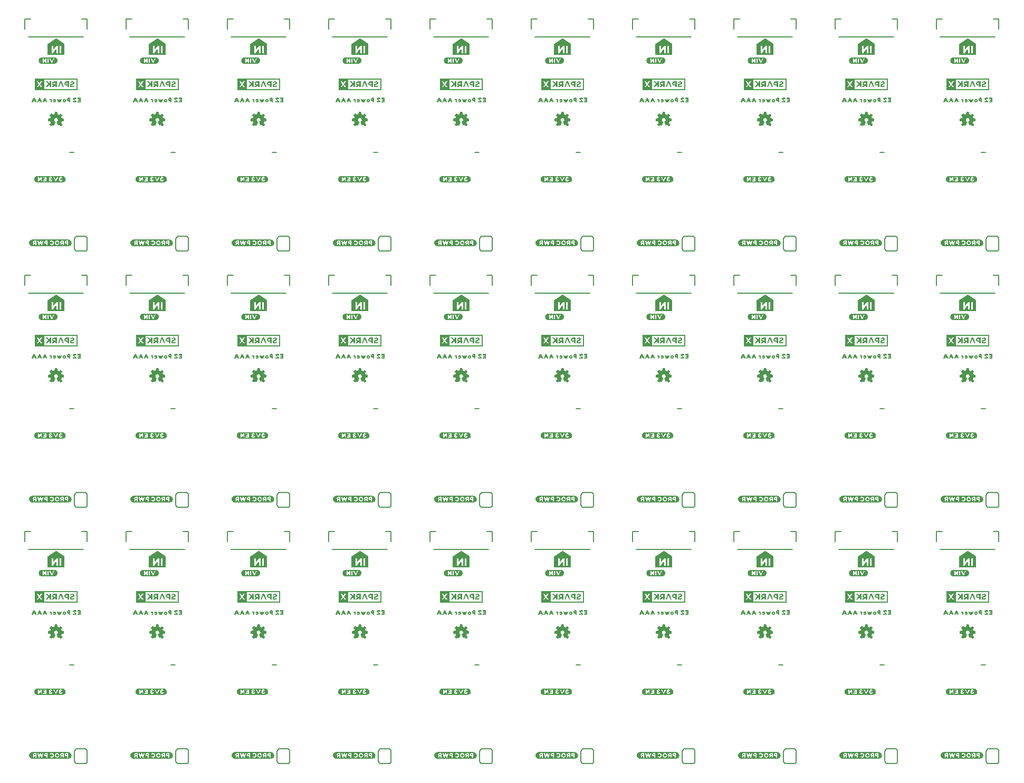
<source format=gbo>
G04 EAGLE Gerber RS-274X export*
G75*
%MOMM*%
%FSLAX34Y34*%
%LPD*%
%INSilkscreen Bottom*%
%IPPOS*%
%AMOC8*
5,1,8,0,0,1.08239X$1,22.5*%
G01*
%ADD10C,0.152400*%
%ADD11C,0.203200*%

G36*
X1063037Y1105555D02*
X1063037Y1105555D01*
X1063032Y1105563D01*
X1063039Y1105569D01*
X1063039Y1124551D01*
X1063003Y1124599D01*
X1062996Y1124593D01*
X1062990Y1124601D01*
X994410Y1124601D01*
X994363Y1124565D01*
X994368Y1124557D01*
X994361Y1124551D01*
X994361Y1105569D01*
X994397Y1105521D01*
X994404Y1105527D01*
X994410Y1105519D01*
X1062990Y1105519D01*
X1063037Y1105555D01*
G37*
G36*
X900477Y694075D02*
X900477Y694075D01*
X900472Y694083D01*
X900479Y694089D01*
X900479Y713071D01*
X900443Y713119D01*
X900436Y713113D01*
X900430Y713121D01*
X831850Y713121D01*
X831803Y713085D01*
X831808Y713077D01*
X831801Y713071D01*
X831801Y694089D01*
X831837Y694041D01*
X831844Y694047D01*
X831850Y694039D01*
X900430Y694039D01*
X900477Y694075D01*
G37*
G36*
X575357Y694075D02*
X575357Y694075D01*
X575352Y694083D01*
X575359Y694089D01*
X575359Y713071D01*
X575323Y713119D01*
X575316Y713113D01*
X575310Y713121D01*
X506730Y713121D01*
X506683Y713085D01*
X506688Y713077D01*
X506681Y713071D01*
X506681Y694089D01*
X506717Y694041D01*
X506724Y694047D01*
X506730Y694039D01*
X575310Y694039D01*
X575357Y694075D01*
G37*
G36*
X1388157Y694075D02*
X1388157Y694075D01*
X1388152Y694083D01*
X1388159Y694089D01*
X1388159Y713071D01*
X1388123Y713119D01*
X1388116Y713113D01*
X1388110Y713121D01*
X1319530Y713121D01*
X1319483Y713085D01*
X1319488Y713077D01*
X1319481Y713071D01*
X1319481Y694089D01*
X1319517Y694041D01*
X1319524Y694047D01*
X1319530Y694039D01*
X1388110Y694039D01*
X1388157Y694075D01*
G37*
G36*
X412797Y694075D02*
X412797Y694075D01*
X412792Y694083D01*
X412799Y694089D01*
X412799Y713071D01*
X412763Y713119D01*
X412756Y713113D01*
X412750Y713121D01*
X344170Y713121D01*
X344123Y713085D01*
X344128Y713077D01*
X344121Y713071D01*
X344121Y694089D01*
X344157Y694041D01*
X344164Y694047D01*
X344170Y694039D01*
X412750Y694039D01*
X412797Y694075D01*
G37*
G36*
X1063037Y694075D02*
X1063037Y694075D01*
X1063032Y694083D01*
X1063039Y694089D01*
X1063039Y713071D01*
X1063003Y713119D01*
X1062996Y713113D01*
X1062990Y713121D01*
X994410Y713121D01*
X994363Y713085D01*
X994368Y713077D01*
X994361Y713071D01*
X994361Y694089D01*
X994397Y694041D01*
X994404Y694047D01*
X994410Y694039D01*
X1062990Y694039D01*
X1063037Y694075D01*
G37*
G36*
X250237Y694075D02*
X250237Y694075D01*
X250232Y694083D01*
X250239Y694089D01*
X250239Y713071D01*
X250203Y713119D01*
X250196Y713113D01*
X250190Y713121D01*
X181610Y713121D01*
X181563Y713085D01*
X181568Y713077D01*
X181561Y713071D01*
X181561Y694089D01*
X181597Y694041D01*
X181604Y694047D01*
X181610Y694039D01*
X250190Y694039D01*
X250237Y694075D01*
G37*
G36*
X87677Y694075D02*
X87677Y694075D01*
X87672Y694083D01*
X87679Y694089D01*
X87679Y713071D01*
X87643Y713119D01*
X87636Y713113D01*
X87630Y713121D01*
X19050Y713121D01*
X19003Y713085D01*
X19008Y713077D01*
X19001Y713071D01*
X19001Y694089D01*
X19037Y694041D01*
X19044Y694047D01*
X19050Y694039D01*
X87630Y694039D01*
X87677Y694075D01*
G37*
G36*
X737917Y694075D02*
X737917Y694075D01*
X737912Y694083D01*
X737919Y694089D01*
X737919Y713071D01*
X737883Y713119D01*
X737876Y713113D01*
X737870Y713121D01*
X669290Y713121D01*
X669243Y713085D01*
X669248Y713077D01*
X669241Y713071D01*
X669241Y694089D01*
X669277Y694041D01*
X669284Y694047D01*
X669290Y694039D01*
X737870Y694039D01*
X737917Y694075D01*
G37*
G36*
X900477Y282595D02*
X900477Y282595D01*
X900472Y282603D01*
X900479Y282609D01*
X900479Y301591D01*
X900443Y301639D01*
X900436Y301633D01*
X900430Y301641D01*
X831850Y301641D01*
X831803Y301605D01*
X831808Y301597D01*
X831801Y301591D01*
X831801Y282609D01*
X831837Y282561D01*
X831844Y282567D01*
X831850Y282559D01*
X900430Y282559D01*
X900477Y282595D01*
G37*
G36*
X250237Y282595D02*
X250237Y282595D01*
X250232Y282603D01*
X250239Y282609D01*
X250239Y301591D01*
X250203Y301639D01*
X250196Y301633D01*
X250190Y301641D01*
X181610Y301641D01*
X181563Y301605D01*
X181568Y301597D01*
X181561Y301591D01*
X181561Y282609D01*
X181597Y282561D01*
X181604Y282567D01*
X181610Y282559D01*
X250190Y282559D01*
X250237Y282595D01*
G37*
G36*
X1550717Y1105555D02*
X1550717Y1105555D01*
X1550712Y1105563D01*
X1550719Y1105569D01*
X1550719Y1124551D01*
X1550683Y1124599D01*
X1550676Y1124593D01*
X1550670Y1124601D01*
X1482090Y1124601D01*
X1482043Y1124565D01*
X1482048Y1124557D01*
X1482041Y1124551D01*
X1482041Y1105569D01*
X1482077Y1105521D01*
X1482084Y1105527D01*
X1482090Y1105519D01*
X1550670Y1105519D01*
X1550717Y1105555D01*
G37*
G36*
X737917Y282595D02*
X737917Y282595D01*
X737912Y282603D01*
X737919Y282609D01*
X737919Y301591D01*
X737883Y301639D01*
X737876Y301633D01*
X737870Y301641D01*
X669290Y301641D01*
X669243Y301605D01*
X669248Y301597D01*
X669241Y301591D01*
X669241Y282609D01*
X669277Y282561D01*
X669284Y282567D01*
X669290Y282559D01*
X737870Y282559D01*
X737917Y282595D01*
G37*
G36*
X1225597Y282595D02*
X1225597Y282595D01*
X1225592Y282603D01*
X1225599Y282609D01*
X1225599Y301591D01*
X1225563Y301639D01*
X1225556Y301633D01*
X1225550Y301641D01*
X1156970Y301641D01*
X1156923Y301605D01*
X1156928Y301597D01*
X1156921Y301591D01*
X1156921Y282609D01*
X1156957Y282561D01*
X1156964Y282567D01*
X1156970Y282559D01*
X1225550Y282559D01*
X1225597Y282595D01*
G37*
G36*
X1550717Y282595D02*
X1550717Y282595D01*
X1550712Y282603D01*
X1550719Y282609D01*
X1550719Y301591D01*
X1550683Y301639D01*
X1550676Y301633D01*
X1550670Y301641D01*
X1482090Y301641D01*
X1482043Y301605D01*
X1482048Y301597D01*
X1482041Y301591D01*
X1482041Y282609D01*
X1482077Y282561D01*
X1482084Y282567D01*
X1482090Y282559D01*
X1550670Y282559D01*
X1550717Y282595D01*
G37*
G36*
X412797Y282595D02*
X412797Y282595D01*
X412792Y282603D01*
X412799Y282609D01*
X412799Y301591D01*
X412763Y301639D01*
X412756Y301633D01*
X412750Y301641D01*
X344170Y301641D01*
X344123Y301605D01*
X344128Y301597D01*
X344121Y301591D01*
X344121Y282609D01*
X344157Y282561D01*
X344164Y282567D01*
X344170Y282559D01*
X412750Y282559D01*
X412797Y282595D01*
G37*
G36*
X250237Y1105555D02*
X250237Y1105555D01*
X250232Y1105563D01*
X250239Y1105569D01*
X250239Y1124551D01*
X250203Y1124599D01*
X250196Y1124593D01*
X250190Y1124601D01*
X181610Y1124601D01*
X181563Y1124565D01*
X181568Y1124557D01*
X181561Y1124551D01*
X181561Y1105569D01*
X181597Y1105521D01*
X181604Y1105527D01*
X181610Y1105519D01*
X250190Y1105519D01*
X250237Y1105555D01*
G37*
G36*
X1388157Y282595D02*
X1388157Y282595D01*
X1388152Y282603D01*
X1388159Y282609D01*
X1388159Y301591D01*
X1388123Y301639D01*
X1388116Y301633D01*
X1388110Y301641D01*
X1319530Y301641D01*
X1319483Y301605D01*
X1319488Y301597D01*
X1319481Y301591D01*
X1319481Y282609D01*
X1319517Y282561D01*
X1319524Y282567D01*
X1319530Y282559D01*
X1388110Y282559D01*
X1388157Y282595D01*
G37*
G36*
X19037Y282561D02*
X19037Y282561D01*
X19044Y282567D01*
X19050Y282559D01*
X87630Y282559D01*
X87677Y282595D01*
X87672Y282603D01*
X87679Y282609D01*
X87679Y301591D01*
X87643Y301639D01*
X87636Y301633D01*
X87630Y301641D01*
X19050Y301641D01*
X19003Y301605D01*
X19008Y301597D01*
X19001Y301591D01*
X19001Y282609D01*
X19037Y282561D01*
G37*
G36*
X575357Y282595D02*
X575357Y282595D01*
X575352Y282603D01*
X575359Y282609D01*
X575359Y301591D01*
X575323Y301639D01*
X575316Y301633D01*
X575310Y301641D01*
X506730Y301641D01*
X506683Y301605D01*
X506688Y301597D01*
X506681Y301591D01*
X506681Y282609D01*
X506717Y282561D01*
X506724Y282567D01*
X506730Y282559D01*
X575310Y282559D01*
X575357Y282595D01*
G37*
G36*
X1063037Y282595D02*
X1063037Y282595D01*
X1063032Y282603D01*
X1063039Y282609D01*
X1063039Y301591D01*
X1063003Y301639D01*
X1062996Y301633D01*
X1062990Y301641D01*
X994410Y301641D01*
X994363Y301605D01*
X994368Y301597D01*
X994361Y301591D01*
X994361Y282609D01*
X994397Y282561D01*
X994404Y282567D01*
X994410Y282559D01*
X1062990Y282559D01*
X1063037Y282595D01*
G37*
G36*
X1225597Y694075D02*
X1225597Y694075D01*
X1225592Y694083D01*
X1225599Y694089D01*
X1225599Y713071D01*
X1225563Y713119D01*
X1225556Y713113D01*
X1225550Y713121D01*
X1156970Y713121D01*
X1156923Y713085D01*
X1156928Y713077D01*
X1156921Y713071D01*
X1156921Y694089D01*
X1156957Y694041D01*
X1156964Y694047D01*
X1156970Y694039D01*
X1225550Y694039D01*
X1225597Y694075D01*
G37*
G36*
X737917Y1105555D02*
X737917Y1105555D01*
X737912Y1105563D01*
X737919Y1105569D01*
X737919Y1124551D01*
X737883Y1124599D01*
X737876Y1124593D01*
X737870Y1124601D01*
X669290Y1124601D01*
X669243Y1124565D01*
X669248Y1124557D01*
X669241Y1124551D01*
X669241Y1105569D01*
X669277Y1105521D01*
X669284Y1105527D01*
X669290Y1105519D01*
X737870Y1105519D01*
X737917Y1105555D01*
G37*
G36*
X1225597Y1105555D02*
X1225597Y1105555D01*
X1225592Y1105563D01*
X1225599Y1105569D01*
X1225599Y1124551D01*
X1225563Y1124599D01*
X1225556Y1124593D01*
X1225550Y1124601D01*
X1156970Y1124601D01*
X1156923Y1124565D01*
X1156928Y1124557D01*
X1156921Y1124551D01*
X1156921Y1105569D01*
X1156957Y1105521D01*
X1156964Y1105527D01*
X1156970Y1105519D01*
X1225550Y1105519D01*
X1225597Y1105555D01*
G37*
G36*
X1388157Y1105555D02*
X1388157Y1105555D01*
X1388152Y1105563D01*
X1388159Y1105569D01*
X1388159Y1124551D01*
X1388123Y1124599D01*
X1388116Y1124593D01*
X1388110Y1124601D01*
X1319530Y1124601D01*
X1319483Y1124565D01*
X1319488Y1124557D01*
X1319481Y1124551D01*
X1319481Y1105569D01*
X1319517Y1105521D01*
X1319524Y1105527D01*
X1319530Y1105519D01*
X1388110Y1105519D01*
X1388157Y1105555D01*
G37*
G36*
X575357Y1105555D02*
X575357Y1105555D01*
X575352Y1105563D01*
X575359Y1105569D01*
X575359Y1124551D01*
X575323Y1124599D01*
X575316Y1124593D01*
X575310Y1124601D01*
X506730Y1124601D01*
X506683Y1124565D01*
X506688Y1124557D01*
X506681Y1124551D01*
X506681Y1105569D01*
X506717Y1105521D01*
X506724Y1105527D01*
X506730Y1105519D01*
X575310Y1105519D01*
X575357Y1105555D01*
G37*
G36*
X900477Y1105555D02*
X900477Y1105555D01*
X900472Y1105563D01*
X900479Y1105569D01*
X900479Y1124551D01*
X900443Y1124599D01*
X900436Y1124593D01*
X900430Y1124601D01*
X831850Y1124601D01*
X831803Y1124565D01*
X831808Y1124557D01*
X831801Y1124551D01*
X831801Y1105569D01*
X831837Y1105521D01*
X831844Y1105527D01*
X831850Y1105519D01*
X900430Y1105519D01*
X900477Y1105555D01*
G37*
G36*
X412797Y1105555D02*
X412797Y1105555D01*
X412792Y1105563D01*
X412799Y1105569D01*
X412799Y1124551D01*
X412763Y1124599D01*
X412756Y1124593D01*
X412750Y1124601D01*
X344170Y1124601D01*
X344123Y1124565D01*
X344128Y1124557D01*
X344121Y1124551D01*
X344121Y1105569D01*
X344157Y1105521D01*
X344164Y1105527D01*
X344170Y1105519D01*
X412750Y1105519D01*
X412797Y1105555D01*
G37*
G36*
X87677Y1105555D02*
X87677Y1105555D01*
X87672Y1105563D01*
X87679Y1105569D01*
X87679Y1124551D01*
X87643Y1124599D01*
X87636Y1124593D01*
X87630Y1124601D01*
X19050Y1124601D01*
X19003Y1124565D01*
X19008Y1124557D01*
X19001Y1124551D01*
X19001Y1105569D01*
X19037Y1105521D01*
X19044Y1105527D01*
X19050Y1105519D01*
X87630Y1105519D01*
X87677Y1105555D01*
G37*
G36*
X1550717Y694075D02*
X1550717Y694075D01*
X1550712Y694083D01*
X1550719Y694089D01*
X1550719Y713071D01*
X1550683Y713119D01*
X1550676Y713113D01*
X1550670Y713121D01*
X1482090Y713121D01*
X1482043Y713085D01*
X1482048Y713077D01*
X1482041Y713071D01*
X1482041Y694089D01*
X1482077Y694041D01*
X1482084Y694047D01*
X1482090Y694039D01*
X1550670Y694039D01*
X1550717Y694075D01*
G37*
%LPC*%
G36*
X196980Y284420D02*
X196980Y284420D01*
X196980Y299780D01*
X248378Y299780D01*
X248378Y284420D01*
X196980Y284420D01*
G37*
%LPD*%
%LPC*%
G36*
X1009780Y1107380D02*
X1009780Y1107380D01*
X1009780Y1122740D01*
X1061178Y1122740D01*
X1061178Y1107380D01*
X1009780Y1107380D01*
G37*
%LPD*%
%LPC*%
G36*
X196980Y1107380D02*
X196980Y1107380D01*
X196980Y1122740D01*
X248378Y1122740D01*
X248378Y1107380D01*
X196980Y1107380D01*
G37*
%LPD*%
%LPC*%
G36*
X522100Y1107380D02*
X522100Y1107380D01*
X522100Y1122740D01*
X573498Y1122740D01*
X573498Y1107380D01*
X522100Y1107380D01*
G37*
%LPD*%
%LPC*%
G36*
X1497460Y1107380D02*
X1497460Y1107380D01*
X1497460Y1122740D01*
X1548858Y1122740D01*
X1548858Y1107380D01*
X1497460Y1107380D01*
G37*
%LPD*%
%LPC*%
G36*
X1172340Y1107380D02*
X1172340Y1107380D01*
X1172340Y1122740D01*
X1223738Y1122740D01*
X1223738Y1107380D01*
X1172340Y1107380D01*
G37*
%LPD*%
%LPC*%
G36*
X359540Y1107380D02*
X359540Y1107380D01*
X359540Y1122740D01*
X410938Y1122740D01*
X410938Y1107380D01*
X359540Y1107380D01*
G37*
%LPD*%
%LPC*%
G36*
X34420Y1107380D02*
X34420Y1107380D01*
X34420Y1122740D01*
X85818Y1122740D01*
X85818Y1107380D01*
X34420Y1107380D01*
G37*
%LPD*%
%LPC*%
G36*
X684660Y1107380D02*
X684660Y1107380D01*
X684660Y1122740D01*
X736058Y1122740D01*
X736058Y1107380D01*
X684660Y1107380D01*
G37*
%LPD*%
%LPC*%
G36*
X1172340Y695900D02*
X1172340Y695900D01*
X1172340Y711260D01*
X1223738Y711260D01*
X1223738Y695900D01*
X1172340Y695900D01*
G37*
%LPD*%
%LPC*%
G36*
X684660Y695900D02*
X684660Y695900D01*
X684660Y711260D01*
X736058Y711260D01*
X736058Y695900D01*
X684660Y695900D01*
G37*
%LPD*%
%LPC*%
G36*
X1009780Y695900D02*
X1009780Y695900D01*
X1009780Y711260D01*
X1061178Y711260D01*
X1061178Y695900D01*
X1009780Y695900D01*
G37*
%LPD*%
%LPC*%
G36*
X522100Y695900D02*
X522100Y695900D01*
X522100Y711260D01*
X573498Y711260D01*
X573498Y695900D01*
X522100Y695900D01*
G37*
%LPD*%
%LPC*%
G36*
X847220Y695900D02*
X847220Y695900D01*
X847220Y711260D01*
X898618Y711260D01*
X898618Y695900D01*
X847220Y695900D01*
G37*
%LPD*%
%LPC*%
G36*
X34420Y695900D02*
X34420Y695900D01*
X34420Y711260D01*
X85818Y711260D01*
X85818Y695900D01*
X34420Y695900D01*
G37*
%LPD*%
%LPC*%
G36*
X1497460Y695900D02*
X1497460Y695900D01*
X1497460Y711260D01*
X1548858Y711260D01*
X1548858Y695900D01*
X1497460Y695900D01*
G37*
%LPD*%
%LPC*%
G36*
X196980Y695900D02*
X196980Y695900D01*
X196980Y711260D01*
X248378Y711260D01*
X248378Y695900D01*
X196980Y695900D01*
G37*
%LPD*%
%LPC*%
G36*
X359540Y695900D02*
X359540Y695900D01*
X359540Y711260D01*
X410938Y711260D01*
X410938Y695900D01*
X359540Y695900D01*
G37*
%LPD*%
%LPC*%
G36*
X1334900Y695900D02*
X1334900Y695900D01*
X1334900Y711260D01*
X1386298Y711260D01*
X1386298Y695900D01*
X1334900Y695900D01*
G37*
%LPD*%
%LPC*%
G36*
X847220Y1107380D02*
X847220Y1107380D01*
X847220Y1122740D01*
X898618Y1122740D01*
X898618Y1107380D01*
X847220Y1107380D01*
G37*
%LPD*%
%LPC*%
G36*
X1172340Y284420D02*
X1172340Y284420D01*
X1172340Y299780D01*
X1223738Y299780D01*
X1223738Y284420D01*
X1172340Y284420D01*
G37*
%LPD*%
%LPC*%
G36*
X1497460Y284420D02*
X1497460Y284420D01*
X1497460Y299780D01*
X1548858Y299780D01*
X1548858Y284420D01*
X1497460Y284420D01*
G37*
%LPD*%
%LPC*%
G36*
X522100Y284420D02*
X522100Y284420D01*
X522100Y299780D01*
X573498Y299780D01*
X573498Y284420D01*
X522100Y284420D01*
G37*
%LPD*%
%LPC*%
G36*
X1334900Y284420D02*
X1334900Y284420D01*
X1334900Y299780D01*
X1386298Y299780D01*
X1386298Y284420D01*
X1334900Y284420D01*
G37*
%LPD*%
%LPC*%
G36*
X684660Y284420D02*
X684660Y284420D01*
X684660Y299780D01*
X736058Y299780D01*
X736058Y284420D01*
X684660Y284420D01*
G37*
%LPD*%
%LPC*%
G36*
X847220Y284420D02*
X847220Y284420D01*
X847220Y299780D01*
X898618Y299780D01*
X898618Y284420D01*
X847220Y284420D01*
G37*
%LPD*%
%LPC*%
G36*
X359540Y284420D02*
X359540Y284420D01*
X359540Y299780D01*
X410938Y299780D01*
X410938Y284420D01*
X359540Y284420D01*
G37*
%LPD*%
%LPC*%
G36*
X1009780Y284420D02*
X1009780Y284420D01*
X1009780Y299780D01*
X1061178Y299780D01*
X1061178Y284420D01*
X1009780Y284420D01*
G37*
%LPD*%
%LPC*%
G36*
X85818Y299780D02*
X85818Y299780D01*
X85818Y284420D01*
X34420Y284420D01*
X34420Y299780D01*
X85818Y299780D01*
G37*
%LPD*%
%LPC*%
G36*
X1334900Y1107380D02*
X1334900Y1107380D01*
X1334900Y1122740D01*
X1386298Y1122740D01*
X1386298Y1107380D01*
X1334900Y1107380D01*
G37*
%LPD*%
G36*
X1211458Y443800D02*
X1211458Y443800D01*
X1211462Y443797D01*
X1212462Y443997D01*
X1212467Y444002D01*
X1212471Y443999D01*
X1212971Y444199D01*
X1212972Y444202D01*
X1212975Y444201D01*
X1213373Y444400D01*
X1213871Y444599D01*
X1213876Y444607D01*
X1213882Y444606D01*
X1214682Y445206D01*
X1214685Y445215D01*
X1214692Y445215D01*
X1215592Y446415D01*
X1215592Y446425D01*
X1215598Y446427D01*
X1215998Y447427D01*
X1215996Y447433D01*
X1216001Y447435D01*
X1216201Y448435D01*
X1216198Y448442D01*
X1216202Y448445D01*
X1216202Y449445D01*
X1216197Y449451D01*
X1216201Y449455D01*
X1216001Y450455D01*
X1215996Y450459D01*
X1215998Y450463D01*
X1215798Y450963D01*
X1215796Y450965D01*
X1215797Y450967D01*
X1215397Y451767D01*
X1215391Y451770D01*
X1215392Y451775D01*
X1215092Y452175D01*
X1215087Y452176D01*
X1215087Y452180D01*
X1214287Y452980D01*
X1214282Y452981D01*
X1214282Y452984D01*
X1213882Y453284D01*
X1213875Y453284D01*
X1213875Y453289D01*
X1213475Y453489D01*
X1213471Y453488D01*
X1213471Y453491D01*
X1212471Y453891D01*
X1212466Y453889D01*
X1212464Y453893D01*
X1212064Y453993D01*
X1212063Y453992D01*
X1212062Y453993D01*
X1211562Y454093D01*
X1211556Y454090D01*
X1211553Y454094D01*
X1211153Y454094D01*
X1211123Y454072D01*
X1211110Y454070D01*
X1211093Y454041D01*
X1211087Y454081D01*
X1211065Y454077D01*
X1211053Y454094D01*
X1152753Y454094D01*
X1152747Y454090D01*
X1152743Y454093D01*
X1151243Y453793D01*
X1151238Y453788D01*
X1151234Y453791D01*
X1150734Y453591D01*
X1150729Y453583D01*
X1150723Y453584D01*
X1149523Y452684D01*
X1149521Y452679D01*
X1149518Y452680D01*
X1149118Y452280D01*
X1149117Y452275D01*
X1149113Y452275D01*
X1148513Y451475D01*
X1148513Y451468D01*
X1148508Y451467D01*
X1148308Y451067D01*
X1148309Y451064D01*
X1148307Y451063D01*
X1148107Y450563D01*
X1148108Y450559D01*
X1148105Y450556D01*
X1148105Y450555D01*
X1148104Y450555D01*
X1147904Y449555D01*
X1147907Y449548D01*
X1147903Y449545D01*
X1147903Y448045D01*
X1147911Y448034D01*
X1147907Y448027D01*
X1148105Y447531D01*
X1148204Y447035D01*
X1148209Y447031D01*
X1148207Y447027D01*
X1148407Y446527D01*
X1148415Y446522D01*
X1148413Y446515D01*
X1149313Y445315D01*
X1149323Y445313D01*
X1149323Y445306D01*
X1150123Y444706D01*
X1150127Y444706D01*
X1150127Y444703D01*
X1150627Y444403D01*
X1150630Y444403D01*
X1150630Y444401D01*
X1151030Y444201D01*
X1151034Y444202D01*
X1151034Y444199D01*
X1151534Y443999D01*
X1151541Y444001D01*
X1151543Y443997D01*
X1152543Y443797D01*
X1152549Y443800D01*
X1152553Y443796D01*
X1211453Y443796D01*
X1211458Y443800D01*
G37*
G36*
X1536578Y855280D02*
X1536578Y855280D01*
X1536582Y855277D01*
X1537582Y855477D01*
X1537587Y855482D01*
X1537591Y855479D01*
X1538091Y855679D01*
X1538092Y855682D01*
X1538095Y855681D01*
X1538493Y855880D01*
X1538991Y856079D01*
X1538996Y856087D01*
X1539002Y856086D01*
X1539802Y856686D01*
X1539805Y856695D01*
X1539812Y856695D01*
X1540712Y857895D01*
X1540712Y857905D01*
X1540718Y857907D01*
X1541118Y858907D01*
X1541116Y858913D01*
X1541121Y858915D01*
X1541321Y859915D01*
X1541318Y859922D01*
X1541322Y859925D01*
X1541322Y860925D01*
X1541317Y860931D01*
X1541321Y860935D01*
X1541121Y861935D01*
X1541116Y861939D01*
X1541118Y861943D01*
X1540918Y862443D01*
X1540916Y862445D01*
X1540917Y862447D01*
X1540517Y863247D01*
X1540511Y863250D01*
X1540512Y863255D01*
X1540212Y863655D01*
X1540207Y863656D01*
X1540207Y863660D01*
X1539407Y864460D01*
X1539402Y864461D01*
X1539402Y864464D01*
X1539002Y864764D01*
X1538995Y864764D01*
X1538995Y864769D01*
X1538595Y864969D01*
X1538591Y864968D01*
X1538591Y864971D01*
X1537591Y865371D01*
X1537586Y865369D01*
X1537584Y865373D01*
X1537184Y865473D01*
X1537183Y865472D01*
X1537182Y865473D01*
X1536682Y865573D01*
X1536676Y865570D01*
X1536673Y865574D01*
X1536273Y865574D01*
X1536243Y865552D01*
X1536230Y865550D01*
X1536213Y865521D01*
X1536207Y865561D01*
X1536185Y865557D01*
X1536173Y865574D01*
X1477873Y865574D01*
X1477867Y865570D01*
X1477863Y865573D01*
X1476363Y865273D01*
X1476358Y865268D01*
X1476354Y865271D01*
X1475854Y865071D01*
X1475849Y865063D01*
X1475843Y865064D01*
X1474643Y864164D01*
X1474641Y864159D01*
X1474638Y864160D01*
X1474238Y863760D01*
X1474237Y863755D01*
X1474233Y863755D01*
X1473633Y862955D01*
X1473633Y862948D01*
X1473628Y862947D01*
X1473428Y862547D01*
X1473429Y862544D01*
X1473427Y862543D01*
X1473227Y862043D01*
X1473228Y862039D01*
X1473225Y862036D01*
X1473225Y862035D01*
X1473224Y862035D01*
X1473024Y861035D01*
X1473027Y861028D01*
X1473023Y861025D01*
X1473023Y859525D01*
X1473031Y859514D01*
X1473027Y859507D01*
X1473225Y859011D01*
X1473324Y858515D01*
X1473329Y858511D01*
X1473327Y858507D01*
X1473527Y858007D01*
X1473535Y858002D01*
X1473533Y857995D01*
X1474433Y856795D01*
X1474443Y856793D01*
X1474443Y856786D01*
X1475243Y856186D01*
X1475247Y856186D01*
X1475247Y856183D01*
X1475747Y855883D01*
X1475750Y855883D01*
X1475750Y855881D01*
X1476150Y855681D01*
X1476154Y855682D01*
X1476154Y855679D01*
X1476654Y855479D01*
X1476661Y855481D01*
X1476663Y855477D01*
X1477663Y855277D01*
X1477669Y855280D01*
X1477673Y855276D01*
X1536573Y855276D01*
X1536578Y855280D01*
G37*
G36*
X1374018Y443800D02*
X1374018Y443800D01*
X1374022Y443797D01*
X1375022Y443997D01*
X1375027Y444002D01*
X1375031Y443999D01*
X1375531Y444199D01*
X1375532Y444202D01*
X1375535Y444201D01*
X1375933Y444400D01*
X1376431Y444599D01*
X1376436Y444607D01*
X1376442Y444606D01*
X1377242Y445206D01*
X1377245Y445215D01*
X1377252Y445215D01*
X1378152Y446415D01*
X1378152Y446425D01*
X1378158Y446427D01*
X1378558Y447427D01*
X1378556Y447433D01*
X1378561Y447435D01*
X1378761Y448435D01*
X1378758Y448442D01*
X1378762Y448445D01*
X1378762Y449445D01*
X1378757Y449451D01*
X1378761Y449455D01*
X1378561Y450455D01*
X1378556Y450459D01*
X1378558Y450463D01*
X1378358Y450963D01*
X1378356Y450965D01*
X1378357Y450967D01*
X1377957Y451767D01*
X1377951Y451770D01*
X1377952Y451775D01*
X1377652Y452175D01*
X1377647Y452176D01*
X1377647Y452180D01*
X1376847Y452980D01*
X1376842Y452981D01*
X1376842Y452984D01*
X1376442Y453284D01*
X1376435Y453284D01*
X1376435Y453289D01*
X1376035Y453489D01*
X1376031Y453488D01*
X1376031Y453491D01*
X1375031Y453891D01*
X1375026Y453889D01*
X1375024Y453893D01*
X1374624Y453993D01*
X1374623Y453992D01*
X1374622Y453993D01*
X1374122Y454093D01*
X1374116Y454090D01*
X1374113Y454094D01*
X1373713Y454094D01*
X1373683Y454072D01*
X1373670Y454070D01*
X1373653Y454041D01*
X1373647Y454081D01*
X1373625Y454077D01*
X1373613Y454094D01*
X1315313Y454094D01*
X1315307Y454090D01*
X1315303Y454093D01*
X1313803Y453793D01*
X1313798Y453788D01*
X1313794Y453791D01*
X1313294Y453591D01*
X1313289Y453583D01*
X1313283Y453584D01*
X1312083Y452684D01*
X1312081Y452679D01*
X1312078Y452680D01*
X1311678Y452280D01*
X1311677Y452275D01*
X1311673Y452275D01*
X1311073Y451475D01*
X1311073Y451468D01*
X1311068Y451467D01*
X1310868Y451067D01*
X1310869Y451064D01*
X1310867Y451063D01*
X1310667Y450563D01*
X1310668Y450559D01*
X1310665Y450556D01*
X1310665Y450555D01*
X1310664Y450555D01*
X1310464Y449555D01*
X1310467Y449548D01*
X1310463Y449545D01*
X1310463Y448045D01*
X1310471Y448034D01*
X1310467Y448027D01*
X1310665Y447531D01*
X1310764Y447035D01*
X1310769Y447031D01*
X1310767Y447027D01*
X1310967Y446527D01*
X1310975Y446522D01*
X1310973Y446515D01*
X1311873Y445315D01*
X1311883Y445313D01*
X1311883Y445306D01*
X1312683Y444706D01*
X1312687Y444706D01*
X1312687Y444703D01*
X1313187Y444403D01*
X1313190Y444403D01*
X1313190Y444401D01*
X1313590Y444201D01*
X1313594Y444202D01*
X1313594Y444199D01*
X1314094Y443999D01*
X1314101Y444001D01*
X1314103Y443997D01*
X1315103Y443797D01*
X1315109Y443800D01*
X1315113Y443796D01*
X1374013Y443796D01*
X1374018Y443800D01*
G37*
G36*
X1536578Y32320D02*
X1536578Y32320D01*
X1536582Y32317D01*
X1537582Y32517D01*
X1537587Y32522D01*
X1537591Y32519D01*
X1538091Y32719D01*
X1538092Y32722D01*
X1538095Y32721D01*
X1538493Y32920D01*
X1538991Y33119D01*
X1538996Y33127D01*
X1539002Y33126D01*
X1539802Y33726D01*
X1539805Y33735D01*
X1539812Y33735D01*
X1540712Y34935D01*
X1540712Y34945D01*
X1540718Y34947D01*
X1541118Y35947D01*
X1541116Y35953D01*
X1541121Y35955D01*
X1541321Y36955D01*
X1541318Y36962D01*
X1541322Y36965D01*
X1541322Y37965D01*
X1541317Y37971D01*
X1541321Y37975D01*
X1541121Y38975D01*
X1541116Y38979D01*
X1541118Y38983D01*
X1540918Y39483D01*
X1540916Y39485D01*
X1540917Y39487D01*
X1540517Y40287D01*
X1540511Y40290D01*
X1540512Y40295D01*
X1540212Y40695D01*
X1540207Y40696D01*
X1540207Y40700D01*
X1539407Y41500D01*
X1539402Y41501D01*
X1539402Y41504D01*
X1539002Y41804D01*
X1538995Y41804D01*
X1538995Y41809D01*
X1538595Y42009D01*
X1538591Y42008D01*
X1538591Y42011D01*
X1537591Y42411D01*
X1537586Y42409D01*
X1537584Y42413D01*
X1537184Y42513D01*
X1537183Y42512D01*
X1537182Y42513D01*
X1536682Y42613D01*
X1536676Y42610D01*
X1536673Y42614D01*
X1536273Y42614D01*
X1536243Y42592D01*
X1536230Y42590D01*
X1536213Y42561D01*
X1536207Y42601D01*
X1536185Y42597D01*
X1536173Y42614D01*
X1477873Y42614D01*
X1477867Y42610D01*
X1477863Y42613D01*
X1476363Y42313D01*
X1476358Y42308D01*
X1476354Y42311D01*
X1475854Y42111D01*
X1475849Y42103D01*
X1475843Y42104D01*
X1474643Y41204D01*
X1474641Y41199D01*
X1474638Y41200D01*
X1474238Y40800D01*
X1474237Y40795D01*
X1474233Y40795D01*
X1473633Y39995D01*
X1473633Y39988D01*
X1473628Y39987D01*
X1473428Y39587D01*
X1473429Y39584D01*
X1473427Y39583D01*
X1473227Y39083D01*
X1473228Y39079D01*
X1473225Y39076D01*
X1473225Y39075D01*
X1473224Y39075D01*
X1473024Y38075D01*
X1473027Y38068D01*
X1473023Y38065D01*
X1473023Y36565D01*
X1473031Y36554D01*
X1473027Y36547D01*
X1473225Y36051D01*
X1473324Y35555D01*
X1473329Y35551D01*
X1473327Y35547D01*
X1473527Y35047D01*
X1473535Y35042D01*
X1473533Y35035D01*
X1474433Y33835D01*
X1474443Y33833D01*
X1474443Y33826D01*
X1475243Y33226D01*
X1475247Y33226D01*
X1475247Y33223D01*
X1475747Y32923D01*
X1475750Y32923D01*
X1475750Y32921D01*
X1476150Y32721D01*
X1476154Y32722D01*
X1476154Y32719D01*
X1476654Y32519D01*
X1476661Y32521D01*
X1476663Y32517D01*
X1477663Y32317D01*
X1477669Y32320D01*
X1477673Y32316D01*
X1536573Y32316D01*
X1536578Y32320D01*
G37*
G36*
X561218Y32320D02*
X561218Y32320D01*
X561222Y32317D01*
X562222Y32517D01*
X562227Y32522D01*
X562231Y32519D01*
X562731Y32719D01*
X562732Y32722D01*
X562735Y32721D01*
X563133Y32920D01*
X563631Y33119D01*
X563636Y33127D01*
X563642Y33126D01*
X564442Y33726D01*
X564445Y33735D01*
X564452Y33735D01*
X565352Y34935D01*
X565352Y34945D01*
X565358Y34947D01*
X565758Y35947D01*
X565756Y35953D01*
X565761Y35955D01*
X565961Y36955D01*
X565958Y36962D01*
X565962Y36965D01*
X565962Y37965D01*
X565957Y37971D01*
X565961Y37975D01*
X565761Y38975D01*
X565756Y38979D01*
X565758Y38983D01*
X565558Y39483D01*
X565556Y39485D01*
X565557Y39487D01*
X565157Y40287D01*
X565151Y40290D01*
X565152Y40295D01*
X564852Y40695D01*
X564847Y40696D01*
X564847Y40700D01*
X564047Y41500D01*
X564042Y41501D01*
X564042Y41504D01*
X563642Y41804D01*
X563635Y41804D01*
X563635Y41809D01*
X563235Y42009D01*
X563231Y42008D01*
X563231Y42011D01*
X562231Y42411D01*
X562226Y42409D01*
X562224Y42413D01*
X561824Y42513D01*
X561823Y42512D01*
X561822Y42513D01*
X561322Y42613D01*
X561316Y42610D01*
X561313Y42614D01*
X560913Y42614D01*
X560883Y42592D01*
X560870Y42590D01*
X560853Y42561D01*
X560847Y42601D01*
X560825Y42597D01*
X560813Y42614D01*
X502513Y42614D01*
X502507Y42610D01*
X502503Y42613D01*
X501003Y42313D01*
X500998Y42308D01*
X500994Y42311D01*
X500494Y42111D01*
X500489Y42103D01*
X500483Y42104D01*
X499283Y41204D01*
X499281Y41199D01*
X499278Y41200D01*
X498878Y40800D01*
X498877Y40795D01*
X498873Y40795D01*
X498273Y39995D01*
X498273Y39988D01*
X498268Y39987D01*
X498068Y39587D01*
X498069Y39584D01*
X498067Y39583D01*
X497867Y39083D01*
X497868Y39079D01*
X497865Y39076D01*
X497865Y39075D01*
X497864Y39075D01*
X497664Y38075D01*
X497667Y38068D01*
X497663Y38065D01*
X497663Y36565D01*
X497671Y36554D01*
X497667Y36547D01*
X497865Y36051D01*
X497964Y35555D01*
X497969Y35551D01*
X497967Y35547D01*
X498167Y35047D01*
X498175Y35042D01*
X498173Y35035D01*
X499073Y33835D01*
X499083Y33833D01*
X499083Y33826D01*
X499883Y33226D01*
X499887Y33226D01*
X499887Y33223D01*
X500387Y32923D01*
X500390Y32923D01*
X500390Y32921D01*
X500790Y32721D01*
X500794Y32722D01*
X500794Y32719D01*
X501294Y32519D01*
X501301Y32521D01*
X501303Y32517D01*
X502303Y32317D01*
X502309Y32320D01*
X502313Y32316D01*
X561213Y32316D01*
X561218Y32320D01*
G37*
G36*
X886338Y32320D02*
X886338Y32320D01*
X886342Y32317D01*
X887342Y32517D01*
X887347Y32522D01*
X887351Y32519D01*
X887851Y32719D01*
X887852Y32722D01*
X887855Y32721D01*
X888253Y32920D01*
X888751Y33119D01*
X888756Y33127D01*
X888762Y33126D01*
X889562Y33726D01*
X889565Y33735D01*
X889572Y33735D01*
X890472Y34935D01*
X890472Y34945D01*
X890478Y34947D01*
X890878Y35947D01*
X890876Y35953D01*
X890881Y35955D01*
X891081Y36955D01*
X891078Y36962D01*
X891082Y36965D01*
X891082Y37965D01*
X891077Y37971D01*
X891081Y37975D01*
X890881Y38975D01*
X890876Y38979D01*
X890878Y38983D01*
X890678Y39483D01*
X890676Y39485D01*
X890677Y39487D01*
X890277Y40287D01*
X890271Y40290D01*
X890272Y40295D01*
X889972Y40695D01*
X889967Y40696D01*
X889967Y40700D01*
X889167Y41500D01*
X889162Y41501D01*
X889162Y41504D01*
X888762Y41804D01*
X888755Y41804D01*
X888755Y41809D01*
X888355Y42009D01*
X888351Y42008D01*
X888351Y42011D01*
X887351Y42411D01*
X887346Y42409D01*
X887344Y42413D01*
X886944Y42513D01*
X886943Y42512D01*
X886942Y42513D01*
X886442Y42613D01*
X886436Y42610D01*
X886433Y42614D01*
X886033Y42614D01*
X886003Y42592D01*
X885990Y42590D01*
X885973Y42561D01*
X885967Y42601D01*
X885945Y42597D01*
X885933Y42614D01*
X827633Y42614D01*
X827627Y42610D01*
X827623Y42613D01*
X826123Y42313D01*
X826118Y42308D01*
X826114Y42311D01*
X825614Y42111D01*
X825609Y42103D01*
X825603Y42104D01*
X824403Y41204D01*
X824401Y41199D01*
X824398Y41200D01*
X823998Y40800D01*
X823997Y40795D01*
X823993Y40795D01*
X823393Y39995D01*
X823393Y39988D01*
X823388Y39987D01*
X823188Y39587D01*
X823189Y39584D01*
X823187Y39583D01*
X822987Y39083D01*
X822988Y39079D01*
X822985Y39076D01*
X822985Y39075D01*
X822984Y39075D01*
X822784Y38075D01*
X822787Y38068D01*
X822783Y38065D01*
X822783Y36565D01*
X822791Y36554D01*
X822787Y36547D01*
X822985Y36051D01*
X823084Y35555D01*
X823089Y35551D01*
X823087Y35547D01*
X823287Y35047D01*
X823295Y35042D01*
X823293Y35035D01*
X824193Y33835D01*
X824203Y33833D01*
X824203Y33826D01*
X825003Y33226D01*
X825007Y33226D01*
X825007Y33223D01*
X825507Y32923D01*
X825510Y32923D01*
X825510Y32921D01*
X825910Y32721D01*
X825914Y32722D01*
X825914Y32719D01*
X826414Y32519D01*
X826421Y32521D01*
X826423Y32517D01*
X827423Y32317D01*
X827429Y32320D01*
X827433Y32316D01*
X886333Y32316D01*
X886338Y32320D01*
G37*
G36*
X723778Y443800D02*
X723778Y443800D01*
X723782Y443797D01*
X724782Y443997D01*
X724787Y444002D01*
X724791Y443999D01*
X725291Y444199D01*
X725292Y444202D01*
X725295Y444201D01*
X725693Y444400D01*
X726191Y444599D01*
X726196Y444607D01*
X726202Y444606D01*
X727002Y445206D01*
X727005Y445215D01*
X727012Y445215D01*
X727912Y446415D01*
X727912Y446425D01*
X727918Y446427D01*
X728318Y447427D01*
X728316Y447433D01*
X728321Y447435D01*
X728521Y448435D01*
X728518Y448442D01*
X728522Y448445D01*
X728522Y449445D01*
X728517Y449451D01*
X728521Y449455D01*
X728321Y450455D01*
X728316Y450459D01*
X728318Y450463D01*
X728118Y450963D01*
X728116Y450965D01*
X728117Y450967D01*
X727717Y451767D01*
X727711Y451770D01*
X727712Y451775D01*
X727412Y452175D01*
X727407Y452176D01*
X727407Y452180D01*
X726607Y452980D01*
X726602Y452981D01*
X726602Y452984D01*
X726202Y453284D01*
X726195Y453284D01*
X726195Y453289D01*
X725795Y453489D01*
X725791Y453488D01*
X725791Y453491D01*
X724791Y453891D01*
X724786Y453889D01*
X724784Y453893D01*
X724384Y453993D01*
X724383Y453992D01*
X724382Y453993D01*
X723882Y454093D01*
X723876Y454090D01*
X723873Y454094D01*
X723473Y454094D01*
X723443Y454072D01*
X723430Y454070D01*
X723413Y454041D01*
X723407Y454081D01*
X723385Y454077D01*
X723373Y454094D01*
X665073Y454094D01*
X665067Y454090D01*
X665063Y454093D01*
X663563Y453793D01*
X663558Y453788D01*
X663554Y453791D01*
X663054Y453591D01*
X663049Y453583D01*
X663043Y453584D01*
X661843Y452684D01*
X661841Y452679D01*
X661838Y452680D01*
X661438Y452280D01*
X661437Y452275D01*
X661433Y452275D01*
X660833Y451475D01*
X660833Y451468D01*
X660828Y451467D01*
X660628Y451067D01*
X660629Y451064D01*
X660627Y451063D01*
X660427Y450563D01*
X660428Y450559D01*
X660425Y450556D01*
X660425Y450555D01*
X660424Y450555D01*
X660224Y449555D01*
X660227Y449548D01*
X660223Y449545D01*
X660223Y448045D01*
X660231Y448034D01*
X660227Y448027D01*
X660425Y447531D01*
X660524Y447035D01*
X660529Y447031D01*
X660527Y447027D01*
X660727Y446527D01*
X660735Y446522D01*
X660733Y446515D01*
X661633Y445315D01*
X661643Y445313D01*
X661643Y445306D01*
X662443Y444706D01*
X662447Y444706D01*
X662447Y444703D01*
X662947Y444403D01*
X662950Y444403D01*
X662950Y444401D01*
X663350Y444201D01*
X663354Y444202D01*
X663354Y444199D01*
X663854Y443999D01*
X663861Y444001D01*
X663863Y443997D01*
X664863Y443797D01*
X664869Y443800D01*
X664873Y443796D01*
X723773Y443796D01*
X723778Y443800D01*
G37*
G36*
X723778Y855280D02*
X723778Y855280D01*
X723782Y855277D01*
X724782Y855477D01*
X724787Y855482D01*
X724791Y855479D01*
X725291Y855679D01*
X725292Y855682D01*
X725295Y855681D01*
X725693Y855880D01*
X726191Y856079D01*
X726196Y856087D01*
X726202Y856086D01*
X727002Y856686D01*
X727005Y856695D01*
X727012Y856695D01*
X727912Y857895D01*
X727912Y857905D01*
X727918Y857907D01*
X728318Y858907D01*
X728316Y858913D01*
X728321Y858915D01*
X728521Y859915D01*
X728518Y859922D01*
X728522Y859925D01*
X728522Y860925D01*
X728517Y860931D01*
X728521Y860935D01*
X728321Y861935D01*
X728316Y861939D01*
X728318Y861943D01*
X728118Y862443D01*
X728116Y862445D01*
X728117Y862447D01*
X727717Y863247D01*
X727711Y863250D01*
X727712Y863255D01*
X727412Y863655D01*
X727407Y863656D01*
X727407Y863660D01*
X726607Y864460D01*
X726602Y864461D01*
X726602Y864464D01*
X726202Y864764D01*
X726195Y864764D01*
X726195Y864769D01*
X725795Y864969D01*
X725791Y864968D01*
X725791Y864971D01*
X724791Y865371D01*
X724786Y865369D01*
X724784Y865373D01*
X724384Y865473D01*
X724383Y865472D01*
X724382Y865473D01*
X723882Y865573D01*
X723876Y865570D01*
X723873Y865574D01*
X723473Y865574D01*
X723443Y865552D01*
X723430Y865550D01*
X723413Y865521D01*
X723407Y865561D01*
X723385Y865557D01*
X723373Y865574D01*
X665073Y865574D01*
X665067Y865570D01*
X665063Y865573D01*
X663563Y865273D01*
X663558Y865268D01*
X663554Y865271D01*
X663054Y865071D01*
X663049Y865063D01*
X663043Y865064D01*
X661843Y864164D01*
X661841Y864159D01*
X661838Y864160D01*
X661438Y863760D01*
X661437Y863755D01*
X661433Y863755D01*
X660833Y862955D01*
X660833Y862948D01*
X660828Y862947D01*
X660628Y862547D01*
X660629Y862544D01*
X660627Y862543D01*
X660427Y862043D01*
X660428Y862039D01*
X660425Y862036D01*
X660425Y862035D01*
X660424Y862035D01*
X660224Y861035D01*
X660227Y861028D01*
X660223Y861025D01*
X660223Y859525D01*
X660231Y859514D01*
X660227Y859507D01*
X660425Y859011D01*
X660524Y858515D01*
X660529Y858511D01*
X660527Y858507D01*
X660727Y858007D01*
X660735Y858002D01*
X660733Y857995D01*
X661633Y856795D01*
X661643Y856793D01*
X661643Y856786D01*
X662443Y856186D01*
X662447Y856186D01*
X662447Y856183D01*
X662947Y855883D01*
X662950Y855883D01*
X662950Y855881D01*
X663350Y855681D01*
X663354Y855682D01*
X663354Y855679D01*
X663854Y855479D01*
X663861Y855481D01*
X663863Y855477D01*
X664863Y855277D01*
X664869Y855280D01*
X664873Y855276D01*
X723773Y855276D01*
X723778Y855280D01*
G37*
G36*
X398658Y443800D02*
X398658Y443800D01*
X398662Y443797D01*
X399662Y443997D01*
X399667Y444002D01*
X399671Y443999D01*
X400171Y444199D01*
X400172Y444202D01*
X400175Y444201D01*
X400573Y444400D01*
X401071Y444599D01*
X401076Y444607D01*
X401082Y444606D01*
X401882Y445206D01*
X401885Y445215D01*
X401892Y445215D01*
X402792Y446415D01*
X402792Y446425D01*
X402798Y446427D01*
X403198Y447427D01*
X403196Y447433D01*
X403201Y447435D01*
X403401Y448435D01*
X403398Y448442D01*
X403402Y448445D01*
X403402Y449445D01*
X403397Y449451D01*
X403401Y449455D01*
X403201Y450455D01*
X403196Y450459D01*
X403198Y450463D01*
X402998Y450963D01*
X402996Y450965D01*
X402997Y450967D01*
X402597Y451767D01*
X402591Y451770D01*
X402592Y451775D01*
X402292Y452175D01*
X402287Y452176D01*
X402287Y452180D01*
X401487Y452980D01*
X401482Y452981D01*
X401482Y452984D01*
X401082Y453284D01*
X401075Y453284D01*
X401075Y453289D01*
X400675Y453489D01*
X400671Y453488D01*
X400671Y453491D01*
X399671Y453891D01*
X399666Y453889D01*
X399664Y453893D01*
X399264Y453993D01*
X399263Y453992D01*
X399262Y453993D01*
X398762Y454093D01*
X398756Y454090D01*
X398753Y454094D01*
X398353Y454094D01*
X398323Y454072D01*
X398310Y454070D01*
X398293Y454041D01*
X398287Y454081D01*
X398265Y454077D01*
X398253Y454094D01*
X339953Y454094D01*
X339947Y454090D01*
X339943Y454093D01*
X338443Y453793D01*
X338438Y453788D01*
X338434Y453791D01*
X337934Y453591D01*
X337929Y453583D01*
X337923Y453584D01*
X336723Y452684D01*
X336721Y452679D01*
X336718Y452680D01*
X336318Y452280D01*
X336317Y452275D01*
X336313Y452275D01*
X335713Y451475D01*
X335713Y451468D01*
X335708Y451467D01*
X335508Y451067D01*
X335509Y451064D01*
X335507Y451063D01*
X335307Y450563D01*
X335308Y450559D01*
X335305Y450556D01*
X335305Y450555D01*
X335304Y450555D01*
X335104Y449555D01*
X335107Y449548D01*
X335103Y449545D01*
X335103Y448045D01*
X335111Y448034D01*
X335107Y448027D01*
X335305Y447531D01*
X335404Y447035D01*
X335409Y447031D01*
X335407Y447027D01*
X335607Y446527D01*
X335615Y446522D01*
X335613Y446515D01*
X336513Y445315D01*
X336523Y445313D01*
X336523Y445306D01*
X337323Y444706D01*
X337327Y444706D01*
X337327Y444703D01*
X337827Y444403D01*
X337830Y444403D01*
X337830Y444401D01*
X338230Y444201D01*
X338234Y444202D01*
X338234Y444199D01*
X338734Y443999D01*
X338741Y444001D01*
X338743Y443997D01*
X339743Y443797D01*
X339749Y443800D01*
X339753Y443796D01*
X398653Y443796D01*
X398658Y443800D01*
G37*
G36*
X561218Y443800D02*
X561218Y443800D01*
X561222Y443797D01*
X562222Y443997D01*
X562227Y444002D01*
X562231Y443999D01*
X562731Y444199D01*
X562732Y444202D01*
X562735Y444201D01*
X563133Y444400D01*
X563631Y444599D01*
X563636Y444607D01*
X563642Y444606D01*
X564442Y445206D01*
X564445Y445215D01*
X564452Y445215D01*
X565352Y446415D01*
X565352Y446425D01*
X565358Y446427D01*
X565758Y447427D01*
X565756Y447433D01*
X565761Y447435D01*
X565961Y448435D01*
X565958Y448442D01*
X565962Y448445D01*
X565962Y449445D01*
X565957Y449451D01*
X565961Y449455D01*
X565761Y450455D01*
X565756Y450459D01*
X565758Y450463D01*
X565558Y450963D01*
X565556Y450965D01*
X565557Y450967D01*
X565157Y451767D01*
X565151Y451770D01*
X565152Y451775D01*
X564852Y452175D01*
X564847Y452176D01*
X564847Y452180D01*
X564047Y452980D01*
X564042Y452981D01*
X564042Y452984D01*
X563642Y453284D01*
X563635Y453284D01*
X563635Y453289D01*
X563235Y453489D01*
X563231Y453488D01*
X563231Y453491D01*
X562231Y453891D01*
X562226Y453889D01*
X562224Y453893D01*
X561824Y453993D01*
X561823Y453992D01*
X561822Y453993D01*
X561322Y454093D01*
X561316Y454090D01*
X561313Y454094D01*
X560913Y454094D01*
X560883Y454072D01*
X560870Y454070D01*
X560853Y454041D01*
X560847Y454081D01*
X560825Y454077D01*
X560813Y454094D01*
X502513Y454094D01*
X502507Y454090D01*
X502503Y454093D01*
X501003Y453793D01*
X500998Y453788D01*
X500994Y453791D01*
X500494Y453591D01*
X500489Y453583D01*
X500483Y453584D01*
X499283Y452684D01*
X499281Y452679D01*
X499278Y452680D01*
X498878Y452280D01*
X498877Y452275D01*
X498873Y452275D01*
X498273Y451475D01*
X498273Y451468D01*
X498268Y451467D01*
X498068Y451067D01*
X498069Y451064D01*
X498067Y451063D01*
X497867Y450563D01*
X497868Y450559D01*
X497865Y450556D01*
X497865Y450555D01*
X497864Y450555D01*
X497664Y449555D01*
X497667Y449548D01*
X497663Y449545D01*
X497663Y448045D01*
X497671Y448034D01*
X497667Y448027D01*
X497865Y447531D01*
X497964Y447035D01*
X497969Y447031D01*
X497967Y447027D01*
X498167Y446527D01*
X498175Y446522D01*
X498173Y446515D01*
X499073Y445315D01*
X499083Y445313D01*
X499083Y445306D01*
X499883Y444706D01*
X499887Y444706D01*
X499887Y444703D01*
X500387Y444403D01*
X500390Y444403D01*
X500390Y444401D01*
X500790Y444201D01*
X500794Y444202D01*
X500794Y444199D01*
X501294Y443999D01*
X501301Y444001D01*
X501303Y443997D01*
X502303Y443797D01*
X502309Y443800D01*
X502313Y443796D01*
X561213Y443796D01*
X561218Y443800D01*
G37*
G36*
X236098Y32320D02*
X236098Y32320D01*
X236102Y32317D01*
X237102Y32517D01*
X237107Y32522D01*
X237111Y32519D01*
X237611Y32719D01*
X237612Y32722D01*
X237615Y32721D01*
X238013Y32920D01*
X238511Y33119D01*
X238516Y33127D01*
X238522Y33126D01*
X239322Y33726D01*
X239325Y33735D01*
X239332Y33735D01*
X240232Y34935D01*
X240232Y34945D01*
X240238Y34947D01*
X240638Y35947D01*
X240636Y35953D01*
X240641Y35955D01*
X240841Y36955D01*
X240838Y36962D01*
X240842Y36965D01*
X240842Y37965D01*
X240837Y37971D01*
X240841Y37975D01*
X240641Y38975D01*
X240636Y38979D01*
X240638Y38983D01*
X240438Y39483D01*
X240436Y39485D01*
X240437Y39487D01*
X240037Y40287D01*
X240031Y40290D01*
X240032Y40295D01*
X239732Y40695D01*
X239727Y40696D01*
X239727Y40700D01*
X238927Y41500D01*
X238922Y41501D01*
X238922Y41504D01*
X238522Y41804D01*
X238515Y41804D01*
X238515Y41809D01*
X238115Y42009D01*
X238111Y42008D01*
X238111Y42011D01*
X237111Y42411D01*
X237106Y42409D01*
X237104Y42413D01*
X236704Y42513D01*
X236703Y42512D01*
X236702Y42513D01*
X236202Y42613D01*
X236196Y42610D01*
X236193Y42614D01*
X235793Y42614D01*
X235763Y42592D01*
X235750Y42590D01*
X235733Y42561D01*
X235727Y42601D01*
X235705Y42597D01*
X235693Y42614D01*
X177393Y42614D01*
X177387Y42610D01*
X177383Y42613D01*
X175883Y42313D01*
X175878Y42308D01*
X175874Y42311D01*
X175374Y42111D01*
X175369Y42103D01*
X175363Y42104D01*
X174163Y41204D01*
X174161Y41199D01*
X174158Y41200D01*
X173758Y40800D01*
X173757Y40795D01*
X173753Y40795D01*
X173153Y39995D01*
X173153Y39988D01*
X173148Y39987D01*
X172948Y39587D01*
X172949Y39584D01*
X172947Y39583D01*
X172747Y39083D01*
X172748Y39079D01*
X172745Y39076D01*
X172745Y39075D01*
X172744Y39075D01*
X172544Y38075D01*
X172547Y38068D01*
X172543Y38065D01*
X172543Y36565D01*
X172551Y36554D01*
X172547Y36547D01*
X172745Y36051D01*
X172844Y35555D01*
X172849Y35551D01*
X172847Y35547D01*
X173047Y35047D01*
X173055Y35042D01*
X173053Y35035D01*
X173953Y33835D01*
X173963Y33833D01*
X173963Y33826D01*
X174763Y33226D01*
X174767Y33226D01*
X174767Y33223D01*
X175267Y32923D01*
X175270Y32923D01*
X175270Y32921D01*
X175670Y32721D01*
X175674Y32722D01*
X175674Y32719D01*
X176174Y32519D01*
X176181Y32521D01*
X176183Y32517D01*
X177183Y32317D01*
X177189Y32320D01*
X177193Y32316D01*
X236093Y32316D01*
X236098Y32320D01*
G37*
G36*
X1211458Y32320D02*
X1211458Y32320D01*
X1211462Y32317D01*
X1212462Y32517D01*
X1212467Y32522D01*
X1212471Y32519D01*
X1212971Y32719D01*
X1212972Y32722D01*
X1212975Y32721D01*
X1213373Y32920D01*
X1213871Y33119D01*
X1213876Y33127D01*
X1213882Y33126D01*
X1214682Y33726D01*
X1214685Y33735D01*
X1214692Y33735D01*
X1215592Y34935D01*
X1215592Y34945D01*
X1215598Y34947D01*
X1215998Y35947D01*
X1215996Y35953D01*
X1216001Y35955D01*
X1216201Y36955D01*
X1216198Y36962D01*
X1216202Y36965D01*
X1216202Y37965D01*
X1216197Y37971D01*
X1216201Y37975D01*
X1216001Y38975D01*
X1215996Y38979D01*
X1215998Y38983D01*
X1215798Y39483D01*
X1215796Y39485D01*
X1215797Y39487D01*
X1215397Y40287D01*
X1215391Y40290D01*
X1215392Y40295D01*
X1215092Y40695D01*
X1215087Y40696D01*
X1215087Y40700D01*
X1214287Y41500D01*
X1214282Y41501D01*
X1214282Y41504D01*
X1213882Y41804D01*
X1213875Y41804D01*
X1213875Y41809D01*
X1213475Y42009D01*
X1213471Y42008D01*
X1213471Y42011D01*
X1212471Y42411D01*
X1212466Y42409D01*
X1212464Y42413D01*
X1212064Y42513D01*
X1212063Y42512D01*
X1212062Y42513D01*
X1211562Y42613D01*
X1211556Y42610D01*
X1211553Y42614D01*
X1211153Y42614D01*
X1211123Y42592D01*
X1211110Y42590D01*
X1211093Y42561D01*
X1211087Y42601D01*
X1211065Y42597D01*
X1211053Y42614D01*
X1152753Y42614D01*
X1152747Y42610D01*
X1152743Y42613D01*
X1151243Y42313D01*
X1151238Y42308D01*
X1151234Y42311D01*
X1150734Y42111D01*
X1150729Y42103D01*
X1150723Y42104D01*
X1149523Y41204D01*
X1149521Y41199D01*
X1149518Y41200D01*
X1149118Y40800D01*
X1149117Y40795D01*
X1149113Y40795D01*
X1148513Y39995D01*
X1148513Y39988D01*
X1148508Y39987D01*
X1148308Y39587D01*
X1148309Y39584D01*
X1148307Y39583D01*
X1148107Y39083D01*
X1148108Y39079D01*
X1148105Y39076D01*
X1148105Y39075D01*
X1148104Y39075D01*
X1147904Y38075D01*
X1147907Y38068D01*
X1147903Y38065D01*
X1147903Y36565D01*
X1147911Y36554D01*
X1147907Y36547D01*
X1148105Y36051D01*
X1148204Y35555D01*
X1148209Y35551D01*
X1148207Y35547D01*
X1148407Y35047D01*
X1148415Y35042D01*
X1148413Y35035D01*
X1149313Y33835D01*
X1149323Y33833D01*
X1149323Y33826D01*
X1150123Y33226D01*
X1150127Y33226D01*
X1150127Y33223D01*
X1150627Y32923D01*
X1150630Y32923D01*
X1150630Y32921D01*
X1151030Y32721D01*
X1151034Y32722D01*
X1151034Y32719D01*
X1151534Y32519D01*
X1151541Y32521D01*
X1151543Y32517D01*
X1152543Y32317D01*
X1152549Y32320D01*
X1152553Y32316D01*
X1211453Y32316D01*
X1211458Y32320D01*
G37*
G36*
X1536578Y443800D02*
X1536578Y443800D01*
X1536582Y443797D01*
X1537582Y443997D01*
X1537587Y444002D01*
X1537591Y443999D01*
X1538091Y444199D01*
X1538092Y444202D01*
X1538095Y444201D01*
X1538493Y444400D01*
X1538991Y444599D01*
X1538996Y444607D01*
X1539002Y444606D01*
X1539802Y445206D01*
X1539805Y445215D01*
X1539812Y445215D01*
X1540712Y446415D01*
X1540712Y446425D01*
X1540718Y446427D01*
X1541118Y447427D01*
X1541116Y447433D01*
X1541121Y447435D01*
X1541321Y448435D01*
X1541318Y448442D01*
X1541322Y448445D01*
X1541322Y449445D01*
X1541317Y449451D01*
X1541321Y449455D01*
X1541121Y450455D01*
X1541116Y450459D01*
X1541118Y450463D01*
X1540918Y450963D01*
X1540916Y450965D01*
X1540917Y450967D01*
X1540517Y451767D01*
X1540511Y451770D01*
X1540512Y451775D01*
X1540212Y452175D01*
X1540207Y452176D01*
X1540207Y452180D01*
X1539407Y452980D01*
X1539402Y452981D01*
X1539402Y452984D01*
X1539002Y453284D01*
X1538995Y453284D01*
X1538995Y453289D01*
X1538595Y453489D01*
X1538591Y453488D01*
X1538591Y453491D01*
X1537591Y453891D01*
X1537586Y453889D01*
X1537584Y453893D01*
X1537184Y453993D01*
X1537183Y453992D01*
X1537182Y453993D01*
X1536682Y454093D01*
X1536676Y454090D01*
X1536673Y454094D01*
X1536273Y454094D01*
X1536243Y454072D01*
X1536230Y454070D01*
X1536213Y454041D01*
X1536207Y454081D01*
X1536185Y454077D01*
X1536173Y454094D01*
X1477873Y454094D01*
X1477867Y454090D01*
X1477863Y454093D01*
X1476363Y453793D01*
X1476358Y453788D01*
X1476354Y453791D01*
X1475854Y453591D01*
X1475849Y453583D01*
X1475843Y453584D01*
X1474643Y452684D01*
X1474641Y452679D01*
X1474638Y452680D01*
X1474238Y452280D01*
X1474237Y452275D01*
X1474233Y452275D01*
X1473633Y451475D01*
X1473633Y451468D01*
X1473628Y451467D01*
X1473428Y451067D01*
X1473429Y451064D01*
X1473427Y451063D01*
X1473227Y450563D01*
X1473228Y450559D01*
X1473225Y450556D01*
X1473225Y450555D01*
X1473224Y450555D01*
X1473024Y449555D01*
X1473027Y449548D01*
X1473023Y449545D01*
X1473023Y448045D01*
X1473031Y448034D01*
X1473027Y448027D01*
X1473225Y447531D01*
X1473324Y447035D01*
X1473329Y447031D01*
X1473327Y447027D01*
X1473527Y446527D01*
X1473535Y446522D01*
X1473533Y446515D01*
X1474433Y445315D01*
X1474443Y445313D01*
X1474443Y445306D01*
X1475243Y444706D01*
X1475247Y444706D01*
X1475247Y444703D01*
X1475747Y444403D01*
X1475750Y444403D01*
X1475750Y444401D01*
X1476150Y444201D01*
X1476154Y444202D01*
X1476154Y444199D01*
X1476654Y443999D01*
X1476661Y444001D01*
X1476663Y443997D01*
X1477663Y443797D01*
X1477669Y443800D01*
X1477673Y443796D01*
X1536573Y443796D01*
X1536578Y443800D01*
G37*
G36*
X236098Y443800D02*
X236098Y443800D01*
X236102Y443797D01*
X237102Y443997D01*
X237107Y444002D01*
X237111Y443999D01*
X237611Y444199D01*
X237612Y444202D01*
X237615Y444201D01*
X238013Y444400D01*
X238511Y444599D01*
X238516Y444607D01*
X238522Y444606D01*
X239322Y445206D01*
X239325Y445215D01*
X239332Y445215D01*
X240232Y446415D01*
X240232Y446425D01*
X240238Y446427D01*
X240638Y447427D01*
X240636Y447433D01*
X240641Y447435D01*
X240841Y448435D01*
X240838Y448442D01*
X240842Y448445D01*
X240842Y449445D01*
X240837Y449451D01*
X240841Y449455D01*
X240641Y450455D01*
X240636Y450459D01*
X240638Y450463D01*
X240438Y450963D01*
X240436Y450965D01*
X240437Y450967D01*
X240037Y451767D01*
X240031Y451770D01*
X240032Y451775D01*
X239732Y452175D01*
X239727Y452176D01*
X239727Y452180D01*
X238927Y452980D01*
X238922Y452981D01*
X238922Y452984D01*
X238522Y453284D01*
X238515Y453284D01*
X238515Y453289D01*
X238115Y453489D01*
X238111Y453488D01*
X238111Y453491D01*
X237111Y453891D01*
X237106Y453889D01*
X237104Y453893D01*
X236704Y453993D01*
X236703Y453992D01*
X236702Y453993D01*
X236202Y454093D01*
X236196Y454090D01*
X236193Y454094D01*
X235793Y454094D01*
X235763Y454072D01*
X235750Y454070D01*
X235733Y454041D01*
X235727Y454081D01*
X235705Y454077D01*
X235693Y454094D01*
X177393Y454094D01*
X177387Y454090D01*
X177383Y454093D01*
X175883Y453793D01*
X175878Y453788D01*
X175874Y453791D01*
X175374Y453591D01*
X175369Y453583D01*
X175363Y453584D01*
X174163Y452684D01*
X174161Y452679D01*
X174158Y452680D01*
X173758Y452280D01*
X173757Y452275D01*
X173753Y452275D01*
X173153Y451475D01*
X173153Y451468D01*
X173148Y451467D01*
X172948Y451067D01*
X172949Y451064D01*
X172947Y451063D01*
X172747Y450563D01*
X172748Y450559D01*
X172745Y450556D01*
X172745Y450555D01*
X172744Y450555D01*
X172544Y449555D01*
X172547Y449548D01*
X172543Y449545D01*
X172543Y448045D01*
X172551Y448034D01*
X172547Y448027D01*
X172745Y447531D01*
X172844Y447035D01*
X172849Y447031D01*
X172847Y447027D01*
X173047Y446527D01*
X173055Y446522D01*
X173053Y446515D01*
X173953Y445315D01*
X173963Y445313D01*
X173963Y445306D01*
X174763Y444706D01*
X174767Y444706D01*
X174767Y444703D01*
X175267Y444403D01*
X175270Y444403D01*
X175270Y444401D01*
X175670Y444201D01*
X175674Y444202D01*
X175674Y444199D01*
X176174Y443999D01*
X176181Y444001D01*
X176183Y443997D01*
X177183Y443797D01*
X177189Y443800D01*
X177193Y443796D01*
X236093Y443796D01*
X236098Y443800D01*
G37*
G36*
X73538Y443800D02*
X73538Y443800D01*
X73542Y443797D01*
X74542Y443997D01*
X74547Y444002D01*
X74551Y443999D01*
X75051Y444199D01*
X75052Y444202D01*
X75055Y444201D01*
X75453Y444400D01*
X75951Y444599D01*
X75956Y444607D01*
X75962Y444606D01*
X76762Y445206D01*
X76765Y445215D01*
X76772Y445215D01*
X77672Y446415D01*
X77672Y446425D01*
X77678Y446427D01*
X78078Y447427D01*
X78076Y447433D01*
X78081Y447435D01*
X78281Y448435D01*
X78278Y448442D01*
X78282Y448445D01*
X78282Y449445D01*
X78277Y449451D01*
X78281Y449455D01*
X78081Y450455D01*
X78076Y450459D01*
X78078Y450463D01*
X77878Y450963D01*
X77876Y450965D01*
X77877Y450967D01*
X77477Y451767D01*
X77471Y451770D01*
X77472Y451775D01*
X77172Y452175D01*
X77167Y452176D01*
X77167Y452180D01*
X76367Y452980D01*
X76362Y452981D01*
X76362Y452984D01*
X75962Y453284D01*
X75955Y453284D01*
X75955Y453289D01*
X75555Y453489D01*
X75551Y453488D01*
X75551Y453491D01*
X74551Y453891D01*
X74546Y453889D01*
X74544Y453893D01*
X74144Y453993D01*
X74143Y453992D01*
X74142Y453993D01*
X73642Y454093D01*
X73636Y454090D01*
X73633Y454094D01*
X73233Y454094D01*
X73203Y454072D01*
X73190Y454070D01*
X73173Y454041D01*
X73167Y454081D01*
X73145Y454077D01*
X73133Y454094D01*
X14833Y454094D01*
X14827Y454090D01*
X14823Y454093D01*
X13323Y453793D01*
X13318Y453788D01*
X13314Y453791D01*
X12814Y453591D01*
X12809Y453583D01*
X12803Y453584D01*
X11603Y452684D01*
X11601Y452679D01*
X11598Y452680D01*
X11198Y452280D01*
X11197Y452275D01*
X11193Y452275D01*
X10593Y451475D01*
X10593Y451468D01*
X10588Y451467D01*
X10388Y451067D01*
X10389Y451064D01*
X10387Y451063D01*
X10187Y450563D01*
X10188Y450559D01*
X10185Y450556D01*
X10185Y450555D01*
X10184Y450555D01*
X9984Y449555D01*
X9987Y449548D01*
X9983Y449545D01*
X9983Y448045D01*
X9991Y448034D01*
X9987Y448027D01*
X10185Y447531D01*
X10284Y447035D01*
X10289Y447031D01*
X10287Y447027D01*
X10487Y446527D01*
X10495Y446522D01*
X10493Y446515D01*
X11393Y445315D01*
X11403Y445313D01*
X11403Y445306D01*
X12203Y444706D01*
X12207Y444706D01*
X12207Y444703D01*
X12707Y444403D01*
X12710Y444403D01*
X12710Y444401D01*
X13110Y444201D01*
X13114Y444202D01*
X13114Y444199D01*
X13614Y443999D01*
X13621Y444001D01*
X13623Y443997D01*
X14623Y443797D01*
X14629Y443800D01*
X14633Y443796D01*
X73533Y443796D01*
X73538Y443800D01*
G37*
G36*
X398658Y855280D02*
X398658Y855280D01*
X398662Y855277D01*
X399662Y855477D01*
X399667Y855482D01*
X399671Y855479D01*
X400171Y855679D01*
X400172Y855682D01*
X400175Y855681D01*
X400573Y855880D01*
X401071Y856079D01*
X401076Y856087D01*
X401082Y856086D01*
X401882Y856686D01*
X401885Y856695D01*
X401892Y856695D01*
X402792Y857895D01*
X402792Y857905D01*
X402798Y857907D01*
X403198Y858907D01*
X403196Y858913D01*
X403201Y858915D01*
X403401Y859915D01*
X403398Y859922D01*
X403402Y859925D01*
X403402Y860925D01*
X403397Y860931D01*
X403401Y860935D01*
X403201Y861935D01*
X403196Y861939D01*
X403198Y861943D01*
X402998Y862443D01*
X402996Y862445D01*
X402997Y862447D01*
X402597Y863247D01*
X402591Y863250D01*
X402592Y863255D01*
X402292Y863655D01*
X402287Y863656D01*
X402287Y863660D01*
X401487Y864460D01*
X401482Y864461D01*
X401482Y864464D01*
X401082Y864764D01*
X401075Y864764D01*
X401075Y864769D01*
X400675Y864969D01*
X400671Y864968D01*
X400671Y864971D01*
X399671Y865371D01*
X399666Y865369D01*
X399664Y865373D01*
X399264Y865473D01*
X399263Y865472D01*
X399262Y865473D01*
X398762Y865573D01*
X398756Y865570D01*
X398753Y865574D01*
X398353Y865574D01*
X398323Y865552D01*
X398310Y865550D01*
X398293Y865521D01*
X398287Y865561D01*
X398265Y865557D01*
X398253Y865574D01*
X339953Y865574D01*
X339947Y865570D01*
X339943Y865573D01*
X338443Y865273D01*
X338438Y865268D01*
X338434Y865271D01*
X337934Y865071D01*
X337929Y865063D01*
X337923Y865064D01*
X336723Y864164D01*
X336721Y864159D01*
X336718Y864160D01*
X336318Y863760D01*
X336317Y863755D01*
X336313Y863755D01*
X335713Y862955D01*
X335713Y862948D01*
X335708Y862947D01*
X335508Y862547D01*
X335509Y862544D01*
X335507Y862543D01*
X335307Y862043D01*
X335308Y862039D01*
X335305Y862036D01*
X335305Y862035D01*
X335304Y862035D01*
X335104Y861035D01*
X335107Y861028D01*
X335103Y861025D01*
X335103Y859525D01*
X335111Y859514D01*
X335107Y859507D01*
X335305Y859011D01*
X335404Y858515D01*
X335409Y858511D01*
X335407Y858507D01*
X335607Y858007D01*
X335615Y858002D01*
X335613Y857995D01*
X336513Y856795D01*
X336523Y856793D01*
X336523Y856786D01*
X337323Y856186D01*
X337327Y856186D01*
X337327Y856183D01*
X337827Y855883D01*
X337830Y855883D01*
X337830Y855881D01*
X338230Y855681D01*
X338234Y855682D01*
X338234Y855679D01*
X338734Y855479D01*
X338741Y855481D01*
X338743Y855477D01*
X339743Y855277D01*
X339749Y855280D01*
X339753Y855276D01*
X398653Y855276D01*
X398658Y855280D01*
G37*
G36*
X1211458Y855280D02*
X1211458Y855280D01*
X1211462Y855277D01*
X1212462Y855477D01*
X1212467Y855482D01*
X1212471Y855479D01*
X1212971Y855679D01*
X1212972Y855682D01*
X1212975Y855681D01*
X1213373Y855880D01*
X1213871Y856079D01*
X1213876Y856087D01*
X1213882Y856086D01*
X1214682Y856686D01*
X1214685Y856695D01*
X1214692Y856695D01*
X1215592Y857895D01*
X1215592Y857905D01*
X1215598Y857907D01*
X1215998Y858907D01*
X1215996Y858913D01*
X1216001Y858915D01*
X1216201Y859915D01*
X1216198Y859922D01*
X1216202Y859925D01*
X1216202Y860925D01*
X1216197Y860931D01*
X1216201Y860935D01*
X1216001Y861935D01*
X1215996Y861939D01*
X1215998Y861943D01*
X1215798Y862443D01*
X1215796Y862445D01*
X1215797Y862447D01*
X1215397Y863247D01*
X1215391Y863250D01*
X1215392Y863255D01*
X1215092Y863655D01*
X1215087Y863656D01*
X1215087Y863660D01*
X1214287Y864460D01*
X1214282Y864461D01*
X1214282Y864464D01*
X1213882Y864764D01*
X1213875Y864764D01*
X1213875Y864769D01*
X1213475Y864969D01*
X1213471Y864968D01*
X1213471Y864971D01*
X1212471Y865371D01*
X1212466Y865369D01*
X1212464Y865373D01*
X1212064Y865473D01*
X1212063Y865472D01*
X1212062Y865473D01*
X1211562Y865573D01*
X1211556Y865570D01*
X1211553Y865574D01*
X1211153Y865574D01*
X1211123Y865552D01*
X1211110Y865550D01*
X1211093Y865521D01*
X1211087Y865561D01*
X1211065Y865557D01*
X1211053Y865574D01*
X1152753Y865574D01*
X1152747Y865570D01*
X1152743Y865573D01*
X1151243Y865273D01*
X1151238Y865268D01*
X1151234Y865271D01*
X1150734Y865071D01*
X1150729Y865063D01*
X1150723Y865064D01*
X1149523Y864164D01*
X1149521Y864159D01*
X1149518Y864160D01*
X1149118Y863760D01*
X1149117Y863755D01*
X1149113Y863755D01*
X1148513Y862955D01*
X1148513Y862948D01*
X1148508Y862947D01*
X1148308Y862547D01*
X1148309Y862544D01*
X1148307Y862543D01*
X1148107Y862043D01*
X1148108Y862039D01*
X1148105Y862036D01*
X1148105Y862035D01*
X1148104Y862035D01*
X1147904Y861035D01*
X1147907Y861028D01*
X1147903Y861025D01*
X1147903Y859525D01*
X1147911Y859514D01*
X1147907Y859507D01*
X1148105Y859011D01*
X1148204Y858515D01*
X1148209Y858511D01*
X1148207Y858507D01*
X1148407Y858007D01*
X1148415Y858002D01*
X1148413Y857995D01*
X1149313Y856795D01*
X1149323Y856793D01*
X1149323Y856786D01*
X1150123Y856186D01*
X1150127Y856186D01*
X1150127Y856183D01*
X1150627Y855883D01*
X1150630Y855883D01*
X1150630Y855881D01*
X1151030Y855681D01*
X1151034Y855682D01*
X1151034Y855679D01*
X1151534Y855479D01*
X1151541Y855481D01*
X1151543Y855477D01*
X1152543Y855277D01*
X1152549Y855280D01*
X1152553Y855276D01*
X1211453Y855276D01*
X1211458Y855280D01*
G37*
G36*
X1374018Y32320D02*
X1374018Y32320D01*
X1374022Y32317D01*
X1375022Y32517D01*
X1375027Y32522D01*
X1375031Y32519D01*
X1375531Y32719D01*
X1375532Y32722D01*
X1375535Y32721D01*
X1375933Y32920D01*
X1376431Y33119D01*
X1376436Y33127D01*
X1376442Y33126D01*
X1377242Y33726D01*
X1377245Y33735D01*
X1377252Y33735D01*
X1378152Y34935D01*
X1378152Y34945D01*
X1378158Y34947D01*
X1378558Y35947D01*
X1378556Y35953D01*
X1378561Y35955D01*
X1378761Y36955D01*
X1378758Y36962D01*
X1378762Y36965D01*
X1378762Y37965D01*
X1378757Y37971D01*
X1378761Y37975D01*
X1378561Y38975D01*
X1378556Y38979D01*
X1378558Y38983D01*
X1378358Y39483D01*
X1378356Y39485D01*
X1378357Y39487D01*
X1377957Y40287D01*
X1377951Y40290D01*
X1377952Y40295D01*
X1377652Y40695D01*
X1377647Y40696D01*
X1377647Y40700D01*
X1376847Y41500D01*
X1376842Y41501D01*
X1376842Y41504D01*
X1376442Y41804D01*
X1376435Y41804D01*
X1376435Y41809D01*
X1376035Y42009D01*
X1376031Y42008D01*
X1376031Y42011D01*
X1375031Y42411D01*
X1375026Y42409D01*
X1375024Y42413D01*
X1374624Y42513D01*
X1374623Y42512D01*
X1374622Y42513D01*
X1374122Y42613D01*
X1374116Y42610D01*
X1374113Y42614D01*
X1373713Y42614D01*
X1373683Y42592D01*
X1373670Y42590D01*
X1373653Y42561D01*
X1373647Y42601D01*
X1373625Y42597D01*
X1373613Y42614D01*
X1315313Y42614D01*
X1315307Y42610D01*
X1315303Y42613D01*
X1313803Y42313D01*
X1313798Y42308D01*
X1313794Y42311D01*
X1313294Y42111D01*
X1313289Y42103D01*
X1313283Y42104D01*
X1312083Y41204D01*
X1312081Y41199D01*
X1312078Y41200D01*
X1311678Y40800D01*
X1311677Y40795D01*
X1311673Y40795D01*
X1311073Y39995D01*
X1311073Y39988D01*
X1311068Y39987D01*
X1310868Y39587D01*
X1310869Y39584D01*
X1310867Y39583D01*
X1310667Y39083D01*
X1310668Y39079D01*
X1310665Y39076D01*
X1310665Y39075D01*
X1310664Y39075D01*
X1310464Y38075D01*
X1310467Y38068D01*
X1310463Y38065D01*
X1310463Y36565D01*
X1310471Y36554D01*
X1310467Y36547D01*
X1310665Y36051D01*
X1310764Y35555D01*
X1310769Y35551D01*
X1310767Y35547D01*
X1310967Y35047D01*
X1310975Y35042D01*
X1310973Y35035D01*
X1311873Y33835D01*
X1311883Y33833D01*
X1311883Y33826D01*
X1312683Y33226D01*
X1312687Y33226D01*
X1312687Y33223D01*
X1313187Y32923D01*
X1313190Y32923D01*
X1313190Y32921D01*
X1313590Y32721D01*
X1313594Y32722D01*
X1313594Y32719D01*
X1314094Y32519D01*
X1314101Y32521D01*
X1314103Y32517D01*
X1315103Y32317D01*
X1315109Y32320D01*
X1315113Y32316D01*
X1374013Y32316D01*
X1374018Y32320D01*
G37*
G36*
X886338Y443800D02*
X886338Y443800D01*
X886342Y443797D01*
X887342Y443997D01*
X887347Y444002D01*
X887351Y443999D01*
X887851Y444199D01*
X887852Y444202D01*
X887855Y444201D01*
X888253Y444400D01*
X888751Y444599D01*
X888756Y444607D01*
X888762Y444606D01*
X889562Y445206D01*
X889565Y445215D01*
X889572Y445215D01*
X890472Y446415D01*
X890472Y446425D01*
X890478Y446427D01*
X890878Y447427D01*
X890876Y447433D01*
X890881Y447435D01*
X891081Y448435D01*
X891078Y448442D01*
X891082Y448445D01*
X891082Y449445D01*
X891077Y449451D01*
X891081Y449455D01*
X890881Y450455D01*
X890876Y450459D01*
X890878Y450463D01*
X890678Y450963D01*
X890676Y450965D01*
X890677Y450967D01*
X890277Y451767D01*
X890271Y451770D01*
X890272Y451775D01*
X889972Y452175D01*
X889967Y452176D01*
X889967Y452180D01*
X889167Y452980D01*
X889162Y452981D01*
X889162Y452984D01*
X888762Y453284D01*
X888755Y453284D01*
X888755Y453289D01*
X888355Y453489D01*
X888351Y453488D01*
X888351Y453491D01*
X887351Y453891D01*
X887346Y453889D01*
X887344Y453893D01*
X886944Y453993D01*
X886943Y453992D01*
X886942Y453993D01*
X886442Y454093D01*
X886436Y454090D01*
X886433Y454094D01*
X886033Y454094D01*
X886003Y454072D01*
X885990Y454070D01*
X885973Y454041D01*
X885967Y454081D01*
X885945Y454077D01*
X885933Y454094D01*
X827633Y454094D01*
X827627Y454090D01*
X827623Y454093D01*
X826123Y453793D01*
X826118Y453788D01*
X826114Y453791D01*
X825614Y453591D01*
X825609Y453583D01*
X825603Y453584D01*
X824403Y452684D01*
X824401Y452679D01*
X824398Y452680D01*
X823998Y452280D01*
X823997Y452275D01*
X823993Y452275D01*
X823393Y451475D01*
X823393Y451468D01*
X823388Y451467D01*
X823188Y451067D01*
X823189Y451064D01*
X823187Y451063D01*
X822987Y450563D01*
X822988Y450559D01*
X822985Y450556D01*
X822985Y450555D01*
X822984Y450555D01*
X822784Y449555D01*
X822787Y449548D01*
X822783Y449545D01*
X822783Y448045D01*
X822791Y448034D01*
X822787Y448027D01*
X822985Y447531D01*
X823084Y447035D01*
X823089Y447031D01*
X823087Y447027D01*
X823287Y446527D01*
X823295Y446522D01*
X823293Y446515D01*
X824193Y445315D01*
X824203Y445313D01*
X824203Y445306D01*
X825003Y444706D01*
X825007Y444706D01*
X825007Y444703D01*
X825507Y444403D01*
X825510Y444403D01*
X825510Y444401D01*
X825910Y444201D01*
X825914Y444202D01*
X825914Y444199D01*
X826414Y443999D01*
X826421Y444001D01*
X826423Y443997D01*
X827423Y443797D01*
X827429Y443800D01*
X827433Y443796D01*
X886333Y443796D01*
X886338Y443800D01*
G37*
G36*
X723778Y32320D02*
X723778Y32320D01*
X723782Y32317D01*
X724782Y32517D01*
X724787Y32522D01*
X724791Y32519D01*
X725291Y32719D01*
X725292Y32722D01*
X725295Y32721D01*
X725693Y32920D01*
X726191Y33119D01*
X726196Y33127D01*
X726202Y33126D01*
X727002Y33726D01*
X727005Y33735D01*
X727012Y33735D01*
X727912Y34935D01*
X727912Y34945D01*
X727918Y34947D01*
X728318Y35947D01*
X728316Y35953D01*
X728321Y35955D01*
X728521Y36955D01*
X728518Y36962D01*
X728522Y36965D01*
X728522Y37965D01*
X728517Y37971D01*
X728521Y37975D01*
X728321Y38975D01*
X728316Y38979D01*
X728318Y38983D01*
X728118Y39483D01*
X728116Y39485D01*
X728117Y39487D01*
X727717Y40287D01*
X727711Y40290D01*
X727712Y40295D01*
X727412Y40695D01*
X727407Y40696D01*
X727407Y40700D01*
X726607Y41500D01*
X726602Y41501D01*
X726602Y41504D01*
X726202Y41804D01*
X726195Y41804D01*
X726195Y41809D01*
X725795Y42009D01*
X725791Y42008D01*
X725791Y42011D01*
X724791Y42411D01*
X724786Y42409D01*
X724784Y42413D01*
X724384Y42513D01*
X724383Y42512D01*
X724382Y42513D01*
X723882Y42613D01*
X723876Y42610D01*
X723873Y42614D01*
X723473Y42614D01*
X723443Y42592D01*
X723430Y42590D01*
X723413Y42561D01*
X723407Y42601D01*
X723385Y42597D01*
X723373Y42614D01*
X665073Y42614D01*
X665067Y42610D01*
X665063Y42613D01*
X663563Y42313D01*
X663558Y42308D01*
X663554Y42311D01*
X663054Y42111D01*
X663049Y42103D01*
X663043Y42104D01*
X661843Y41204D01*
X661841Y41199D01*
X661838Y41200D01*
X661438Y40800D01*
X661437Y40795D01*
X661433Y40795D01*
X660833Y39995D01*
X660833Y39988D01*
X660828Y39987D01*
X660628Y39587D01*
X660629Y39584D01*
X660627Y39583D01*
X660427Y39083D01*
X660428Y39079D01*
X660425Y39076D01*
X660425Y39075D01*
X660424Y39075D01*
X660224Y38075D01*
X660227Y38068D01*
X660223Y38065D01*
X660223Y36565D01*
X660231Y36554D01*
X660227Y36547D01*
X660425Y36051D01*
X660524Y35555D01*
X660529Y35551D01*
X660527Y35547D01*
X660727Y35047D01*
X660735Y35042D01*
X660733Y35035D01*
X661633Y33835D01*
X661643Y33833D01*
X661643Y33826D01*
X662443Y33226D01*
X662447Y33226D01*
X662447Y33223D01*
X662947Y32923D01*
X662950Y32923D01*
X662950Y32921D01*
X663350Y32721D01*
X663354Y32722D01*
X663354Y32719D01*
X663854Y32519D01*
X663861Y32521D01*
X663863Y32517D01*
X664863Y32317D01*
X664869Y32320D01*
X664873Y32316D01*
X723773Y32316D01*
X723778Y32320D01*
G37*
G36*
X1048898Y32320D02*
X1048898Y32320D01*
X1048902Y32317D01*
X1049902Y32517D01*
X1049907Y32522D01*
X1049911Y32519D01*
X1050411Y32719D01*
X1050412Y32722D01*
X1050415Y32721D01*
X1050813Y32920D01*
X1051311Y33119D01*
X1051316Y33127D01*
X1051322Y33126D01*
X1052122Y33726D01*
X1052125Y33735D01*
X1052132Y33735D01*
X1053032Y34935D01*
X1053032Y34945D01*
X1053038Y34947D01*
X1053438Y35947D01*
X1053436Y35953D01*
X1053441Y35955D01*
X1053641Y36955D01*
X1053638Y36962D01*
X1053642Y36965D01*
X1053642Y37965D01*
X1053637Y37971D01*
X1053641Y37975D01*
X1053441Y38975D01*
X1053436Y38979D01*
X1053438Y38983D01*
X1053238Y39483D01*
X1053236Y39485D01*
X1053237Y39487D01*
X1052837Y40287D01*
X1052831Y40290D01*
X1052832Y40295D01*
X1052532Y40695D01*
X1052527Y40696D01*
X1052527Y40700D01*
X1051727Y41500D01*
X1051722Y41501D01*
X1051722Y41504D01*
X1051322Y41804D01*
X1051315Y41804D01*
X1051315Y41809D01*
X1050915Y42009D01*
X1050911Y42008D01*
X1050911Y42011D01*
X1049911Y42411D01*
X1049906Y42409D01*
X1049904Y42413D01*
X1049504Y42513D01*
X1049503Y42512D01*
X1049502Y42513D01*
X1049002Y42613D01*
X1048996Y42610D01*
X1048993Y42614D01*
X1048593Y42614D01*
X1048563Y42592D01*
X1048550Y42590D01*
X1048533Y42561D01*
X1048527Y42601D01*
X1048505Y42597D01*
X1048493Y42614D01*
X990193Y42614D01*
X990187Y42610D01*
X990183Y42613D01*
X988683Y42313D01*
X988678Y42308D01*
X988674Y42311D01*
X988174Y42111D01*
X988169Y42103D01*
X988163Y42104D01*
X986963Y41204D01*
X986961Y41199D01*
X986958Y41200D01*
X986558Y40800D01*
X986557Y40795D01*
X986553Y40795D01*
X985953Y39995D01*
X985953Y39988D01*
X985948Y39987D01*
X985748Y39587D01*
X985749Y39584D01*
X985747Y39583D01*
X985547Y39083D01*
X985548Y39079D01*
X985545Y39076D01*
X985545Y39075D01*
X985544Y39075D01*
X985344Y38075D01*
X985347Y38068D01*
X985343Y38065D01*
X985343Y36565D01*
X985351Y36554D01*
X985347Y36547D01*
X985545Y36051D01*
X985644Y35555D01*
X985649Y35551D01*
X985647Y35547D01*
X985847Y35047D01*
X985855Y35042D01*
X985853Y35035D01*
X986753Y33835D01*
X986763Y33833D01*
X986763Y33826D01*
X987563Y33226D01*
X987567Y33226D01*
X987567Y33223D01*
X988067Y32923D01*
X988070Y32923D01*
X988070Y32921D01*
X988470Y32721D01*
X988474Y32722D01*
X988474Y32719D01*
X988974Y32519D01*
X988981Y32521D01*
X988983Y32517D01*
X989983Y32317D01*
X989989Y32320D01*
X989993Y32316D01*
X1048893Y32316D01*
X1048898Y32320D01*
G37*
G36*
X73538Y32320D02*
X73538Y32320D01*
X73542Y32317D01*
X74542Y32517D01*
X74547Y32522D01*
X74551Y32519D01*
X75051Y32719D01*
X75052Y32722D01*
X75055Y32721D01*
X75453Y32920D01*
X75951Y33119D01*
X75956Y33127D01*
X75962Y33126D01*
X76762Y33726D01*
X76765Y33735D01*
X76772Y33735D01*
X77672Y34935D01*
X77672Y34945D01*
X77678Y34947D01*
X78078Y35947D01*
X78076Y35953D01*
X78081Y35955D01*
X78281Y36955D01*
X78278Y36962D01*
X78282Y36965D01*
X78282Y37965D01*
X78277Y37971D01*
X78281Y37975D01*
X78081Y38975D01*
X78076Y38979D01*
X78078Y38983D01*
X77878Y39483D01*
X77876Y39485D01*
X77877Y39487D01*
X77477Y40287D01*
X77471Y40290D01*
X77472Y40295D01*
X77172Y40695D01*
X77167Y40696D01*
X77167Y40700D01*
X76367Y41500D01*
X76362Y41501D01*
X76362Y41504D01*
X75962Y41804D01*
X75955Y41804D01*
X75955Y41809D01*
X75555Y42009D01*
X75551Y42008D01*
X75551Y42011D01*
X74551Y42411D01*
X74546Y42409D01*
X74544Y42413D01*
X74144Y42513D01*
X74143Y42512D01*
X74142Y42513D01*
X73642Y42613D01*
X73636Y42610D01*
X73633Y42614D01*
X73233Y42614D01*
X73203Y42592D01*
X73190Y42590D01*
X73173Y42561D01*
X73167Y42601D01*
X73145Y42597D01*
X73133Y42614D01*
X14833Y42614D01*
X14827Y42610D01*
X14823Y42613D01*
X13323Y42313D01*
X13318Y42308D01*
X13314Y42311D01*
X12814Y42111D01*
X12809Y42103D01*
X12803Y42104D01*
X11603Y41204D01*
X11601Y41199D01*
X11598Y41200D01*
X11198Y40800D01*
X11197Y40795D01*
X11193Y40795D01*
X10593Y39995D01*
X10593Y39988D01*
X10588Y39987D01*
X10388Y39587D01*
X10389Y39584D01*
X10387Y39583D01*
X10187Y39083D01*
X10188Y39079D01*
X10185Y39076D01*
X10185Y39075D01*
X10184Y39075D01*
X9984Y38075D01*
X9987Y38068D01*
X9983Y38065D01*
X9983Y36565D01*
X9991Y36554D01*
X9987Y36547D01*
X10185Y36051D01*
X10284Y35555D01*
X10289Y35551D01*
X10287Y35547D01*
X10487Y35047D01*
X10495Y35042D01*
X10493Y35035D01*
X11393Y33835D01*
X11403Y33833D01*
X11403Y33826D01*
X12203Y33226D01*
X12207Y33226D01*
X12207Y33223D01*
X12707Y32923D01*
X12710Y32923D01*
X12710Y32921D01*
X13110Y32721D01*
X13114Y32722D01*
X13114Y32719D01*
X13614Y32519D01*
X13621Y32521D01*
X13623Y32517D01*
X14623Y32317D01*
X14629Y32320D01*
X14633Y32316D01*
X73533Y32316D01*
X73538Y32320D01*
G37*
G36*
X398658Y32320D02*
X398658Y32320D01*
X398662Y32317D01*
X399662Y32517D01*
X399667Y32522D01*
X399671Y32519D01*
X400171Y32719D01*
X400172Y32722D01*
X400175Y32721D01*
X400573Y32920D01*
X401071Y33119D01*
X401076Y33127D01*
X401082Y33126D01*
X401882Y33726D01*
X401885Y33735D01*
X401892Y33735D01*
X402792Y34935D01*
X402792Y34945D01*
X402798Y34947D01*
X403198Y35947D01*
X403196Y35953D01*
X403201Y35955D01*
X403401Y36955D01*
X403398Y36962D01*
X403402Y36965D01*
X403402Y37965D01*
X403397Y37971D01*
X403401Y37975D01*
X403201Y38975D01*
X403196Y38979D01*
X403198Y38983D01*
X402998Y39483D01*
X402996Y39485D01*
X402997Y39487D01*
X402597Y40287D01*
X402591Y40290D01*
X402592Y40295D01*
X402292Y40695D01*
X402287Y40696D01*
X402287Y40700D01*
X401487Y41500D01*
X401482Y41501D01*
X401482Y41504D01*
X401082Y41804D01*
X401075Y41804D01*
X401075Y41809D01*
X400675Y42009D01*
X400671Y42008D01*
X400671Y42011D01*
X399671Y42411D01*
X399666Y42409D01*
X399664Y42413D01*
X399264Y42513D01*
X399263Y42512D01*
X399262Y42513D01*
X398762Y42613D01*
X398756Y42610D01*
X398753Y42614D01*
X398353Y42614D01*
X398323Y42592D01*
X398310Y42590D01*
X398293Y42561D01*
X398287Y42601D01*
X398265Y42597D01*
X398253Y42614D01*
X339953Y42614D01*
X339947Y42610D01*
X339943Y42613D01*
X338443Y42313D01*
X338438Y42308D01*
X338434Y42311D01*
X337934Y42111D01*
X337929Y42103D01*
X337923Y42104D01*
X336723Y41204D01*
X336721Y41199D01*
X336718Y41200D01*
X336318Y40800D01*
X336317Y40795D01*
X336313Y40795D01*
X335713Y39995D01*
X335713Y39988D01*
X335708Y39987D01*
X335508Y39587D01*
X335509Y39584D01*
X335507Y39583D01*
X335307Y39083D01*
X335308Y39079D01*
X335305Y39076D01*
X335305Y39075D01*
X335304Y39075D01*
X335104Y38075D01*
X335107Y38068D01*
X335103Y38065D01*
X335103Y36565D01*
X335111Y36554D01*
X335107Y36547D01*
X335305Y36051D01*
X335404Y35555D01*
X335409Y35551D01*
X335407Y35547D01*
X335607Y35047D01*
X335615Y35042D01*
X335613Y35035D01*
X336513Y33835D01*
X336523Y33833D01*
X336523Y33826D01*
X337323Y33226D01*
X337327Y33226D01*
X337327Y33223D01*
X337827Y32923D01*
X337830Y32923D01*
X337830Y32921D01*
X338230Y32721D01*
X338234Y32722D01*
X338234Y32719D01*
X338734Y32519D01*
X338741Y32521D01*
X338743Y32517D01*
X339743Y32317D01*
X339749Y32320D01*
X339753Y32316D01*
X398653Y32316D01*
X398658Y32320D01*
G37*
G36*
X561218Y855280D02*
X561218Y855280D01*
X561222Y855277D01*
X562222Y855477D01*
X562227Y855482D01*
X562231Y855479D01*
X562731Y855679D01*
X562732Y855682D01*
X562735Y855681D01*
X563133Y855880D01*
X563631Y856079D01*
X563636Y856087D01*
X563642Y856086D01*
X564442Y856686D01*
X564445Y856695D01*
X564452Y856695D01*
X565352Y857895D01*
X565352Y857905D01*
X565358Y857907D01*
X565758Y858907D01*
X565756Y858913D01*
X565761Y858915D01*
X565961Y859915D01*
X565958Y859922D01*
X565962Y859925D01*
X565962Y860925D01*
X565957Y860931D01*
X565961Y860935D01*
X565761Y861935D01*
X565756Y861939D01*
X565758Y861943D01*
X565558Y862443D01*
X565556Y862445D01*
X565557Y862447D01*
X565157Y863247D01*
X565151Y863250D01*
X565152Y863255D01*
X564852Y863655D01*
X564847Y863656D01*
X564847Y863660D01*
X564047Y864460D01*
X564042Y864461D01*
X564042Y864464D01*
X563642Y864764D01*
X563635Y864764D01*
X563635Y864769D01*
X563235Y864969D01*
X563231Y864968D01*
X563231Y864971D01*
X562231Y865371D01*
X562226Y865369D01*
X562224Y865373D01*
X561824Y865473D01*
X561823Y865472D01*
X561822Y865473D01*
X561322Y865573D01*
X561316Y865570D01*
X561313Y865574D01*
X560913Y865574D01*
X560883Y865552D01*
X560870Y865550D01*
X560853Y865521D01*
X560847Y865561D01*
X560825Y865557D01*
X560813Y865574D01*
X502513Y865574D01*
X502507Y865570D01*
X502503Y865573D01*
X501003Y865273D01*
X500998Y865268D01*
X500994Y865271D01*
X500494Y865071D01*
X500489Y865063D01*
X500483Y865064D01*
X499283Y864164D01*
X499281Y864159D01*
X499278Y864160D01*
X498878Y863760D01*
X498877Y863755D01*
X498873Y863755D01*
X498273Y862955D01*
X498273Y862948D01*
X498268Y862947D01*
X498068Y862547D01*
X498069Y862544D01*
X498067Y862543D01*
X497867Y862043D01*
X497868Y862039D01*
X497865Y862036D01*
X497865Y862035D01*
X497864Y862035D01*
X497664Y861035D01*
X497667Y861028D01*
X497663Y861025D01*
X497663Y859525D01*
X497671Y859514D01*
X497667Y859507D01*
X497865Y859011D01*
X497964Y858515D01*
X497969Y858511D01*
X497967Y858507D01*
X498167Y858007D01*
X498175Y858002D01*
X498173Y857995D01*
X499073Y856795D01*
X499083Y856793D01*
X499083Y856786D01*
X499883Y856186D01*
X499887Y856186D01*
X499887Y856183D01*
X500387Y855883D01*
X500390Y855883D01*
X500390Y855881D01*
X500790Y855681D01*
X500794Y855682D01*
X500794Y855679D01*
X501294Y855479D01*
X501301Y855481D01*
X501303Y855477D01*
X502303Y855277D01*
X502309Y855280D01*
X502313Y855276D01*
X561213Y855276D01*
X561218Y855280D01*
G37*
G36*
X1048898Y855280D02*
X1048898Y855280D01*
X1048902Y855277D01*
X1049902Y855477D01*
X1049907Y855482D01*
X1049911Y855479D01*
X1050411Y855679D01*
X1050412Y855682D01*
X1050415Y855681D01*
X1050813Y855880D01*
X1051311Y856079D01*
X1051316Y856087D01*
X1051322Y856086D01*
X1052122Y856686D01*
X1052125Y856695D01*
X1052132Y856695D01*
X1053032Y857895D01*
X1053032Y857905D01*
X1053038Y857907D01*
X1053438Y858907D01*
X1053436Y858913D01*
X1053441Y858915D01*
X1053641Y859915D01*
X1053638Y859922D01*
X1053642Y859925D01*
X1053642Y860925D01*
X1053637Y860931D01*
X1053641Y860935D01*
X1053441Y861935D01*
X1053436Y861939D01*
X1053438Y861943D01*
X1053238Y862443D01*
X1053236Y862445D01*
X1053237Y862447D01*
X1052837Y863247D01*
X1052831Y863250D01*
X1052832Y863255D01*
X1052532Y863655D01*
X1052527Y863656D01*
X1052527Y863660D01*
X1051727Y864460D01*
X1051722Y864461D01*
X1051722Y864464D01*
X1051322Y864764D01*
X1051315Y864764D01*
X1051315Y864769D01*
X1050915Y864969D01*
X1050911Y864968D01*
X1050911Y864971D01*
X1049911Y865371D01*
X1049906Y865369D01*
X1049904Y865373D01*
X1049504Y865473D01*
X1049503Y865472D01*
X1049502Y865473D01*
X1049002Y865573D01*
X1048996Y865570D01*
X1048993Y865574D01*
X1048593Y865574D01*
X1048563Y865552D01*
X1048550Y865550D01*
X1048533Y865521D01*
X1048527Y865561D01*
X1048505Y865557D01*
X1048493Y865574D01*
X990193Y865574D01*
X990187Y865570D01*
X990183Y865573D01*
X988683Y865273D01*
X988678Y865268D01*
X988674Y865271D01*
X988174Y865071D01*
X988169Y865063D01*
X988163Y865064D01*
X986963Y864164D01*
X986961Y864159D01*
X986958Y864160D01*
X986558Y863760D01*
X986557Y863755D01*
X986553Y863755D01*
X985953Y862955D01*
X985953Y862948D01*
X985948Y862947D01*
X985748Y862547D01*
X985749Y862544D01*
X985747Y862543D01*
X985547Y862043D01*
X985548Y862039D01*
X985545Y862036D01*
X985545Y862035D01*
X985544Y862035D01*
X985344Y861035D01*
X985347Y861028D01*
X985343Y861025D01*
X985343Y859525D01*
X985351Y859514D01*
X985347Y859507D01*
X985545Y859011D01*
X985644Y858515D01*
X985649Y858511D01*
X985647Y858507D01*
X985847Y858007D01*
X985855Y858002D01*
X985853Y857995D01*
X986753Y856795D01*
X986763Y856793D01*
X986763Y856786D01*
X987563Y856186D01*
X987567Y856186D01*
X987567Y856183D01*
X988067Y855883D01*
X988070Y855883D01*
X988070Y855881D01*
X988470Y855681D01*
X988474Y855682D01*
X988474Y855679D01*
X988974Y855479D01*
X988981Y855481D01*
X988983Y855477D01*
X989983Y855277D01*
X989989Y855280D01*
X989993Y855276D01*
X1048893Y855276D01*
X1048898Y855280D01*
G37*
G36*
X886338Y855280D02*
X886338Y855280D01*
X886342Y855277D01*
X887342Y855477D01*
X887347Y855482D01*
X887351Y855479D01*
X887851Y855679D01*
X887852Y855682D01*
X887855Y855681D01*
X888253Y855880D01*
X888751Y856079D01*
X888756Y856087D01*
X888762Y856086D01*
X889562Y856686D01*
X889565Y856695D01*
X889572Y856695D01*
X890472Y857895D01*
X890472Y857905D01*
X890478Y857907D01*
X890878Y858907D01*
X890876Y858913D01*
X890881Y858915D01*
X891081Y859915D01*
X891078Y859922D01*
X891082Y859925D01*
X891082Y860925D01*
X891077Y860931D01*
X891081Y860935D01*
X890881Y861935D01*
X890876Y861939D01*
X890878Y861943D01*
X890678Y862443D01*
X890676Y862445D01*
X890677Y862447D01*
X890277Y863247D01*
X890271Y863250D01*
X890272Y863255D01*
X889972Y863655D01*
X889967Y863656D01*
X889967Y863660D01*
X889167Y864460D01*
X889162Y864461D01*
X889162Y864464D01*
X888762Y864764D01*
X888755Y864764D01*
X888755Y864769D01*
X888355Y864969D01*
X888351Y864968D01*
X888351Y864971D01*
X887351Y865371D01*
X887346Y865369D01*
X887344Y865373D01*
X886944Y865473D01*
X886943Y865472D01*
X886942Y865473D01*
X886442Y865573D01*
X886436Y865570D01*
X886433Y865574D01*
X886033Y865574D01*
X886003Y865552D01*
X885990Y865550D01*
X885973Y865521D01*
X885967Y865561D01*
X885945Y865557D01*
X885933Y865574D01*
X827633Y865574D01*
X827627Y865570D01*
X827623Y865573D01*
X826123Y865273D01*
X826118Y865268D01*
X826114Y865271D01*
X825614Y865071D01*
X825609Y865063D01*
X825603Y865064D01*
X824403Y864164D01*
X824401Y864159D01*
X824398Y864160D01*
X823998Y863760D01*
X823997Y863755D01*
X823993Y863755D01*
X823393Y862955D01*
X823393Y862948D01*
X823388Y862947D01*
X823188Y862547D01*
X823189Y862544D01*
X823187Y862543D01*
X822987Y862043D01*
X822988Y862039D01*
X822985Y862036D01*
X822985Y862035D01*
X822984Y862035D01*
X822784Y861035D01*
X822787Y861028D01*
X822783Y861025D01*
X822783Y859525D01*
X822791Y859514D01*
X822787Y859507D01*
X822985Y859011D01*
X823084Y858515D01*
X823089Y858511D01*
X823087Y858507D01*
X823287Y858007D01*
X823295Y858002D01*
X823293Y857995D01*
X824193Y856795D01*
X824203Y856793D01*
X824203Y856786D01*
X825003Y856186D01*
X825007Y856186D01*
X825007Y856183D01*
X825507Y855883D01*
X825510Y855883D01*
X825510Y855881D01*
X825910Y855681D01*
X825914Y855682D01*
X825914Y855679D01*
X826414Y855479D01*
X826421Y855481D01*
X826423Y855477D01*
X827423Y855277D01*
X827429Y855280D01*
X827433Y855276D01*
X886333Y855276D01*
X886338Y855280D01*
G37*
G36*
X73538Y855280D02*
X73538Y855280D01*
X73542Y855277D01*
X74542Y855477D01*
X74547Y855482D01*
X74551Y855479D01*
X75051Y855679D01*
X75052Y855682D01*
X75055Y855681D01*
X75453Y855880D01*
X75951Y856079D01*
X75956Y856087D01*
X75962Y856086D01*
X76762Y856686D01*
X76765Y856695D01*
X76772Y856695D01*
X77672Y857895D01*
X77672Y857905D01*
X77678Y857907D01*
X78078Y858907D01*
X78076Y858913D01*
X78081Y858915D01*
X78281Y859915D01*
X78278Y859922D01*
X78282Y859925D01*
X78282Y860925D01*
X78277Y860931D01*
X78281Y860935D01*
X78081Y861935D01*
X78076Y861939D01*
X78078Y861943D01*
X77878Y862443D01*
X77876Y862445D01*
X77877Y862447D01*
X77477Y863247D01*
X77471Y863250D01*
X77472Y863255D01*
X77172Y863655D01*
X77167Y863656D01*
X77167Y863660D01*
X76367Y864460D01*
X76362Y864461D01*
X76362Y864464D01*
X75962Y864764D01*
X75955Y864764D01*
X75955Y864769D01*
X75555Y864969D01*
X75551Y864968D01*
X75551Y864971D01*
X74551Y865371D01*
X74546Y865369D01*
X74544Y865373D01*
X74144Y865473D01*
X74143Y865472D01*
X74142Y865473D01*
X73642Y865573D01*
X73636Y865570D01*
X73633Y865574D01*
X73233Y865574D01*
X73203Y865552D01*
X73190Y865550D01*
X73173Y865521D01*
X73167Y865561D01*
X73145Y865557D01*
X73133Y865574D01*
X14833Y865574D01*
X14827Y865570D01*
X14823Y865573D01*
X13323Y865273D01*
X13318Y865268D01*
X13314Y865271D01*
X12814Y865071D01*
X12809Y865063D01*
X12803Y865064D01*
X11603Y864164D01*
X11601Y864159D01*
X11598Y864160D01*
X11198Y863760D01*
X11197Y863755D01*
X11193Y863755D01*
X10593Y862955D01*
X10593Y862948D01*
X10588Y862947D01*
X10388Y862547D01*
X10389Y862544D01*
X10387Y862543D01*
X10187Y862043D01*
X10188Y862039D01*
X10185Y862036D01*
X10185Y862035D01*
X10184Y862035D01*
X9984Y861035D01*
X9987Y861028D01*
X9983Y861025D01*
X9983Y859525D01*
X9991Y859514D01*
X9987Y859507D01*
X10185Y859011D01*
X10284Y858515D01*
X10289Y858511D01*
X10287Y858507D01*
X10487Y858007D01*
X10495Y858002D01*
X10493Y857995D01*
X11393Y856795D01*
X11403Y856793D01*
X11403Y856786D01*
X12203Y856186D01*
X12207Y856186D01*
X12207Y856183D01*
X12707Y855883D01*
X12710Y855883D01*
X12710Y855881D01*
X13110Y855681D01*
X13114Y855682D01*
X13114Y855679D01*
X13614Y855479D01*
X13621Y855481D01*
X13623Y855477D01*
X14623Y855277D01*
X14629Y855280D01*
X14633Y855276D01*
X73533Y855276D01*
X73538Y855280D01*
G37*
G36*
X1374018Y855280D02*
X1374018Y855280D01*
X1374022Y855277D01*
X1375022Y855477D01*
X1375027Y855482D01*
X1375031Y855479D01*
X1375531Y855679D01*
X1375532Y855682D01*
X1375535Y855681D01*
X1375933Y855880D01*
X1376431Y856079D01*
X1376436Y856087D01*
X1376442Y856086D01*
X1377242Y856686D01*
X1377245Y856695D01*
X1377252Y856695D01*
X1378152Y857895D01*
X1378152Y857905D01*
X1378158Y857907D01*
X1378558Y858907D01*
X1378556Y858913D01*
X1378561Y858915D01*
X1378761Y859915D01*
X1378758Y859922D01*
X1378762Y859925D01*
X1378762Y860925D01*
X1378757Y860931D01*
X1378761Y860935D01*
X1378561Y861935D01*
X1378556Y861939D01*
X1378558Y861943D01*
X1378358Y862443D01*
X1378356Y862445D01*
X1378357Y862447D01*
X1377957Y863247D01*
X1377951Y863250D01*
X1377952Y863255D01*
X1377652Y863655D01*
X1377647Y863656D01*
X1377647Y863660D01*
X1376847Y864460D01*
X1376842Y864461D01*
X1376842Y864464D01*
X1376442Y864764D01*
X1376435Y864764D01*
X1376435Y864769D01*
X1376035Y864969D01*
X1376031Y864968D01*
X1376031Y864971D01*
X1375031Y865371D01*
X1375026Y865369D01*
X1375024Y865373D01*
X1374624Y865473D01*
X1374623Y865472D01*
X1374622Y865473D01*
X1374122Y865573D01*
X1374116Y865570D01*
X1374113Y865574D01*
X1373713Y865574D01*
X1373683Y865552D01*
X1373670Y865550D01*
X1373653Y865521D01*
X1373647Y865561D01*
X1373625Y865557D01*
X1373613Y865574D01*
X1315313Y865574D01*
X1315307Y865570D01*
X1315303Y865573D01*
X1313803Y865273D01*
X1313798Y865268D01*
X1313794Y865271D01*
X1313294Y865071D01*
X1313289Y865063D01*
X1313283Y865064D01*
X1312083Y864164D01*
X1312081Y864159D01*
X1312078Y864160D01*
X1311678Y863760D01*
X1311677Y863755D01*
X1311673Y863755D01*
X1311073Y862955D01*
X1311073Y862948D01*
X1311068Y862947D01*
X1310868Y862547D01*
X1310869Y862544D01*
X1310867Y862543D01*
X1310667Y862043D01*
X1310668Y862039D01*
X1310665Y862036D01*
X1310665Y862035D01*
X1310664Y862035D01*
X1310464Y861035D01*
X1310467Y861028D01*
X1310463Y861025D01*
X1310463Y859525D01*
X1310471Y859514D01*
X1310467Y859507D01*
X1310665Y859011D01*
X1310764Y858515D01*
X1310769Y858511D01*
X1310767Y858507D01*
X1310967Y858007D01*
X1310975Y858002D01*
X1310973Y857995D01*
X1311873Y856795D01*
X1311883Y856793D01*
X1311883Y856786D01*
X1312683Y856186D01*
X1312687Y856186D01*
X1312687Y856183D01*
X1313187Y855883D01*
X1313190Y855883D01*
X1313190Y855881D01*
X1313590Y855681D01*
X1313594Y855682D01*
X1313594Y855679D01*
X1314094Y855479D01*
X1314101Y855481D01*
X1314103Y855477D01*
X1315103Y855277D01*
X1315109Y855280D01*
X1315113Y855276D01*
X1374013Y855276D01*
X1374018Y855280D01*
G37*
G36*
X236098Y855280D02*
X236098Y855280D01*
X236102Y855277D01*
X237102Y855477D01*
X237107Y855482D01*
X237111Y855479D01*
X237611Y855679D01*
X237612Y855682D01*
X237615Y855681D01*
X238013Y855880D01*
X238511Y856079D01*
X238516Y856087D01*
X238522Y856086D01*
X239322Y856686D01*
X239325Y856695D01*
X239332Y856695D01*
X240232Y857895D01*
X240232Y857905D01*
X240238Y857907D01*
X240638Y858907D01*
X240636Y858913D01*
X240641Y858915D01*
X240841Y859915D01*
X240838Y859922D01*
X240842Y859925D01*
X240842Y860925D01*
X240837Y860931D01*
X240841Y860935D01*
X240641Y861935D01*
X240636Y861939D01*
X240638Y861943D01*
X240438Y862443D01*
X240436Y862445D01*
X240437Y862447D01*
X240037Y863247D01*
X240031Y863250D01*
X240032Y863255D01*
X239732Y863655D01*
X239727Y863656D01*
X239727Y863660D01*
X238927Y864460D01*
X238922Y864461D01*
X238922Y864464D01*
X238522Y864764D01*
X238515Y864764D01*
X238515Y864769D01*
X238115Y864969D01*
X238111Y864968D01*
X238111Y864971D01*
X237111Y865371D01*
X237106Y865369D01*
X237104Y865373D01*
X236704Y865473D01*
X236703Y865472D01*
X236702Y865473D01*
X236202Y865573D01*
X236196Y865570D01*
X236193Y865574D01*
X235793Y865574D01*
X235763Y865552D01*
X235750Y865550D01*
X235733Y865521D01*
X235727Y865561D01*
X235705Y865557D01*
X235693Y865574D01*
X177393Y865574D01*
X177387Y865570D01*
X177383Y865573D01*
X175883Y865273D01*
X175878Y865268D01*
X175874Y865271D01*
X175374Y865071D01*
X175369Y865063D01*
X175363Y865064D01*
X174163Y864164D01*
X174161Y864159D01*
X174158Y864160D01*
X173758Y863760D01*
X173757Y863755D01*
X173753Y863755D01*
X173153Y862955D01*
X173153Y862948D01*
X173148Y862947D01*
X172948Y862547D01*
X172949Y862544D01*
X172947Y862543D01*
X172747Y862043D01*
X172748Y862039D01*
X172745Y862036D01*
X172745Y862035D01*
X172744Y862035D01*
X172544Y861035D01*
X172547Y861028D01*
X172543Y861025D01*
X172543Y859525D01*
X172551Y859514D01*
X172547Y859507D01*
X172745Y859011D01*
X172844Y858515D01*
X172849Y858511D01*
X172847Y858507D01*
X173047Y858007D01*
X173055Y858002D01*
X173053Y857995D01*
X173953Y856795D01*
X173963Y856793D01*
X173963Y856786D01*
X174763Y856186D01*
X174767Y856186D01*
X174767Y856183D01*
X175267Y855883D01*
X175270Y855883D01*
X175270Y855881D01*
X175670Y855681D01*
X175674Y855682D01*
X175674Y855679D01*
X176174Y855479D01*
X176181Y855481D01*
X176183Y855477D01*
X177183Y855277D01*
X177189Y855280D01*
X177193Y855276D01*
X236093Y855276D01*
X236098Y855280D01*
G37*
G36*
X1048898Y443800D02*
X1048898Y443800D01*
X1048902Y443797D01*
X1049902Y443997D01*
X1049907Y444002D01*
X1049911Y443999D01*
X1050411Y444199D01*
X1050412Y444202D01*
X1050415Y444201D01*
X1050813Y444400D01*
X1051311Y444599D01*
X1051316Y444607D01*
X1051322Y444606D01*
X1052122Y445206D01*
X1052125Y445215D01*
X1052132Y445215D01*
X1053032Y446415D01*
X1053032Y446425D01*
X1053038Y446427D01*
X1053438Y447427D01*
X1053436Y447433D01*
X1053441Y447435D01*
X1053641Y448435D01*
X1053638Y448442D01*
X1053642Y448445D01*
X1053642Y449445D01*
X1053637Y449451D01*
X1053641Y449455D01*
X1053441Y450455D01*
X1053436Y450459D01*
X1053438Y450463D01*
X1053238Y450963D01*
X1053236Y450965D01*
X1053237Y450967D01*
X1052837Y451767D01*
X1052831Y451770D01*
X1052832Y451775D01*
X1052532Y452175D01*
X1052527Y452176D01*
X1052527Y452180D01*
X1051727Y452980D01*
X1051722Y452981D01*
X1051722Y452984D01*
X1051322Y453284D01*
X1051315Y453284D01*
X1051315Y453289D01*
X1050915Y453489D01*
X1050911Y453488D01*
X1050911Y453491D01*
X1049911Y453891D01*
X1049906Y453889D01*
X1049904Y453893D01*
X1049504Y453993D01*
X1049503Y453992D01*
X1049502Y453993D01*
X1049002Y454093D01*
X1048996Y454090D01*
X1048993Y454094D01*
X1048593Y454094D01*
X1048563Y454072D01*
X1048550Y454070D01*
X1048533Y454041D01*
X1048527Y454081D01*
X1048505Y454077D01*
X1048493Y454094D01*
X990193Y454094D01*
X990187Y454090D01*
X990183Y454093D01*
X988683Y453793D01*
X988678Y453788D01*
X988674Y453791D01*
X988174Y453591D01*
X988169Y453583D01*
X988163Y453584D01*
X986963Y452684D01*
X986961Y452679D01*
X986958Y452680D01*
X986558Y452280D01*
X986557Y452275D01*
X986553Y452275D01*
X985953Y451475D01*
X985953Y451468D01*
X985948Y451467D01*
X985748Y451067D01*
X985749Y451064D01*
X985747Y451063D01*
X985547Y450563D01*
X985548Y450559D01*
X985545Y450556D01*
X985545Y450555D01*
X985544Y450555D01*
X985344Y449555D01*
X985347Y449548D01*
X985343Y449545D01*
X985343Y448045D01*
X985351Y448034D01*
X985347Y448027D01*
X985545Y447531D01*
X985644Y447035D01*
X985649Y447031D01*
X985647Y447027D01*
X985847Y446527D01*
X985855Y446522D01*
X985853Y446515D01*
X986753Y445315D01*
X986763Y445313D01*
X986763Y445306D01*
X987563Y444706D01*
X987567Y444706D01*
X987567Y444703D01*
X988067Y444403D01*
X988070Y444403D01*
X988070Y444401D01*
X988470Y444201D01*
X988474Y444202D01*
X988474Y444199D01*
X988974Y443999D01*
X988981Y444001D01*
X988983Y443997D01*
X989983Y443797D01*
X989989Y443800D01*
X989993Y443796D01*
X1048893Y443796D01*
X1048898Y443800D01*
G37*
G36*
X66470Y1162413D02*
X66470Y1162413D01*
X66482Y1162415D01*
X66782Y1162915D01*
X66782Y1162918D01*
X66783Y1162919D01*
X66782Y1162921D01*
X66780Y1162933D01*
X66789Y1162940D01*
X66789Y1179040D01*
X66783Y1179049D01*
X66788Y1179127D01*
X66800Y1179234D01*
X66797Y1179249D01*
X66798Y1179264D01*
X66771Y1179369D01*
X66748Y1179475D01*
X66740Y1179487D01*
X66737Y1179502D01*
X66678Y1179593D01*
X66622Y1179686D01*
X66611Y1179696D01*
X66603Y1179708D01*
X66477Y1179819D01*
X53777Y1188709D01*
X53767Y1188713D01*
X53760Y1188720D01*
X53656Y1188767D01*
X53555Y1188815D01*
X53545Y1188817D01*
X53535Y1188821D01*
X53422Y1188832D01*
X53311Y1188846D01*
X53301Y1188844D01*
X53290Y1188845D01*
X53181Y1188819D01*
X53070Y1188797D01*
X53061Y1188791D01*
X53051Y1188789D01*
X52903Y1188709D01*
X40203Y1179819D01*
X40193Y1179808D01*
X40180Y1179801D01*
X40105Y1179723D01*
X40027Y1179647D01*
X40021Y1179634D01*
X40011Y1179623D01*
X39965Y1179525D01*
X39915Y1179428D01*
X39913Y1179413D01*
X39907Y1179400D01*
X39895Y1179292D01*
X39879Y1179185D01*
X39881Y1179170D01*
X39880Y1179156D01*
X39891Y1179105D01*
X39891Y1163040D01*
X39898Y1163031D01*
X39893Y1163024D01*
X40093Y1162424D01*
X40137Y1162394D01*
X40140Y1162391D01*
X66440Y1162391D01*
X66470Y1162413D01*
G37*
G36*
X391590Y1162413D02*
X391590Y1162413D01*
X391602Y1162415D01*
X391902Y1162915D01*
X391902Y1162918D01*
X391903Y1162919D01*
X391902Y1162921D01*
X391900Y1162933D01*
X391909Y1162940D01*
X391909Y1179040D01*
X391903Y1179049D01*
X391908Y1179127D01*
X391920Y1179234D01*
X391917Y1179249D01*
X391918Y1179264D01*
X391891Y1179369D01*
X391868Y1179475D01*
X391860Y1179487D01*
X391857Y1179502D01*
X391798Y1179593D01*
X391742Y1179686D01*
X391731Y1179696D01*
X391723Y1179708D01*
X391597Y1179819D01*
X378897Y1188709D01*
X378887Y1188713D01*
X378880Y1188720D01*
X378776Y1188767D01*
X378675Y1188815D01*
X378665Y1188817D01*
X378655Y1188821D01*
X378542Y1188832D01*
X378431Y1188846D01*
X378421Y1188844D01*
X378410Y1188845D01*
X378301Y1188819D01*
X378190Y1188797D01*
X378181Y1188791D01*
X378171Y1188789D01*
X378023Y1188709D01*
X365323Y1179819D01*
X365313Y1179808D01*
X365300Y1179801D01*
X365225Y1179723D01*
X365147Y1179647D01*
X365141Y1179634D01*
X365131Y1179623D01*
X365085Y1179525D01*
X365035Y1179428D01*
X365033Y1179413D01*
X365027Y1179400D01*
X365015Y1179292D01*
X364999Y1179185D01*
X365001Y1179170D01*
X365000Y1179156D01*
X365011Y1179105D01*
X365011Y1163040D01*
X365018Y1163031D01*
X365013Y1163024D01*
X365213Y1162424D01*
X365257Y1162394D01*
X365260Y1162391D01*
X391560Y1162391D01*
X391590Y1162413D01*
G37*
G36*
X716710Y1162413D02*
X716710Y1162413D01*
X716722Y1162415D01*
X717022Y1162915D01*
X717022Y1162918D01*
X717023Y1162919D01*
X717022Y1162921D01*
X717020Y1162933D01*
X717029Y1162940D01*
X717029Y1179040D01*
X717023Y1179049D01*
X717028Y1179127D01*
X717040Y1179234D01*
X717037Y1179249D01*
X717038Y1179264D01*
X717011Y1179369D01*
X716988Y1179475D01*
X716980Y1179487D01*
X716977Y1179502D01*
X716918Y1179593D01*
X716862Y1179686D01*
X716851Y1179696D01*
X716843Y1179708D01*
X716717Y1179819D01*
X704017Y1188709D01*
X704007Y1188713D01*
X704000Y1188720D01*
X703896Y1188767D01*
X703795Y1188815D01*
X703785Y1188817D01*
X703775Y1188821D01*
X703662Y1188832D01*
X703551Y1188846D01*
X703541Y1188844D01*
X703530Y1188845D01*
X703421Y1188819D01*
X703310Y1188797D01*
X703301Y1188791D01*
X703291Y1188789D01*
X703143Y1188709D01*
X690443Y1179819D01*
X690433Y1179808D01*
X690420Y1179801D01*
X690345Y1179723D01*
X690267Y1179647D01*
X690261Y1179634D01*
X690251Y1179623D01*
X690205Y1179525D01*
X690155Y1179428D01*
X690153Y1179413D01*
X690147Y1179400D01*
X690135Y1179292D01*
X690119Y1179185D01*
X690121Y1179170D01*
X690120Y1179156D01*
X690131Y1179105D01*
X690131Y1163040D01*
X690138Y1163031D01*
X690133Y1163024D01*
X690333Y1162424D01*
X690377Y1162394D01*
X690380Y1162391D01*
X716680Y1162391D01*
X716710Y1162413D01*
G37*
G36*
X879270Y1162413D02*
X879270Y1162413D01*
X879282Y1162415D01*
X879582Y1162915D01*
X879582Y1162918D01*
X879583Y1162919D01*
X879582Y1162921D01*
X879580Y1162933D01*
X879589Y1162940D01*
X879589Y1179040D01*
X879583Y1179049D01*
X879588Y1179127D01*
X879600Y1179234D01*
X879597Y1179249D01*
X879598Y1179264D01*
X879571Y1179369D01*
X879548Y1179475D01*
X879540Y1179487D01*
X879537Y1179502D01*
X879478Y1179593D01*
X879422Y1179686D01*
X879411Y1179696D01*
X879403Y1179708D01*
X879277Y1179819D01*
X866577Y1188709D01*
X866567Y1188713D01*
X866560Y1188720D01*
X866456Y1188767D01*
X866355Y1188815D01*
X866345Y1188817D01*
X866335Y1188821D01*
X866222Y1188832D01*
X866111Y1188846D01*
X866101Y1188844D01*
X866090Y1188845D01*
X865981Y1188819D01*
X865870Y1188797D01*
X865861Y1188791D01*
X865851Y1188789D01*
X865703Y1188709D01*
X853003Y1179819D01*
X852993Y1179808D01*
X852980Y1179801D01*
X852905Y1179723D01*
X852827Y1179647D01*
X852821Y1179634D01*
X852811Y1179623D01*
X852765Y1179525D01*
X852715Y1179428D01*
X852713Y1179413D01*
X852707Y1179400D01*
X852695Y1179292D01*
X852679Y1179185D01*
X852681Y1179170D01*
X852680Y1179156D01*
X852691Y1179105D01*
X852691Y1163040D01*
X852698Y1163031D01*
X852693Y1163024D01*
X852893Y1162424D01*
X852937Y1162394D01*
X852940Y1162391D01*
X879240Y1162391D01*
X879270Y1162413D01*
G37*
G36*
X1529510Y750933D02*
X1529510Y750933D01*
X1529522Y750935D01*
X1529822Y751435D01*
X1529822Y751438D01*
X1529823Y751439D01*
X1529822Y751441D01*
X1529820Y751453D01*
X1529829Y751460D01*
X1529829Y767560D01*
X1529823Y767569D01*
X1529828Y767647D01*
X1529840Y767754D01*
X1529837Y767769D01*
X1529838Y767784D01*
X1529811Y767889D01*
X1529788Y767995D01*
X1529780Y768007D01*
X1529777Y768022D01*
X1529718Y768113D01*
X1529662Y768206D01*
X1529651Y768216D01*
X1529643Y768228D01*
X1529517Y768339D01*
X1516817Y777229D01*
X1516807Y777233D01*
X1516800Y777240D01*
X1516696Y777287D01*
X1516595Y777335D01*
X1516585Y777337D01*
X1516575Y777341D01*
X1516462Y777352D01*
X1516351Y777366D01*
X1516341Y777364D01*
X1516330Y777365D01*
X1516221Y777339D01*
X1516110Y777317D01*
X1516101Y777311D01*
X1516091Y777309D01*
X1515943Y777229D01*
X1503243Y768339D01*
X1503233Y768328D01*
X1503220Y768321D01*
X1503145Y768243D01*
X1503067Y768167D01*
X1503061Y768154D01*
X1503051Y768143D01*
X1503005Y768045D01*
X1502955Y767948D01*
X1502953Y767933D01*
X1502947Y767920D01*
X1502935Y767812D01*
X1502919Y767705D01*
X1502921Y767690D01*
X1502920Y767676D01*
X1502931Y767625D01*
X1502931Y751560D01*
X1502938Y751551D01*
X1502933Y751544D01*
X1503133Y750944D01*
X1503177Y750914D01*
X1503180Y750911D01*
X1529480Y750911D01*
X1529510Y750933D01*
G37*
G36*
X1366950Y750933D02*
X1366950Y750933D01*
X1366962Y750935D01*
X1367262Y751435D01*
X1367262Y751438D01*
X1367263Y751439D01*
X1367262Y751441D01*
X1367260Y751453D01*
X1367269Y751460D01*
X1367269Y767560D01*
X1367263Y767569D01*
X1367268Y767647D01*
X1367280Y767754D01*
X1367277Y767769D01*
X1367278Y767784D01*
X1367251Y767889D01*
X1367228Y767995D01*
X1367220Y768007D01*
X1367217Y768022D01*
X1367158Y768113D01*
X1367102Y768206D01*
X1367091Y768216D01*
X1367083Y768228D01*
X1366957Y768339D01*
X1354257Y777229D01*
X1354247Y777233D01*
X1354240Y777240D01*
X1354136Y777287D01*
X1354035Y777335D01*
X1354025Y777337D01*
X1354015Y777341D01*
X1353902Y777352D01*
X1353791Y777366D01*
X1353781Y777364D01*
X1353770Y777365D01*
X1353661Y777339D01*
X1353550Y777317D01*
X1353541Y777311D01*
X1353531Y777309D01*
X1353383Y777229D01*
X1340683Y768339D01*
X1340673Y768328D01*
X1340660Y768321D01*
X1340585Y768243D01*
X1340507Y768167D01*
X1340501Y768154D01*
X1340491Y768143D01*
X1340445Y768045D01*
X1340395Y767948D01*
X1340393Y767933D01*
X1340387Y767920D01*
X1340375Y767812D01*
X1340359Y767705D01*
X1340361Y767690D01*
X1340360Y767676D01*
X1340371Y767625D01*
X1340371Y751560D01*
X1340378Y751551D01*
X1340373Y751544D01*
X1340573Y750944D01*
X1340617Y750914D01*
X1340620Y750911D01*
X1366920Y750911D01*
X1366950Y750933D01*
G37*
G36*
X554150Y750933D02*
X554150Y750933D01*
X554162Y750935D01*
X554462Y751435D01*
X554462Y751438D01*
X554463Y751439D01*
X554462Y751441D01*
X554460Y751453D01*
X554469Y751460D01*
X554469Y767560D01*
X554463Y767569D01*
X554468Y767647D01*
X554480Y767754D01*
X554477Y767769D01*
X554478Y767784D01*
X554451Y767889D01*
X554428Y767995D01*
X554420Y768007D01*
X554417Y768022D01*
X554358Y768113D01*
X554302Y768206D01*
X554291Y768216D01*
X554283Y768228D01*
X554157Y768339D01*
X541457Y777229D01*
X541447Y777233D01*
X541440Y777240D01*
X541336Y777287D01*
X541235Y777335D01*
X541225Y777337D01*
X541215Y777341D01*
X541102Y777352D01*
X540991Y777366D01*
X540981Y777364D01*
X540970Y777365D01*
X540861Y777339D01*
X540750Y777317D01*
X540741Y777311D01*
X540731Y777309D01*
X540583Y777229D01*
X527883Y768339D01*
X527873Y768328D01*
X527860Y768321D01*
X527785Y768243D01*
X527707Y768167D01*
X527701Y768154D01*
X527691Y768143D01*
X527645Y768045D01*
X527595Y767948D01*
X527593Y767933D01*
X527587Y767920D01*
X527575Y767812D01*
X527559Y767705D01*
X527561Y767690D01*
X527560Y767676D01*
X527571Y767625D01*
X527571Y751560D01*
X527578Y751551D01*
X527573Y751544D01*
X527773Y750944D01*
X527817Y750914D01*
X527820Y750911D01*
X554120Y750911D01*
X554150Y750933D01*
G37*
G36*
X229030Y750933D02*
X229030Y750933D01*
X229042Y750935D01*
X229342Y751435D01*
X229342Y751438D01*
X229343Y751439D01*
X229342Y751441D01*
X229340Y751453D01*
X229349Y751460D01*
X229349Y767560D01*
X229343Y767569D01*
X229348Y767647D01*
X229360Y767754D01*
X229357Y767769D01*
X229358Y767784D01*
X229331Y767889D01*
X229308Y767995D01*
X229300Y768007D01*
X229297Y768022D01*
X229238Y768113D01*
X229182Y768206D01*
X229171Y768216D01*
X229163Y768228D01*
X229037Y768339D01*
X216337Y777229D01*
X216327Y777233D01*
X216320Y777240D01*
X216216Y777287D01*
X216115Y777335D01*
X216105Y777337D01*
X216095Y777341D01*
X215982Y777352D01*
X215871Y777366D01*
X215861Y777364D01*
X215850Y777365D01*
X215741Y777339D01*
X215630Y777317D01*
X215621Y777311D01*
X215611Y777309D01*
X215463Y777229D01*
X202763Y768339D01*
X202753Y768328D01*
X202740Y768321D01*
X202665Y768243D01*
X202587Y768167D01*
X202581Y768154D01*
X202571Y768143D01*
X202525Y768045D01*
X202475Y767948D01*
X202473Y767933D01*
X202467Y767920D01*
X202455Y767812D01*
X202439Y767705D01*
X202441Y767690D01*
X202440Y767676D01*
X202451Y767625D01*
X202451Y751560D01*
X202458Y751551D01*
X202453Y751544D01*
X202653Y750944D01*
X202697Y750914D01*
X202700Y750911D01*
X229000Y750911D01*
X229030Y750933D01*
G37*
G36*
X554150Y1162413D02*
X554150Y1162413D01*
X554162Y1162415D01*
X554462Y1162915D01*
X554462Y1162918D01*
X554463Y1162919D01*
X554462Y1162921D01*
X554460Y1162933D01*
X554469Y1162940D01*
X554469Y1179040D01*
X554463Y1179049D01*
X554468Y1179127D01*
X554480Y1179234D01*
X554477Y1179249D01*
X554478Y1179264D01*
X554451Y1179369D01*
X554428Y1179475D01*
X554420Y1179487D01*
X554417Y1179502D01*
X554358Y1179593D01*
X554302Y1179686D01*
X554291Y1179696D01*
X554283Y1179708D01*
X554157Y1179819D01*
X541457Y1188709D01*
X541447Y1188713D01*
X541440Y1188720D01*
X541336Y1188767D01*
X541235Y1188815D01*
X541225Y1188817D01*
X541215Y1188821D01*
X541102Y1188832D01*
X540991Y1188846D01*
X540981Y1188844D01*
X540970Y1188845D01*
X540861Y1188819D01*
X540750Y1188797D01*
X540741Y1188791D01*
X540731Y1188789D01*
X540583Y1188709D01*
X527883Y1179819D01*
X527873Y1179808D01*
X527860Y1179801D01*
X527785Y1179723D01*
X527707Y1179647D01*
X527701Y1179634D01*
X527691Y1179623D01*
X527645Y1179525D01*
X527595Y1179428D01*
X527593Y1179413D01*
X527587Y1179400D01*
X527575Y1179292D01*
X527559Y1179185D01*
X527561Y1179170D01*
X527560Y1179156D01*
X527571Y1179105D01*
X527571Y1163040D01*
X527578Y1163031D01*
X527573Y1163024D01*
X527773Y1162424D01*
X527817Y1162394D01*
X527820Y1162391D01*
X554120Y1162391D01*
X554150Y1162413D01*
G37*
G36*
X1204390Y1162413D02*
X1204390Y1162413D01*
X1204402Y1162415D01*
X1204702Y1162915D01*
X1204702Y1162918D01*
X1204703Y1162919D01*
X1204702Y1162921D01*
X1204700Y1162933D01*
X1204709Y1162940D01*
X1204709Y1179040D01*
X1204703Y1179049D01*
X1204708Y1179127D01*
X1204720Y1179234D01*
X1204717Y1179249D01*
X1204718Y1179264D01*
X1204691Y1179369D01*
X1204668Y1179475D01*
X1204660Y1179487D01*
X1204657Y1179502D01*
X1204598Y1179593D01*
X1204542Y1179686D01*
X1204531Y1179696D01*
X1204523Y1179708D01*
X1204397Y1179819D01*
X1191697Y1188709D01*
X1191687Y1188713D01*
X1191680Y1188720D01*
X1191576Y1188767D01*
X1191475Y1188815D01*
X1191465Y1188817D01*
X1191455Y1188821D01*
X1191342Y1188832D01*
X1191231Y1188846D01*
X1191221Y1188844D01*
X1191210Y1188845D01*
X1191101Y1188819D01*
X1190990Y1188797D01*
X1190981Y1188791D01*
X1190971Y1188789D01*
X1190823Y1188709D01*
X1178123Y1179819D01*
X1178113Y1179808D01*
X1178100Y1179801D01*
X1178025Y1179723D01*
X1177947Y1179647D01*
X1177941Y1179634D01*
X1177931Y1179623D01*
X1177885Y1179525D01*
X1177835Y1179428D01*
X1177833Y1179413D01*
X1177827Y1179400D01*
X1177815Y1179292D01*
X1177799Y1179185D01*
X1177801Y1179170D01*
X1177800Y1179156D01*
X1177811Y1179105D01*
X1177811Y1163040D01*
X1177818Y1163031D01*
X1177813Y1163024D01*
X1178013Y1162424D01*
X1178057Y1162394D01*
X1178060Y1162391D01*
X1204360Y1162391D01*
X1204390Y1162413D01*
G37*
G36*
X229030Y1162413D02*
X229030Y1162413D01*
X229042Y1162415D01*
X229342Y1162915D01*
X229342Y1162918D01*
X229343Y1162919D01*
X229342Y1162921D01*
X229340Y1162933D01*
X229349Y1162940D01*
X229349Y1179040D01*
X229343Y1179049D01*
X229348Y1179127D01*
X229360Y1179234D01*
X229357Y1179249D01*
X229358Y1179264D01*
X229331Y1179369D01*
X229308Y1179475D01*
X229300Y1179487D01*
X229297Y1179502D01*
X229238Y1179593D01*
X229182Y1179686D01*
X229171Y1179696D01*
X229163Y1179708D01*
X229037Y1179819D01*
X216337Y1188709D01*
X216327Y1188713D01*
X216320Y1188720D01*
X216216Y1188767D01*
X216115Y1188815D01*
X216105Y1188817D01*
X216095Y1188821D01*
X215982Y1188832D01*
X215871Y1188846D01*
X215861Y1188844D01*
X215850Y1188845D01*
X215741Y1188819D01*
X215630Y1188797D01*
X215621Y1188791D01*
X215611Y1188789D01*
X215463Y1188709D01*
X202763Y1179819D01*
X202753Y1179808D01*
X202740Y1179801D01*
X202665Y1179723D01*
X202587Y1179647D01*
X202581Y1179634D01*
X202571Y1179623D01*
X202525Y1179525D01*
X202475Y1179428D01*
X202473Y1179413D01*
X202467Y1179400D01*
X202455Y1179292D01*
X202439Y1179185D01*
X202441Y1179170D01*
X202440Y1179156D01*
X202451Y1179105D01*
X202451Y1163040D01*
X202458Y1163031D01*
X202453Y1163024D01*
X202653Y1162424D01*
X202697Y1162394D01*
X202700Y1162391D01*
X229000Y1162391D01*
X229030Y1162413D01*
G37*
G36*
X1041830Y1162413D02*
X1041830Y1162413D01*
X1041842Y1162415D01*
X1042142Y1162915D01*
X1042142Y1162918D01*
X1042143Y1162919D01*
X1042142Y1162921D01*
X1042140Y1162933D01*
X1042149Y1162940D01*
X1042149Y1179040D01*
X1042143Y1179049D01*
X1042148Y1179127D01*
X1042160Y1179234D01*
X1042157Y1179249D01*
X1042158Y1179264D01*
X1042131Y1179369D01*
X1042108Y1179475D01*
X1042100Y1179487D01*
X1042097Y1179502D01*
X1042038Y1179593D01*
X1041982Y1179686D01*
X1041971Y1179696D01*
X1041963Y1179708D01*
X1041837Y1179819D01*
X1029137Y1188709D01*
X1029127Y1188713D01*
X1029120Y1188720D01*
X1029016Y1188767D01*
X1028915Y1188815D01*
X1028905Y1188817D01*
X1028895Y1188821D01*
X1028782Y1188832D01*
X1028671Y1188846D01*
X1028661Y1188844D01*
X1028650Y1188845D01*
X1028541Y1188819D01*
X1028430Y1188797D01*
X1028421Y1188791D01*
X1028411Y1188789D01*
X1028263Y1188709D01*
X1015563Y1179819D01*
X1015553Y1179808D01*
X1015540Y1179801D01*
X1015465Y1179723D01*
X1015387Y1179647D01*
X1015381Y1179634D01*
X1015371Y1179623D01*
X1015325Y1179525D01*
X1015275Y1179428D01*
X1015273Y1179413D01*
X1015267Y1179400D01*
X1015255Y1179292D01*
X1015239Y1179185D01*
X1015241Y1179170D01*
X1015240Y1179156D01*
X1015251Y1179105D01*
X1015251Y1163040D01*
X1015258Y1163031D01*
X1015253Y1163024D01*
X1015453Y1162424D01*
X1015497Y1162394D01*
X1015500Y1162391D01*
X1041800Y1162391D01*
X1041830Y1162413D01*
G37*
G36*
X1529510Y1162413D02*
X1529510Y1162413D01*
X1529522Y1162415D01*
X1529822Y1162915D01*
X1529822Y1162918D01*
X1529823Y1162919D01*
X1529822Y1162921D01*
X1529820Y1162933D01*
X1529829Y1162940D01*
X1529829Y1179040D01*
X1529823Y1179049D01*
X1529828Y1179127D01*
X1529840Y1179234D01*
X1529837Y1179249D01*
X1529838Y1179264D01*
X1529811Y1179369D01*
X1529788Y1179475D01*
X1529780Y1179487D01*
X1529777Y1179502D01*
X1529718Y1179593D01*
X1529662Y1179686D01*
X1529651Y1179696D01*
X1529643Y1179708D01*
X1529517Y1179819D01*
X1516817Y1188709D01*
X1516807Y1188713D01*
X1516800Y1188720D01*
X1516696Y1188767D01*
X1516595Y1188815D01*
X1516585Y1188817D01*
X1516575Y1188821D01*
X1516462Y1188832D01*
X1516351Y1188846D01*
X1516341Y1188844D01*
X1516330Y1188845D01*
X1516221Y1188819D01*
X1516110Y1188797D01*
X1516101Y1188791D01*
X1516091Y1188789D01*
X1515943Y1188709D01*
X1503243Y1179819D01*
X1503233Y1179808D01*
X1503220Y1179801D01*
X1503145Y1179723D01*
X1503067Y1179647D01*
X1503061Y1179634D01*
X1503051Y1179623D01*
X1503005Y1179525D01*
X1502955Y1179428D01*
X1502953Y1179413D01*
X1502947Y1179400D01*
X1502935Y1179292D01*
X1502919Y1179185D01*
X1502921Y1179170D01*
X1502920Y1179156D01*
X1502931Y1179105D01*
X1502931Y1163040D01*
X1502938Y1163031D01*
X1502933Y1163024D01*
X1503133Y1162424D01*
X1503177Y1162394D01*
X1503180Y1162391D01*
X1529480Y1162391D01*
X1529510Y1162413D01*
G37*
G36*
X716710Y339453D02*
X716710Y339453D01*
X716722Y339455D01*
X717022Y339955D01*
X717022Y339958D01*
X717023Y339959D01*
X717022Y339961D01*
X717020Y339973D01*
X717029Y339980D01*
X717029Y356080D01*
X717023Y356089D01*
X717028Y356167D01*
X717040Y356274D01*
X717037Y356289D01*
X717038Y356304D01*
X717011Y356409D01*
X716988Y356515D01*
X716980Y356527D01*
X716977Y356542D01*
X716918Y356633D01*
X716862Y356726D01*
X716851Y356736D01*
X716843Y356748D01*
X716717Y356859D01*
X704017Y365749D01*
X704007Y365753D01*
X704000Y365760D01*
X703896Y365807D01*
X703795Y365855D01*
X703785Y365857D01*
X703775Y365861D01*
X703662Y365872D01*
X703551Y365886D01*
X703541Y365884D01*
X703530Y365885D01*
X703421Y365859D01*
X703310Y365837D01*
X703301Y365831D01*
X703291Y365829D01*
X703143Y365749D01*
X690443Y356859D01*
X690433Y356848D01*
X690420Y356841D01*
X690345Y356763D01*
X690267Y356687D01*
X690261Y356674D01*
X690251Y356663D01*
X690205Y356565D01*
X690155Y356468D01*
X690153Y356453D01*
X690147Y356440D01*
X690135Y356332D01*
X690119Y356225D01*
X690121Y356210D01*
X690120Y356196D01*
X690131Y356145D01*
X690131Y340080D01*
X690138Y340071D01*
X690133Y340064D01*
X690333Y339464D01*
X690377Y339434D01*
X690380Y339431D01*
X716680Y339431D01*
X716710Y339453D01*
G37*
G36*
X66470Y339453D02*
X66470Y339453D01*
X66482Y339455D01*
X66782Y339955D01*
X66782Y339958D01*
X66783Y339959D01*
X66782Y339961D01*
X66780Y339973D01*
X66789Y339980D01*
X66789Y356080D01*
X66783Y356089D01*
X66788Y356167D01*
X66800Y356274D01*
X66797Y356289D01*
X66798Y356304D01*
X66771Y356409D01*
X66748Y356515D01*
X66740Y356527D01*
X66737Y356542D01*
X66678Y356633D01*
X66622Y356726D01*
X66611Y356736D01*
X66603Y356748D01*
X66477Y356859D01*
X53777Y365749D01*
X53767Y365753D01*
X53760Y365760D01*
X53656Y365807D01*
X53555Y365855D01*
X53545Y365857D01*
X53535Y365861D01*
X53422Y365872D01*
X53311Y365886D01*
X53301Y365884D01*
X53290Y365885D01*
X53181Y365859D01*
X53070Y365837D01*
X53061Y365831D01*
X53051Y365829D01*
X52903Y365749D01*
X40203Y356859D01*
X40193Y356848D01*
X40180Y356841D01*
X40105Y356763D01*
X40027Y356687D01*
X40021Y356674D01*
X40011Y356663D01*
X39965Y356565D01*
X39915Y356468D01*
X39913Y356453D01*
X39907Y356440D01*
X39895Y356332D01*
X39879Y356225D01*
X39881Y356210D01*
X39880Y356196D01*
X39891Y356145D01*
X39891Y340080D01*
X39898Y340071D01*
X39893Y340064D01*
X40093Y339464D01*
X40137Y339434D01*
X40140Y339431D01*
X66440Y339431D01*
X66470Y339453D01*
G37*
G36*
X879270Y339453D02*
X879270Y339453D01*
X879282Y339455D01*
X879582Y339955D01*
X879582Y339958D01*
X879583Y339959D01*
X879582Y339961D01*
X879580Y339973D01*
X879589Y339980D01*
X879589Y356080D01*
X879583Y356089D01*
X879588Y356167D01*
X879600Y356274D01*
X879597Y356289D01*
X879598Y356304D01*
X879571Y356409D01*
X879548Y356515D01*
X879540Y356527D01*
X879537Y356542D01*
X879478Y356633D01*
X879422Y356726D01*
X879411Y356736D01*
X879403Y356748D01*
X879277Y356859D01*
X866577Y365749D01*
X866567Y365753D01*
X866560Y365760D01*
X866456Y365807D01*
X866355Y365855D01*
X866345Y365857D01*
X866335Y365861D01*
X866222Y365872D01*
X866111Y365886D01*
X866101Y365884D01*
X866090Y365885D01*
X865981Y365859D01*
X865870Y365837D01*
X865861Y365831D01*
X865851Y365829D01*
X865703Y365749D01*
X853003Y356859D01*
X852993Y356848D01*
X852980Y356841D01*
X852905Y356763D01*
X852827Y356687D01*
X852821Y356674D01*
X852811Y356663D01*
X852765Y356565D01*
X852715Y356468D01*
X852713Y356453D01*
X852707Y356440D01*
X852695Y356332D01*
X852679Y356225D01*
X852681Y356210D01*
X852680Y356196D01*
X852691Y356145D01*
X852691Y340080D01*
X852698Y340071D01*
X852693Y340064D01*
X852893Y339464D01*
X852937Y339434D01*
X852940Y339431D01*
X879240Y339431D01*
X879270Y339453D01*
G37*
G36*
X229030Y339453D02*
X229030Y339453D01*
X229042Y339455D01*
X229342Y339955D01*
X229342Y339958D01*
X229343Y339959D01*
X229342Y339961D01*
X229340Y339973D01*
X229349Y339980D01*
X229349Y356080D01*
X229343Y356089D01*
X229348Y356167D01*
X229360Y356274D01*
X229357Y356289D01*
X229358Y356304D01*
X229331Y356409D01*
X229308Y356515D01*
X229300Y356527D01*
X229297Y356542D01*
X229238Y356633D01*
X229182Y356726D01*
X229171Y356736D01*
X229163Y356748D01*
X229037Y356859D01*
X216337Y365749D01*
X216327Y365753D01*
X216320Y365760D01*
X216216Y365807D01*
X216115Y365855D01*
X216105Y365857D01*
X216095Y365861D01*
X215982Y365872D01*
X215871Y365886D01*
X215861Y365884D01*
X215850Y365885D01*
X215741Y365859D01*
X215630Y365837D01*
X215621Y365831D01*
X215611Y365829D01*
X215463Y365749D01*
X202763Y356859D01*
X202753Y356848D01*
X202740Y356841D01*
X202665Y356763D01*
X202587Y356687D01*
X202581Y356674D01*
X202571Y356663D01*
X202525Y356565D01*
X202475Y356468D01*
X202473Y356453D01*
X202467Y356440D01*
X202455Y356332D01*
X202439Y356225D01*
X202441Y356210D01*
X202440Y356196D01*
X202451Y356145D01*
X202451Y340080D01*
X202458Y340071D01*
X202453Y340064D01*
X202653Y339464D01*
X202697Y339434D01*
X202700Y339431D01*
X229000Y339431D01*
X229030Y339453D01*
G37*
G36*
X1204390Y750933D02*
X1204390Y750933D01*
X1204402Y750935D01*
X1204702Y751435D01*
X1204702Y751438D01*
X1204703Y751439D01*
X1204702Y751441D01*
X1204700Y751453D01*
X1204709Y751460D01*
X1204709Y767560D01*
X1204703Y767569D01*
X1204708Y767647D01*
X1204720Y767754D01*
X1204717Y767769D01*
X1204718Y767784D01*
X1204691Y767889D01*
X1204668Y767995D01*
X1204660Y768007D01*
X1204657Y768022D01*
X1204598Y768113D01*
X1204542Y768206D01*
X1204531Y768216D01*
X1204523Y768228D01*
X1204397Y768339D01*
X1191697Y777229D01*
X1191687Y777233D01*
X1191680Y777240D01*
X1191576Y777287D01*
X1191475Y777335D01*
X1191465Y777337D01*
X1191455Y777341D01*
X1191342Y777352D01*
X1191231Y777366D01*
X1191221Y777364D01*
X1191210Y777365D01*
X1191101Y777339D01*
X1190990Y777317D01*
X1190981Y777311D01*
X1190971Y777309D01*
X1190823Y777229D01*
X1178123Y768339D01*
X1178113Y768328D01*
X1178100Y768321D01*
X1178025Y768243D01*
X1177947Y768167D01*
X1177941Y768154D01*
X1177931Y768143D01*
X1177885Y768045D01*
X1177835Y767948D01*
X1177833Y767933D01*
X1177827Y767920D01*
X1177815Y767812D01*
X1177799Y767705D01*
X1177801Y767690D01*
X1177800Y767676D01*
X1177811Y767625D01*
X1177811Y751560D01*
X1177818Y751551D01*
X1177813Y751544D01*
X1178013Y750944D01*
X1178057Y750914D01*
X1178060Y750911D01*
X1204360Y750911D01*
X1204390Y750933D01*
G37*
G36*
X554150Y339453D02*
X554150Y339453D01*
X554162Y339455D01*
X554462Y339955D01*
X554462Y339958D01*
X554463Y339959D01*
X554462Y339961D01*
X554460Y339973D01*
X554469Y339980D01*
X554469Y356080D01*
X554463Y356089D01*
X554468Y356167D01*
X554480Y356274D01*
X554477Y356289D01*
X554478Y356304D01*
X554451Y356409D01*
X554428Y356515D01*
X554420Y356527D01*
X554417Y356542D01*
X554358Y356633D01*
X554302Y356726D01*
X554291Y356736D01*
X554283Y356748D01*
X554157Y356859D01*
X541457Y365749D01*
X541447Y365753D01*
X541440Y365760D01*
X541336Y365807D01*
X541235Y365855D01*
X541225Y365857D01*
X541215Y365861D01*
X541102Y365872D01*
X540991Y365886D01*
X540981Y365884D01*
X540970Y365885D01*
X540861Y365859D01*
X540750Y365837D01*
X540741Y365831D01*
X540731Y365829D01*
X540583Y365749D01*
X527883Y356859D01*
X527873Y356848D01*
X527860Y356841D01*
X527785Y356763D01*
X527707Y356687D01*
X527701Y356674D01*
X527691Y356663D01*
X527645Y356565D01*
X527595Y356468D01*
X527593Y356453D01*
X527587Y356440D01*
X527575Y356332D01*
X527559Y356225D01*
X527561Y356210D01*
X527560Y356196D01*
X527571Y356145D01*
X527571Y340080D01*
X527578Y340071D01*
X527573Y340064D01*
X527773Y339464D01*
X527817Y339434D01*
X527820Y339431D01*
X554120Y339431D01*
X554150Y339453D01*
G37*
G36*
X1529510Y339453D02*
X1529510Y339453D01*
X1529522Y339455D01*
X1529822Y339955D01*
X1529822Y339958D01*
X1529823Y339959D01*
X1529822Y339961D01*
X1529820Y339973D01*
X1529829Y339980D01*
X1529829Y356080D01*
X1529823Y356089D01*
X1529828Y356167D01*
X1529840Y356274D01*
X1529837Y356289D01*
X1529838Y356304D01*
X1529811Y356409D01*
X1529788Y356515D01*
X1529780Y356527D01*
X1529777Y356542D01*
X1529718Y356633D01*
X1529662Y356726D01*
X1529651Y356736D01*
X1529643Y356748D01*
X1529517Y356859D01*
X1516817Y365749D01*
X1516807Y365753D01*
X1516800Y365760D01*
X1516696Y365807D01*
X1516595Y365855D01*
X1516585Y365857D01*
X1516575Y365861D01*
X1516462Y365872D01*
X1516351Y365886D01*
X1516341Y365884D01*
X1516330Y365885D01*
X1516221Y365859D01*
X1516110Y365837D01*
X1516101Y365831D01*
X1516091Y365829D01*
X1515943Y365749D01*
X1503243Y356859D01*
X1503233Y356848D01*
X1503220Y356841D01*
X1503145Y356763D01*
X1503067Y356687D01*
X1503061Y356674D01*
X1503051Y356663D01*
X1503005Y356565D01*
X1502955Y356468D01*
X1502953Y356453D01*
X1502947Y356440D01*
X1502935Y356332D01*
X1502919Y356225D01*
X1502921Y356210D01*
X1502920Y356196D01*
X1502931Y356145D01*
X1502931Y340080D01*
X1502938Y340071D01*
X1502933Y340064D01*
X1503133Y339464D01*
X1503177Y339434D01*
X1503180Y339431D01*
X1529480Y339431D01*
X1529510Y339453D01*
G37*
G36*
X1204390Y339453D02*
X1204390Y339453D01*
X1204402Y339455D01*
X1204702Y339955D01*
X1204702Y339958D01*
X1204703Y339959D01*
X1204702Y339961D01*
X1204700Y339973D01*
X1204709Y339980D01*
X1204709Y356080D01*
X1204703Y356089D01*
X1204708Y356167D01*
X1204720Y356274D01*
X1204717Y356289D01*
X1204718Y356304D01*
X1204691Y356409D01*
X1204668Y356515D01*
X1204660Y356527D01*
X1204657Y356542D01*
X1204598Y356633D01*
X1204542Y356726D01*
X1204531Y356736D01*
X1204523Y356748D01*
X1204397Y356859D01*
X1191697Y365749D01*
X1191687Y365753D01*
X1191680Y365760D01*
X1191576Y365807D01*
X1191475Y365855D01*
X1191465Y365857D01*
X1191455Y365861D01*
X1191342Y365872D01*
X1191231Y365886D01*
X1191221Y365884D01*
X1191210Y365885D01*
X1191101Y365859D01*
X1190990Y365837D01*
X1190981Y365831D01*
X1190971Y365829D01*
X1190823Y365749D01*
X1178123Y356859D01*
X1178113Y356848D01*
X1178100Y356841D01*
X1178025Y356763D01*
X1177947Y356687D01*
X1177941Y356674D01*
X1177931Y356663D01*
X1177885Y356565D01*
X1177835Y356468D01*
X1177833Y356453D01*
X1177827Y356440D01*
X1177815Y356332D01*
X1177799Y356225D01*
X1177801Y356210D01*
X1177800Y356196D01*
X1177811Y356145D01*
X1177811Y340080D01*
X1177818Y340071D01*
X1177813Y340064D01*
X1178013Y339464D01*
X1178057Y339434D01*
X1178060Y339431D01*
X1204360Y339431D01*
X1204390Y339453D01*
G37*
G36*
X391590Y339453D02*
X391590Y339453D01*
X391602Y339455D01*
X391902Y339955D01*
X391902Y339958D01*
X391903Y339959D01*
X391902Y339961D01*
X391900Y339973D01*
X391909Y339980D01*
X391909Y356080D01*
X391903Y356089D01*
X391908Y356167D01*
X391920Y356274D01*
X391917Y356289D01*
X391918Y356304D01*
X391891Y356409D01*
X391868Y356515D01*
X391860Y356527D01*
X391857Y356542D01*
X391798Y356633D01*
X391742Y356726D01*
X391731Y356736D01*
X391723Y356748D01*
X391597Y356859D01*
X378897Y365749D01*
X378887Y365753D01*
X378880Y365760D01*
X378776Y365807D01*
X378675Y365855D01*
X378665Y365857D01*
X378655Y365861D01*
X378542Y365872D01*
X378431Y365886D01*
X378421Y365884D01*
X378410Y365885D01*
X378301Y365859D01*
X378190Y365837D01*
X378181Y365831D01*
X378171Y365829D01*
X378023Y365749D01*
X365323Y356859D01*
X365313Y356848D01*
X365300Y356841D01*
X365225Y356763D01*
X365147Y356687D01*
X365141Y356674D01*
X365131Y356663D01*
X365085Y356565D01*
X365035Y356468D01*
X365033Y356453D01*
X365027Y356440D01*
X365015Y356332D01*
X364999Y356225D01*
X365001Y356210D01*
X365000Y356196D01*
X365011Y356145D01*
X365011Y340080D01*
X365018Y340071D01*
X365013Y340064D01*
X365213Y339464D01*
X365257Y339434D01*
X365260Y339431D01*
X391560Y339431D01*
X391590Y339453D01*
G37*
G36*
X66470Y750933D02*
X66470Y750933D01*
X66482Y750935D01*
X66782Y751435D01*
X66782Y751438D01*
X66783Y751439D01*
X66782Y751441D01*
X66780Y751453D01*
X66789Y751460D01*
X66789Y767560D01*
X66783Y767569D01*
X66788Y767647D01*
X66800Y767754D01*
X66797Y767769D01*
X66798Y767784D01*
X66771Y767889D01*
X66748Y767995D01*
X66740Y768007D01*
X66737Y768022D01*
X66678Y768113D01*
X66622Y768206D01*
X66611Y768216D01*
X66603Y768228D01*
X66477Y768339D01*
X53777Y777229D01*
X53767Y777233D01*
X53760Y777240D01*
X53656Y777287D01*
X53555Y777335D01*
X53545Y777337D01*
X53535Y777341D01*
X53422Y777352D01*
X53311Y777366D01*
X53301Y777364D01*
X53290Y777365D01*
X53181Y777339D01*
X53070Y777317D01*
X53061Y777311D01*
X53051Y777309D01*
X52903Y777229D01*
X40203Y768339D01*
X40193Y768328D01*
X40180Y768321D01*
X40105Y768243D01*
X40027Y768167D01*
X40021Y768154D01*
X40011Y768143D01*
X39965Y768045D01*
X39915Y767948D01*
X39913Y767933D01*
X39907Y767920D01*
X39895Y767812D01*
X39879Y767705D01*
X39881Y767690D01*
X39880Y767676D01*
X39891Y767625D01*
X39891Y751560D01*
X39898Y751551D01*
X39893Y751544D01*
X40093Y750944D01*
X40137Y750914D01*
X40140Y750911D01*
X66440Y750911D01*
X66470Y750933D01*
G37*
G36*
X1366950Y339453D02*
X1366950Y339453D01*
X1366962Y339455D01*
X1367262Y339955D01*
X1367262Y339958D01*
X1367263Y339959D01*
X1367262Y339961D01*
X1367260Y339973D01*
X1367269Y339980D01*
X1367269Y356080D01*
X1367263Y356089D01*
X1367268Y356167D01*
X1367280Y356274D01*
X1367277Y356289D01*
X1367278Y356304D01*
X1367251Y356409D01*
X1367228Y356515D01*
X1367220Y356527D01*
X1367217Y356542D01*
X1367158Y356633D01*
X1367102Y356726D01*
X1367091Y356736D01*
X1367083Y356748D01*
X1366957Y356859D01*
X1354257Y365749D01*
X1354247Y365753D01*
X1354240Y365760D01*
X1354136Y365807D01*
X1354035Y365855D01*
X1354025Y365857D01*
X1354015Y365861D01*
X1353902Y365872D01*
X1353791Y365886D01*
X1353781Y365884D01*
X1353770Y365885D01*
X1353661Y365859D01*
X1353550Y365837D01*
X1353541Y365831D01*
X1353531Y365829D01*
X1353383Y365749D01*
X1340683Y356859D01*
X1340673Y356848D01*
X1340660Y356841D01*
X1340585Y356763D01*
X1340507Y356687D01*
X1340501Y356674D01*
X1340491Y356663D01*
X1340445Y356565D01*
X1340395Y356468D01*
X1340393Y356453D01*
X1340387Y356440D01*
X1340375Y356332D01*
X1340359Y356225D01*
X1340361Y356210D01*
X1340360Y356196D01*
X1340371Y356145D01*
X1340371Y340080D01*
X1340378Y340071D01*
X1340373Y340064D01*
X1340573Y339464D01*
X1340617Y339434D01*
X1340620Y339431D01*
X1366920Y339431D01*
X1366950Y339453D01*
G37*
G36*
X879270Y750933D02*
X879270Y750933D01*
X879282Y750935D01*
X879582Y751435D01*
X879582Y751438D01*
X879583Y751439D01*
X879582Y751441D01*
X879580Y751453D01*
X879589Y751460D01*
X879589Y767560D01*
X879583Y767569D01*
X879588Y767647D01*
X879600Y767754D01*
X879597Y767769D01*
X879598Y767784D01*
X879571Y767889D01*
X879548Y767995D01*
X879540Y768007D01*
X879537Y768022D01*
X879478Y768113D01*
X879422Y768206D01*
X879411Y768216D01*
X879403Y768228D01*
X879277Y768339D01*
X866577Y777229D01*
X866567Y777233D01*
X866560Y777240D01*
X866456Y777287D01*
X866355Y777335D01*
X866345Y777337D01*
X866335Y777341D01*
X866222Y777352D01*
X866111Y777366D01*
X866101Y777364D01*
X866090Y777365D01*
X865981Y777339D01*
X865870Y777317D01*
X865861Y777311D01*
X865851Y777309D01*
X865703Y777229D01*
X853003Y768339D01*
X852993Y768328D01*
X852980Y768321D01*
X852905Y768243D01*
X852827Y768167D01*
X852821Y768154D01*
X852811Y768143D01*
X852765Y768045D01*
X852715Y767948D01*
X852713Y767933D01*
X852707Y767920D01*
X852695Y767812D01*
X852679Y767705D01*
X852681Y767690D01*
X852680Y767676D01*
X852691Y767625D01*
X852691Y751560D01*
X852698Y751551D01*
X852693Y751544D01*
X852893Y750944D01*
X852937Y750914D01*
X852940Y750911D01*
X879240Y750911D01*
X879270Y750933D01*
G37*
G36*
X391590Y750933D02*
X391590Y750933D01*
X391602Y750935D01*
X391902Y751435D01*
X391902Y751438D01*
X391903Y751439D01*
X391902Y751441D01*
X391900Y751453D01*
X391909Y751460D01*
X391909Y767560D01*
X391903Y767569D01*
X391908Y767647D01*
X391920Y767754D01*
X391917Y767769D01*
X391918Y767784D01*
X391891Y767889D01*
X391868Y767995D01*
X391860Y768007D01*
X391857Y768022D01*
X391798Y768113D01*
X391742Y768206D01*
X391731Y768216D01*
X391723Y768228D01*
X391597Y768339D01*
X378897Y777229D01*
X378887Y777233D01*
X378880Y777240D01*
X378776Y777287D01*
X378675Y777335D01*
X378665Y777337D01*
X378655Y777341D01*
X378542Y777352D01*
X378431Y777366D01*
X378421Y777364D01*
X378410Y777365D01*
X378301Y777339D01*
X378190Y777317D01*
X378181Y777311D01*
X378171Y777309D01*
X378023Y777229D01*
X365323Y768339D01*
X365313Y768328D01*
X365300Y768321D01*
X365225Y768243D01*
X365147Y768167D01*
X365141Y768154D01*
X365131Y768143D01*
X365085Y768045D01*
X365035Y767948D01*
X365033Y767933D01*
X365027Y767920D01*
X365015Y767812D01*
X364999Y767705D01*
X365001Y767690D01*
X365000Y767676D01*
X365011Y767625D01*
X365011Y751560D01*
X365018Y751551D01*
X365013Y751544D01*
X365213Y750944D01*
X365257Y750914D01*
X365260Y750911D01*
X391560Y750911D01*
X391590Y750933D01*
G37*
G36*
X1041830Y750933D02*
X1041830Y750933D01*
X1041842Y750935D01*
X1042142Y751435D01*
X1042142Y751438D01*
X1042143Y751439D01*
X1042142Y751441D01*
X1042140Y751453D01*
X1042149Y751460D01*
X1042149Y767560D01*
X1042143Y767569D01*
X1042148Y767647D01*
X1042160Y767754D01*
X1042157Y767769D01*
X1042158Y767784D01*
X1042131Y767889D01*
X1042108Y767995D01*
X1042100Y768007D01*
X1042097Y768022D01*
X1042038Y768113D01*
X1041982Y768206D01*
X1041971Y768216D01*
X1041963Y768228D01*
X1041837Y768339D01*
X1029137Y777229D01*
X1029127Y777233D01*
X1029120Y777240D01*
X1029016Y777287D01*
X1028915Y777335D01*
X1028905Y777337D01*
X1028895Y777341D01*
X1028782Y777352D01*
X1028671Y777366D01*
X1028661Y777364D01*
X1028650Y777365D01*
X1028541Y777339D01*
X1028430Y777317D01*
X1028421Y777311D01*
X1028411Y777309D01*
X1028263Y777229D01*
X1015563Y768339D01*
X1015553Y768328D01*
X1015540Y768321D01*
X1015465Y768243D01*
X1015387Y768167D01*
X1015381Y768154D01*
X1015371Y768143D01*
X1015325Y768045D01*
X1015275Y767948D01*
X1015273Y767933D01*
X1015267Y767920D01*
X1015255Y767812D01*
X1015239Y767705D01*
X1015241Y767690D01*
X1015240Y767676D01*
X1015251Y767625D01*
X1015251Y751560D01*
X1015258Y751551D01*
X1015253Y751544D01*
X1015453Y750944D01*
X1015497Y750914D01*
X1015500Y750911D01*
X1041800Y750911D01*
X1041830Y750933D01*
G37*
G36*
X1366950Y1162413D02*
X1366950Y1162413D01*
X1366962Y1162415D01*
X1367262Y1162915D01*
X1367262Y1162918D01*
X1367263Y1162919D01*
X1367262Y1162921D01*
X1367260Y1162933D01*
X1367269Y1162940D01*
X1367269Y1179040D01*
X1367263Y1179049D01*
X1367268Y1179127D01*
X1367280Y1179234D01*
X1367277Y1179249D01*
X1367278Y1179264D01*
X1367251Y1179369D01*
X1367228Y1179475D01*
X1367220Y1179487D01*
X1367217Y1179502D01*
X1367158Y1179593D01*
X1367102Y1179686D01*
X1367091Y1179696D01*
X1367083Y1179708D01*
X1366957Y1179819D01*
X1354257Y1188709D01*
X1354247Y1188713D01*
X1354240Y1188720D01*
X1354136Y1188767D01*
X1354035Y1188815D01*
X1354025Y1188817D01*
X1354015Y1188821D01*
X1353902Y1188832D01*
X1353791Y1188846D01*
X1353781Y1188844D01*
X1353770Y1188845D01*
X1353661Y1188819D01*
X1353550Y1188797D01*
X1353541Y1188791D01*
X1353531Y1188789D01*
X1353383Y1188709D01*
X1340683Y1179819D01*
X1340673Y1179808D01*
X1340660Y1179801D01*
X1340585Y1179723D01*
X1340507Y1179647D01*
X1340501Y1179634D01*
X1340491Y1179623D01*
X1340445Y1179525D01*
X1340395Y1179428D01*
X1340393Y1179413D01*
X1340387Y1179400D01*
X1340375Y1179292D01*
X1340359Y1179185D01*
X1340361Y1179170D01*
X1340360Y1179156D01*
X1340371Y1179105D01*
X1340371Y1163040D01*
X1340378Y1163031D01*
X1340373Y1163024D01*
X1340573Y1162424D01*
X1340617Y1162394D01*
X1340620Y1162391D01*
X1366920Y1162391D01*
X1366950Y1162413D01*
G37*
G36*
X1041830Y339453D02*
X1041830Y339453D01*
X1041842Y339455D01*
X1042142Y339955D01*
X1042142Y339958D01*
X1042143Y339959D01*
X1042142Y339961D01*
X1042140Y339973D01*
X1042149Y339980D01*
X1042149Y356080D01*
X1042143Y356089D01*
X1042148Y356167D01*
X1042160Y356274D01*
X1042157Y356289D01*
X1042158Y356304D01*
X1042131Y356409D01*
X1042108Y356515D01*
X1042100Y356527D01*
X1042097Y356542D01*
X1042038Y356633D01*
X1041982Y356726D01*
X1041971Y356736D01*
X1041963Y356748D01*
X1041837Y356859D01*
X1029137Y365749D01*
X1029127Y365753D01*
X1029120Y365760D01*
X1029016Y365807D01*
X1028915Y365855D01*
X1028905Y365857D01*
X1028895Y365861D01*
X1028782Y365872D01*
X1028671Y365886D01*
X1028661Y365884D01*
X1028650Y365885D01*
X1028541Y365859D01*
X1028430Y365837D01*
X1028421Y365831D01*
X1028411Y365829D01*
X1028263Y365749D01*
X1015563Y356859D01*
X1015553Y356848D01*
X1015540Y356841D01*
X1015465Y356763D01*
X1015387Y356687D01*
X1015381Y356674D01*
X1015371Y356663D01*
X1015325Y356565D01*
X1015275Y356468D01*
X1015273Y356453D01*
X1015267Y356440D01*
X1015255Y356332D01*
X1015239Y356225D01*
X1015241Y356210D01*
X1015240Y356196D01*
X1015251Y356145D01*
X1015251Y340080D01*
X1015258Y340071D01*
X1015253Y340064D01*
X1015453Y339464D01*
X1015497Y339434D01*
X1015500Y339431D01*
X1041800Y339431D01*
X1041830Y339453D01*
G37*
G36*
X716710Y750933D02*
X716710Y750933D01*
X716722Y750935D01*
X717022Y751435D01*
X717022Y751438D01*
X717023Y751439D01*
X717022Y751441D01*
X717020Y751453D01*
X717029Y751460D01*
X717029Y767560D01*
X717023Y767569D01*
X717028Y767647D01*
X717040Y767754D01*
X717037Y767769D01*
X717038Y767784D01*
X717011Y767889D01*
X716988Y767995D01*
X716980Y768007D01*
X716977Y768022D01*
X716918Y768113D01*
X716862Y768206D01*
X716851Y768216D01*
X716843Y768228D01*
X716717Y768339D01*
X704017Y777229D01*
X704007Y777233D01*
X704000Y777240D01*
X703896Y777287D01*
X703795Y777335D01*
X703785Y777337D01*
X703775Y777341D01*
X703662Y777352D01*
X703551Y777366D01*
X703541Y777364D01*
X703530Y777365D01*
X703421Y777339D01*
X703310Y777317D01*
X703301Y777311D01*
X703291Y777309D01*
X703143Y777229D01*
X690443Y768339D01*
X690433Y768328D01*
X690420Y768321D01*
X690345Y768243D01*
X690267Y768167D01*
X690261Y768154D01*
X690251Y768143D01*
X690205Y768045D01*
X690155Y767948D01*
X690153Y767933D01*
X690147Y767920D01*
X690135Y767812D01*
X690119Y767705D01*
X690121Y767690D01*
X690120Y767676D01*
X690131Y767625D01*
X690131Y751560D01*
X690138Y751551D01*
X690133Y751544D01*
X690333Y750944D01*
X690377Y750914D01*
X690380Y750911D01*
X716680Y750911D01*
X716710Y750933D01*
G37*
G36*
X1201124Y957516D02*
X1201124Y957516D01*
X1201133Y957513D01*
X1201137Y957526D01*
X1201165Y957547D01*
X1201151Y957565D01*
X1201153Y957571D01*
X1201176Y957534D01*
X1201210Y957521D01*
X1201218Y957511D01*
X1201718Y957511D01*
X1201723Y957515D01*
X1201727Y957512D01*
X1203227Y957812D01*
X1203234Y957819D01*
X1203240Y957816D01*
X1203638Y958015D01*
X1204136Y958214D01*
X1204141Y958222D01*
X1204147Y958221D01*
X1204947Y958821D01*
X1204949Y958826D01*
X1204952Y958825D01*
X1205352Y959225D01*
X1205353Y959230D01*
X1205357Y959230D01*
X1205957Y960030D01*
X1205957Y960037D01*
X1205962Y960038D01*
X1206162Y960438D01*
X1206161Y960441D01*
X1206163Y960442D01*
X1206363Y960942D01*
X1206363Y960944D01*
X1206364Y960945D01*
X1206362Y960948D01*
X1206366Y960950D01*
X1206666Y962450D01*
X1206663Y962457D01*
X1206667Y962460D01*
X1206667Y962960D01*
X1206662Y962966D01*
X1206666Y962970D01*
X1206466Y963970D01*
X1206461Y963974D01*
X1206463Y963978D01*
X1206063Y964978D01*
X1206061Y964980D01*
X1206062Y964982D01*
X1205862Y965382D01*
X1205856Y965385D01*
X1205857Y965390D01*
X1205257Y966190D01*
X1205252Y966191D01*
X1205252Y966195D01*
X1204852Y966595D01*
X1204847Y966596D01*
X1204847Y966599D01*
X1204447Y966899D01*
X1204440Y966899D01*
X1204440Y966904D01*
X1204041Y967103D01*
X1203543Y967402D01*
X1203531Y967401D01*
X1203527Y967408D01*
X1203032Y967507D01*
X1202536Y967706D01*
X1202529Y967704D01*
X1202527Y967708D01*
X1202027Y967808D01*
X1202021Y967805D01*
X1202018Y967809D01*
X1160918Y967809D01*
X1160912Y967805D01*
X1160908Y967808D01*
X1159908Y967608D01*
X1159903Y967603D01*
X1159899Y967606D01*
X1158899Y967206D01*
X1158894Y967198D01*
X1158888Y967199D01*
X1157688Y966299D01*
X1157685Y966290D01*
X1157678Y966290D01*
X1156778Y965090D01*
X1156778Y965080D01*
X1156772Y965078D01*
X1156372Y964078D01*
X1156372Y964076D01*
X1156370Y964074D01*
X1156373Y964071D01*
X1156369Y964070D01*
X1156169Y963070D01*
X1156172Y963063D01*
X1156168Y963060D01*
X1156168Y962560D01*
X1156173Y962554D01*
X1156169Y962550D01*
X1156268Y962055D01*
X1156268Y961560D01*
X1156276Y961549D01*
X1156272Y961542D01*
X1156672Y960542D01*
X1156675Y960540D01*
X1156673Y960538D01*
X1156873Y960138D01*
X1156879Y960135D01*
X1156878Y960130D01*
X1157778Y958930D01*
X1157788Y958928D01*
X1157788Y958921D01*
X1158588Y958321D01*
X1158592Y958321D01*
X1158592Y958318D01*
X1159092Y958018D01*
X1159095Y958018D01*
X1159095Y958016D01*
X1159495Y957816D01*
X1159505Y957818D01*
X1159508Y957812D01*
X1161008Y957512D01*
X1161014Y957515D01*
X1161018Y957511D01*
X1201118Y957511D01*
X1201124Y957516D01*
G37*
G36*
X1526244Y957516D02*
X1526244Y957516D01*
X1526253Y957513D01*
X1526257Y957526D01*
X1526285Y957547D01*
X1526271Y957565D01*
X1526273Y957571D01*
X1526296Y957534D01*
X1526330Y957521D01*
X1526338Y957511D01*
X1526838Y957511D01*
X1526843Y957515D01*
X1526847Y957512D01*
X1528347Y957812D01*
X1528354Y957819D01*
X1528360Y957816D01*
X1528758Y958015D01*
X1529256Y958214D01*
X1529261Y958222D01*
X1529267Y958221D01*
X1530067Y958821D01*
X1530069Y958826D01*
X1530072Y958825D01*
X1530472Y959225D01*
X1530473Y959230D01*
X1530477Y959230D01*
X1531077Y960030D01*
X1531077Y960037D01*
X1531082Y960038D01*
X1531282Y960438D01*
X1531281Y960441D01*
X1531283Y960442D01*
X1531483Y960942D01*
X1531483Y960944D01*
X1531484Y960945D01*
X1531482Y960948D01*
X1531486Y960950D01*
X1531786Y962450D01*
X1531783Y962457D01*
X1531787Y962460D01*
X1531787Y962960D01*
X1531782Y962966D01*
X1531786Y962970D01*
X1531586Y963970D01*
X1531581Y963974D01*
X1531583Y963978D01*
X1531183Y964978D01*
X1531181Y964980D01*
X1531182Y964982D01*
X1530982Y965382D01*
X1530976Y965385D01*
X1530977Y965390D01*
X1530377Y966190D01*
X1530372Y966191D01*
X1530372Y966195D01*
X1529972Y966595D01*
X1529967Y966596D01*
X1529967Y966599D01*
X1529567Y966899D01*
X1529560Y966899D01*
X1529560Y966904D01*
X1529161Y967103D01*
X1528663Y967402D01*
X1528651Y967401D01*
X1528647Y967408D01*
X1528152Y967507D01*
X1527656Y967706D01*
X1527649Y967704D01*
X1527647Y967708D01*
X1527147Y967808D01*
X1527141Y967805D01*
X1527138Y967809D01*
X1486038Y967809D01*
X1486032Y967805D01*
X1486028Y967808D01*
X1485028Y967608D01*
X1485023Y967603D01*
X1485019Y967606D01*
X1484019Y967206D01*
X1484014Y967198D01*
X1484008Y967199D01*
X1482808Y966299D01*
X1482805Y966290D01*
X1482798Y966290D01*
X1481898Y965090D01*
X1481898Y965080D01*
X1481892Y965078D01*
X1481492Y964078D01*
X1481492Y964076D01*
X1481490Y964074D01*
X1481493Y964071D01*
X1481489Y964070D01*
X1481289Y963070D01*
X1481292Y963063D01*
X1481288Y963060D01*
X1481288Y962560D01*
X1481293Y962554D01*
X1481289Y962550D01*
X1481388Y962055D01*
X1481388Y961560D01*
X1481396Y961549D01*
X1481392Y961542D01*
X1481792Y960542D01*
X1481795Y960540D01*
X1481793Y960538D01*
X1481993Y960138D01*
X1481999Y960135D01*
X1481998Y960130D01*
X1482898Y958930D01*
X1482908Y958928D01*
X1482908Y958921D01*
X1483708Y958321D01*
X1483712Y958321D01*
X1483712Y958318D01*
X1484212Y958018D01*
X1484215Y958018D01*
X1484215Y958016D01*
X1484615Y957816D01*
X1484625Y957818D01*
X1484628Y957812D01*
X1486128Y957512D01*
X1486134Y957515D01*
X1486138Y957511D01*
X1526238Y957511D01*
X1526244Y957516D01*
G37*
G36*
X550884Y957516D02*
X550884Y957516D01*
X550893Y957513D01*
X550897Y957526D01*
X550925Y957547D01*
X550911Y957565D01*
X550913Y957571D01*
X550936Y957534D01*
X550970Y957521D01*
X550978Y957511D01*
X551478Y957511D01*
X551483Y957515D01*
X551487Y957512D01*
X552987Y957812D01*
X552994Y957819D01*
X553000Y957816D01*
X553398Y958015D01*
X553896Y958214D01*
X553901Y958222D01*
X553907Y958221D01*
X554707Y958821D01*
X554709Y958826D01*
X554712Y958825D01*
X555112Y959225D01*
X555113Y959230D01*
X555117Y959230D01*
X555717Y960030D01*
X555717Y960037D01*
X555722Y960038D01*
X555922Y960438D01*
X555921Y960441D01*
X555923Y960442D01*
X556123Y960942D01*
X556123Y960944D01*
X556124Y960945D01*
X556122Y960948D01*
X556126Y960950D01*
X556426Y962450D01*
X556423Y962457D01*
X556427Y962460D01*
X556427Y962960D01*
X556422Y962966D01*
X556426Y962970D01*
X556226Y963970D01*
X556221Y963974D01*
X556223Y963978D01*
X555823Y964978D01*
X555821Y964980D01*
X555822Y964982D01*
X555622Y965382D01*
X555616Y965385D01*
X555617Y965390D01*
X555017Y966190D01*
X555012Y966191D01*
X555012Y966195D01*
X554612Y966595D01*
X554607Y966596D01*
X554607Y966599D01*
X554207Y966899D01*
X554200Y966899D01*
X554200Y966904D01*
X553801Y967103D01*
X553303Y967402D01*
X553291Y967401D01*
X553287Y967408D01*
X552792Y967507D01*
X552296Y967706D01*
X552289Y967704D01*
X552287Y967708D01*
X551787Y967808D01*
X551781Y967805D01*
X551778Y967809D01*
X510678Y967809D01*
X510672Y967805D01*
X510668Y967808D01*
X509668Y967608D01*
X509663Y967603D01*
X509659Y967606D01*
X508659Y967206D01*
X508654Y967198D01*
X508648Y967199D01*
X507448Y966299D01*
X507445Y966290D01*
X507438Y966290D01*
X506538Y965090D01*
X506538Y965080D01*
X506532Y965078D01*
X506132Y964078D01*
X506132Y964076D01*
X506130Y964074D01*
X506133Y964071D01*
X506129Y964070D01*
X505929Y963070D01*
X505932Y963063D01*
X505928Y963060D01*
X505928Y962560D01*
X505933Y962554D01*
X505929Y962550D01*
X506028Y962055D01*
X506028Y961560D01*
X506036Y961549D01*
X506032Y961542D01*
X506432Y960542D01*
X506435Y960540D01*
X506433Y960538D01*
X506633Y960138D01*
X506639Y960135D01*
X506638Y960130D01*
X507538Y958930D01*
X507548Y958928D01*
X507548Y958921D01*
X508348Y958321D01*
X508352Y958321D01*
X508352Y958318D01*
X508852Y958018D01*
X508855Y958018D01*
X508855Y958016D01*
X509255Y957816D01*
X509265Y957818D01*
X509268Y957812D01*
X510768Y957512D01*
X510774Y957515D01*
X510778Y957511D01*
X550878Y957511D01*
X550884Y957516D01*
G37*
G36*
X1363684Y957516D02*
X1363684Y957516D01*
X1363693Y957513D01*
X1363697Y957526D01*
X1363725Y957547D01*
X1363711Y957565D01*
X1363713Y957571D01*
X1363736Y957534D01*
X1363770Y957521D01*
X1363778Y957511D01*
X1364278Y957511D01*
X1364283Y957515D01*
X1364287Y957512D01*
X1365787Y957812D01*
X1365794Y957819D01*
X1365800Y957816D01*
X1366198Y958015D01*
X1366696Y958214D01*
X1366701Y958222D01*
X1366707Y958221D01*
X1367507Y958821D01*
X1367509Y958826D01*
X1367512Y958825D01*
X1367912Y959225D01*
X1367913Y959230D01*
X1367917Y959230D01*
X1368517Y960030D01*
X1368517Y960037D01*
X1368522Y960038D01*
X1368722Y960438D01*
X1368721Y960441D01*
X1368723Y960442D01*
X1368923Y960942D01*
X1368923Y960944D01*
X1368924Y960945D01*
X1368922Y960948D01*
X1368926Y960950D01*
X1369226Y962450D01*
X1369223Y962457D01*
X1369227Y962460D01*
X1369227Y962960D01*
X1369222Y962966D01*
X1369226Y962970D01*
X1369026Y963970D01*
X1369021Y963974D01*
X1369023Y963978D01*
X1368623Y964978D01*
X1368621Y964980D01*
X1368622Y964982D01*
X1368422Y965382D01*
X1368416Y965385D01*
X1368417Y965390D01*
X1367817Y966190D01*
X1367812Y966191D01*
X1367812Y966195D01*
X1367412Y966595D01*
X1367407Y966596D01*
X1367407Y966599D01*
X1367007Y966899D01*
X1367000Y966899D01*
X1367000Y966904D01*
X1366601Y967103D01*
X1366103Y967402D01*
X1366091Y967401D01*
X1366087Y967408D01*
X1365592Y967507D01*
X1365096Y967706D01*
X1365089Y967704D01*
X1365087Y967708D01*
X1364587Y967808D01*
X1364581Y967805D01*
X1364578Y967809D01*
X1323478Y967809D01*
X1323472Y967805D01*
X1323468Y967808D01*
X1322468Y967608D01*
X1322463Y967603D01*
X1322459Y967606D01*
X1321459Y967206D01*
X1321454Y967198D01*
X1321448Y967199D01*
X1320248Y966299D01*
X1320245Y966290D01*
X1320238Y966290D01*
X1319338Y965090D01*
X1319338Y965080D01*
X1319332Y965078D01*
X1318932Y964078D01*
X1318932Y964076D01*
X1318930Y964074D01*
X1318933Y964071D01*
X1318929Y964070D01*
X1318729Y963070D01*
X1318732Y963063D01*
X1318728Y963060D01*
X1318728Y962560D01*
X1318733Y962554D01*
X1318729Y962550D01*
X1318828Y962055D01*
X1318828Y961560D01*
X1318836Y961549D01*
X1318832Y961542D01*
X1319232Y960542D01*
X1319235Y960540D01*
X1319233Y960538D01*
X1319433Y960138D01*
X1319439Y960135D01*
X1319438Y960130D01*
X1320338Y958930D01*
X1320348Y958928D01*
X1320348Y958921D01*
X1321148Y958321D01*
X1321152Y958321D01*
X1321152Y958318D01*
X1321652Y958018D01*
X1321655Y958018D01*
X1321655Y958016D01*
X1322055Y957816D01*
X1322065Y957818D01*
X1322068Y957812D01*
X1323568Y957512D01*
X1323574Y957515D01*
X1323578Y957511D01*
X1363678Y957511D01*
X1363684Y957516D01*
G37*
G36*
X388324Y957516D02*
X388324Y957516D01*
X388333Y957513D01*
X388337Y957526D01*
X388365Y957547D01*
X388351Y957565D01*
X388353Y957571D01*
X388376Y957534D01*
X388410Y957521D01*
X388418Y957511D01*
X388918Y957511D01*
X388923Y957515D01*
X388927Y957512D01*
X390427Y957812D01*
X390434Y957819D01*
X390440Y957816D01*
X390838Y958015D01*
X391336Y958214D01*
X391341Y958222D01*
X391347Y958221D01*
X392147Y958821D01*
X392149Y958826D01*
X392152Y958825D01*
X392552Y959225D01*
X392553Y959230D01*
X392557Y959230D01*
X393157Y960030D01*
X393157Y960037D01*
X393162Y960038D01*
X393362Y960438D01*
X393361Y960441D01*
X393363Y960442D01*
X393563Y960942D01*
X393563Y960944D01*
X393564Y960945D01*
X393562Y960948D01*
X393566Y960950D01*
X393866Y962450D01*
X393863Y962457D01*
X393867Y962460D01*
X393867Y962960D01*
X393862Y962966D01*
X393866Y962970D01*
X393666Y963970D01*
X393661Y963974D01*
X393663Y963978D01*
X393263Y964978D01*
X393261Y964980D01*
X393262Y964982D01*
X393062Y965382D01*
X393056Y965385D01*
X393057Y965390D01*
X392457Y966190D01*
X392452Y966191D01*
X392452Y966195D01*
X392052Y966595D01*
X392047Y966596D01*
X392047Y966599D01*
X391647Y966899D01*
X391640Y966899D01*
X391640Y966904D01*
X391241Y967103D01*
X390743Y967402D01*
X390731Y967401D01*
X390727Y967408D01*
X390232Y967507D01*
X389736Y967706D01*
X389729Y967704D01*
X389727Y967708D01*
X389227Y967808D01*
X389221Y967805D01*
X389218Y967809D01*
X348118Y967809D01*
X348112Y967805D01*
X348108Y967808D01*
X347108Y967608D01*
X347103Y967603D01*
X347099Y967606D01*
X346099Y967206D01*
X346094Y967198D01*
X346088Y967199D01*
X344888Y966299D01*
X344885Y966290D01*
X344878Y966290D01*
X343978Y965090D01*
X343978Y965080D01*
X343972Y965078D01*
X343572Y964078D01*
X343572Y964076D01*
X343570Y964074D01*
X343573Y964071D01*
X343569Y964070D01*
X343369Y963070D01*
X343372Y963063D01*
X343368Y963060D01*
X343368Y962560D01*
X343373Y962554D01*
X343369Y962550D01*
X343468Y962055D01*
X343468Y961560D01*
X343476Y961549D01*
X343472Y961542D01*
X343872Y960542D01*
X343875Y960540D01*
X343873Y960538D01*
X344073Y960138D01*
X344079Y960135D01*
X344078Y960130D01*
X344978Y958930D01*
X344988Y958928D01*
X344988Y958921D01*
X345788Y958321D01*
X345792Y958321D01*
X345792Y958318D01*
X346292Y958018D01*
X346295Y958018D01*
X346295Y958016D01*
X346695Y957816D01*
X346705Y957818D01*
X346708Y957812D01*
X348208Y957512D01*
X348214Y957515D01*
X348218Y957511D01*
X388318Y957511D01*
X388324Y957516D01*
G37*
G36*
X713444Y957516D02*
X713444Y957516D01*
X713453Y957513D01*
X713457Y957526D01*
X713485Y957547D01*
X713471Y957565D01*
X713473Y957571D01*
X713496Y957534D01*
X713530Y957521D01*
X713538Y957511D01*
X714038Y957511D01*
X714043Y957515D01*
X714047Y957512D01*
X715547Y957812D01*
X715554Y957819D01*
X715560Y957816D01*
X715958Y958015D01*
X716456Y958214D01*
X716461Y958222D01*
X716467Y958221D01*
X717267Y958821D01*
X717269Y958826D01*
X717272Y958825D01*
X717672Y959225D01*
X717673Y959230D01*
X717677Y959230D01*
X718277Y960030D01*
X718277Y960037D01*
X718282Y960038D01*
X718482Y960438D01*
X718481Y960441D01*
X718483Y960442D01*
X718683Y960942D01*
X718683Y960944D01*
X718684Y960945D01*
X718682Y960948D01*
X718686Y960950D01*
X718986Y962450D01*
X718983Y962457D01*
X718987Y962460D01*
X718987Y962960D01*
X718982Y962966D01*
X718986Y962970D01*
X718786Y963970D01*
X718781Y963974D01*
X718783Y963978D01*
X718383Y964978D01*
X718381Y964980D01*
X718382Y964982D01*
X718182Y965382D01*
X718176Y965385D01*
X718177Y965390D01*
X717577Y966190D01*
X717572Y966191D01*
X717572Y966195D01*
X717172Y966595D01*
X717167Y966596D01*
X717167Y966599D01*
X716767Y966899D01*
X716760Y966899D01*
X716760Y966904D01*
X716361Y967103D01*
X715863Y967402D01*
X715851Y967401D01*
X715847Y967408D01*
X715352Y967507D01*
X714856Y967706D01*
X714849Y967704D01*
X714847Y967708D01*
X714347Y967808D01*
X714341Y967805D01*
X714338Y967809D01*
X673238Y967809D01*
X673232Y967805D01*
X673228Y967808D01*
X672228Y967608D01*
X672223Y967603D01*
X672219Y967606D01*
X671219Y967206D01*
X671214Y967198D01*
X671208Y967199D01*
X670008Y966299D01*
X670005Y966290D01*
X669998Y966290D01*
X669098Y965090D01*
X669098Y965080D01*
X669092Y965078D01*
X668692Y964078D01*
X668692Y964076D01*
X668690Y964074D01*
X668693Y964071D01*
X668689Y964070D01*
X668489Y963070D01*
X668492Y963063D01*
X668488Y963060D01*
X668488Y962560D01*
X668493Y962554D01*
X668489Y962550D01*
X668588Y962055D01*
X668588Y961560D01*
X668596Y961549D01*
X668592Y961542D01*
X668992Y960542D01*
X668995Y960540D01*
X668993Y960538D01*
X669193Y960138D01*
X669199Y960135D01*
X669198Y960130D01*
X670098Y958930D01*
X670108Y958928D01*
X670108Y958921D01*
X670908Y958321D01*
X670912Y958321D01*
X670912Y958318D01*
X671412Y958018D01*
X671415Y958018D01*
X671415Y958016D01*
X671815Y957816D01*
X671825Y957818D01*
X671828Y957812D01*
X673328Y957512D01*
X673334Y957515D01*
X673338Y957511D01*
X713438Y957511D01*
X713444Y957516D01*
G37*
G36*
X876004Y957516D02*
X876004Y957516D01*
X876013Y957513D01*
X876017Y957526D01*
X876045Y957547D01*
X876031Y957565D01*
X876033Y957571D01*
X876056Y957534D01*
X876090Y957521D01*
X876098Y957511D01*
X876598Y957511D01*
X876603Y957515D01*
X876607Y957512D01*
X878107Y957812D01*
X878114Y957819D01*
X878120Y957816D01*
X878518Y958015D01*
X879016Y958214D01*
X879021Y958222D01*
X879027Y958221D01*
X879827Y958821D01*
X879829Y958826D01*
X879832Y958825D01*
X880232Y959225D01*
X880233Y959230D01*
X880237Y959230D01*
X880837Y960030D01*
X880837Y960037D01*
X880842Y960038D01*
X881042Y960438D01*
X881041Y960441D01*
X881043Y960442D01*
X881243Y960942D01*
X881243Y960944D01*
X881244Y960945D01*
X881242Y960948D01*
X881246Y960950D01*
X881546Y962450D01*
X881543Y962457D01*
X881547Y962460D01*
X881547Y962960D01*
X881542Y962966D01*
X881546Y962970D01*
X881346Y963970D01*
X881341Y963974D01*
X881343Y963978D01*
X880943Y964978D01*
X880941Y964980D01*
X880942Y964982D01*
X880742Y965382D01*
X880736Y965385D01*
X880737Y965390D01*
X880137Y966190D01*
X880132Y966191D01*
X880132Y966195D01*
X879732Y966595D01*
X879727Y966596D01*
X879727Y966599D01*
X879327Y966899D01*
X879320Y966899D01*
X879320Y966904D01*
X878921Y967103D01*
X878423Y967402D01*
X878411Y967401D01*
X878407Y967408D01*
X877912Y967507D01*
X877416Y967706D01*
X877409Y967704D01*
X877407Y967708D01*
X876907Y967808D01*
X876901Y967805D01*
X876898Y967809D01*
X835798Y967809D01*
X835792Y967805D01*
X835788Y967808D01*
X834788Y967608D01*
X834783Y967603D01*
X834779Y967606D01*
X833779Y967206D01*
X833774Y967198D01*
X833768Y967199D01*
X832568Y966299D01*
X832565Y966290D01*
X832558Y966290D01*
X831658Y965090D01*
X831658Y965080D01*
X831652Y965078D01*
X831252Y964078D01*
X831252Y964076D01*
X831250Y964074D01*
X831253Y964071D01*
X831249Y964070D01*
X831049Y963070D01*
X831052Y963063D01*
X831048Y963060D01*
X831048Y962560D01*
X831053Y962554D01*
X831049Y962550D01*
X831148Y962055D01*
X831148Y961560D01*
X831156Y961549D01*
X831152Y961542D01*
X831552Y960542D01*
X831555Y960540D01*
X831553Y960538D01*
X831753Y960138D01*
X831759Y960135D01*
X831758Y960130D01*
X832658Y958930D01*
X832668Y958928D01*
X832668Y958921D01*
X833468Y958321D01*
X833472Y958321D01*
X833472Y958318D01*
X833972Y958018D01*
X833975Y958018D01*
X833975Y958016D01*
X834375Y957816D01*
X834385Y957818D01*
X834388Y957812D01*
X835888Y957512D01*
X835894Y957515D01*
X835898Y957511D01*
X875998Y957511D01*
X876004Y957516D01*
G37*
G36*
X1038564Y957516D02*
X1038564Y957516D01*
X1038573Y957513D01*
X1038577Y957526D01*
X1038605Y957547D01*
X1038591Y957565D01*
X1038593Y957571D01*
X1038616Y957534D01*
X1038650Y957521D01*
X1038658Y957511D01*
X1039158Y957511D01*
X1039163Y957515D01*
X1039167Y957512D01*
X1040667Y957812D01*
X1040674Y957819D01*
X1040680Y957816D01*
X1041078Y958015D01*
X1041576Y958214D01*
X1041581Y958222D01*
X1041587Y958221D01*
X1042387Y958821D01*
X1042389Y958826D01*
X1042392Y958825D01*
X1042792Y959225D01*
X1042793Y959230D01*
X1042797Y959230D01*
X1043397Y960030D01*
X1043397Y960037D01*
X1043402Y960038D01*
X1043602Y960438D01*
X1043601Y960441D01*
X1043603Y960442D01*
X1043803Y960942D01*
X1043803Y960944D01*
X1043804Y960945D01*
X1043802Y960948D01*
X1043806Y960950D01*
X1044106Y962450D01*
X1044103Y962457D01*
X1044107Y962460D01*
X1044107Y962960D01*
X1044102Y962966D01*
X1044106Y962970D01*
X1043906Y963970D01*
X1043901Y963974D01*
X1043903Y963978D01*
X1043503Y964978D01*
X1043501Y964980D01*
X1043502Y964982D01*
X1043302Y965382D01*
X1043296Y965385D01*
X1043297Y965390D01*
X1042697Y966190D01*
X1042692Y966191D01*
X1042692Y966195D01*
X1042292Y966595D01*
X1042287Y966596D01*
X1042287Y966599D01*
X1041887Y966899D01*
X1041880Y966899D01*
X1041880Y966904D01*
X1041481Y967103D01*
X1040983Y967402D01*
X1040971Y967401D01*
X1040967Y967408D01*
X1040472Y967507D01*
X1039976Y967706D01*
X1039969Y967704D01*
X1039967Y967708D01*
X1039467Y967808D01*
X1039461Y967805D01*
X1039458Y967809D01*
X998358Y967809D01*
X998352Y967805D01*
X998348Y967808D01*
X997348Y967608D01*
X997343Y967603D01*
X997339Y967606D01*
X996339Y967206D01*
X996334Y967198D01*
X996328Y967199D01*
X995128Y966299D01*
X995125Y966290D01*
X995118Y966290D01*
X994218Y965090D01*
X994218Y965080D01*
X994212Y965078D01*
X993812Y964078D01*
X993812Y964076D01*
X993810Y964074D01*
X993813Y964071D01*
X993809Y964070D01*
X993609Y963070D01*
X993612Y963063D01*
X993608Y963060D01*
X993608Y962560D01*
X993613Y962554D01*
X993609Y962550D01*
X993708Y962055D01*
X993708Y961560D01*
X993716Y961549D01*
X993712Y961542D01*
X994112Y960542D01*
X994115Y960540D01*
X994113Y960538D01*
X994313Y960138D01*
X994319Y960135D01*
X994318Y960130D01*
X995218Y958930D01*
X995228Y958928D01*
X995228Y958921D01*
X996028Y958321D01*
X996032Y958321D01*
X996032Y958318D01*
X996532Y958018D01*
X996535Y958018D01*
X996535Y958016D01*
X996935Y957816D01*
X996945Y957818D01*
X996948Y957812D01*
X998448Y957512D01*
X998454Y957515D01*
X998458Y957511D01*
X1038558Y957511D01*
X1038564Y957516D01*
G37*
G36*
X63204Y957516D02*
X63204Y957516D01*
X63213Y957513D01*
X63217Y957526D01*
X63245Y957547D01*
X63231Y957565D01*
X63233Y957571D01*
X63256Y957534D01*
X63290Y957521D01*
X63298Y957511D01*
X63798Y957511D01*
X63803Y957515D01*
X63807Y957512D01*
X65307Y957812D01*
X65314Y957819D01*
X65320Y957816D01*
X65718Y958015D01*
X66216Y958214D01*
X66221Y958222D01*
X66227Y958221D01*
X67027Y958821D01*
X67029Y958826D01*
X67032Y958825D01*
X67432Y959225D01*
X67433Y959230D01*
X67437Y959230D01*
X68037Y960030D01*
X68037Y960037D01*
X68042Y960038D01*
X68242Y960438D01*
X68241Y960441D01*
X68243Y960442D01*
X68443Y960942D01*
X68443Y960944D01*
X68444Y960945D01*
X68442Y960948D01*
X68446Y960950D01*
X68746Y962450D01*
X68743Y962457D01*
X68747Y962460D01*
X68747Y962960D01*
X68742Y962966D01*
X68746Y962970D01*
X68546Y963970D01*
X68541Y963974D01*
X68543Y963978D01*
X68143Y964978D01*
X68141Y964980D01*
X68142Y964982D01*
X67942Y965382D01*
X67936Y965385D01*
X67937Y965390D01*
X67337Y966190D01*
X67332Y966191D01*
X67332Y966195D01*
X66932Y966595D01*
X66927Y966596D01*
X66927Y966599D01*
X66527Y966899D01*
X66520Y966899D01*
X66520Y966904D01*
X66121Y967103D01*
X65623Y967402D01*
X65611Y967401D01*
X65607Y967408D01*
X65112Y967507D01*
X64616Y967706D01*
X64609Y967704D01*
X64607Y967708D01*
X64107Y967808D01*
X64101Y967805D01*
X64098Y967809D01*
X22998Y967809D01*
X22992Y967805D01*
X22988Y967808D01*
X21988Y967608D01*
X21983Y967603D01*
X21979Y967606D01*
X20979Y967206D01*
X20974Y967198D01*
X20968Y967199D01*
X19768Y966299D01*
X19765Y966290D01*
X19758Y966290D01*
X18858Y965090D01*
X18858Y965080D01*
X18852Y965078D01*
X18452Y964078D01*
X18452Y964076D01*
X18450Y964074D01*
X18453Y964071D01*
X18449Y964070D01*
X18249Y963070D01*
X18252Y963063D01*
X18248Y963060D01*
X18248Y962560D01*
X18253Y962554D01*
X18249Y962550D01*
X18348Y962055D01*
X18348Y961560D01*
X18356Y961549D01*
X18352Y961542D01*
X18752Y960542D01*
X18755Y960540D01*
X18753Y960538D01*
X18953Y960138D01*
X18959Y960135D01*
X18958Y960130D01*
X19858Y958930D01*
X19868Y958928D01*
X19868Y958921D01*
X20668Y958321D01*
X20672Y958321D01*
X20672Y958318D01*
X21172Y958018D01*
X21175Y958018D01*
X21175Y958016D01*
X21575Y957816D01*
X21585Y957818D01*
X21588Y957812D01*
X23088Y957512D01*
X23094Y957515D01*
X23098Y957511D01*
X63198Y957511D01*
X63204Y957516D01*
G37*
G36*
X225764Y957516D02*
X225764Y957516D01*
X225773Y957513D01*
X225777Y957526D01*
X225805Y957547D01*
X225791Y957565D01*
X225793Y957571D01*
X225816Y957534D01*
X225850Y957521D01*
X225858Y957511D01*
X226358Y957511D01*
X226363Y957515D01*
X226367Y957512D01*
X227867Y957812D01*
X227874Y957819D01*
X227880Y957816D01*
X228278Y958015D01*
X228776Y958214D01*
X228781Y958222D01*
X228787Y958221D01*
X229587Y958821D01*
X229589Y958826D01*
X229592Y958825D01*
X229992Y959225D01*
X229993Y959230D01*
X229997Y959230D01*
X230597Y960030D01*
X230597Y960037D01*
X230602Y960038D01*
X230802Y960438D01*
X230801Y960441D01*
X230803Y960442D01*
X231003Y960942D01*
X231003Y960944D01*
X231004Y960945D01*
X231002Y960948D01*
X231006Y960950D01*
X231306Y962450D01*
X231303Y962457D01*
X231307Y962460D01*
X231307Y962960D01*
X231302Y962966D01*
X231306Y962970D01*
X231106Y963970D01*
X231101Y963974D01*
X231103Y963978D01*
X230703Y964978D01*
X230701Y964980D01*
X230702Y964982D01*
X230502Y965382D01*
X230496Y965385D01*
X230497Y965390D01*
X229897Y966190D01*
X229892Y966191D01*
X229892Y966195D01*
X229492Y966595D01*
X229487Y966596D01*
X229487Y966599D01*
X229087Y966899D01*
X229080Y966899D01*
X229080Y966904D01*
X228681Y967103D01*
X228183Y967402D01*
X228171Y967401D01*
X228167Y967408D01*
X227672Y967507D01*
X227176Y967706D01*
X227169Y967704D01*
X227167Y967708D01*
X226667Y967808D01*
X226661Y967805D01*
X226658Y967809D01*
X185558Y967809D01*
X185552Y967805D01*
X185548Y967808D01*
X184548Y967608D01*
X184543Y967603D01*
X184539Y967606D01*
X183539Y967206D01*
X183534Y967198D01*
X183528Y967199D01*
X182328Y966299D01*
X182325Y966290D01*
X182318Y966290D01*
X181418Y965090D01*
X181418Y965080D01*
X181412Y965078D01*
X181012Y964078D01*
X181012Y964076D01*
X181010Y964074D01*
X181013Y964071D01*
X181009Y964070D01*
X180809Y963070D01*
X180812Y963063D01*
X180808Y963060D01*
X180808Y962560D01*
X180813Y962554D01*
X180809Y962550D01*
X180908Y962055D01*
X180908Y961560D01*
X180916Y961549D01*
X180912Y961542D01*
X181312Y960542D01*
X181315Y960540D01*
X181313Y960538D01*
X181513Y960138D01*
X181519Y960135D01*
X181518Y960130D01*
X182418Y958930D01*
X182428Y958928D01*
X182428Y958921D01*
X183228Y958321D01*
X183232Y958321D01*
X183232Y958318D01*
X183732Y958018D01*
X183735Y958018D01*
X183735Y958016D01*
X184135Y957816D01*
X184145Y957818D01*
X184148Y957812D01*
X185648Y957512D01*
X185654Y957515D01*
X185658Y957511D01*
X225758Y957511D01*
X225764Y957516D01*
G37*
G36*
X876004Y134556D02*
X876004Y134556D01*
X876013Y134553D01*
X876017Y134566D01*
X876045Y134587D01*
X876031Y134605D01*
X876033Y134611D01*
X876056Y134574D01*
X876090Y134561D01*
X876098Y134551D01*
X876598Y134551D01*
X876603Y134555D01*
X876607Y134552D01*
X878107Y134852D01*
X878114Y134859D01*
X878120Y134856D01*
X878518Y135055D01*
X879016Y135254D01*
X879021Y135262D01*
X879027Y135261D01*
X879827Y135861D01*
X879829Y135866D01*
X879832Y135865D01*
X880232Y136265D01*
X880233Y136270D01*
X880237Y136270D01*
X880837Y137070D01*
X880837Y137077D01*
X880842Y137078D01*
X881042Y137478D01*
X881041Y137481D01*
X881043Y137482D01*
X881243Y137982D01*
X881243Y137984D01*
X881244Y137985D01*
X881242Y137988D01*
X881246Y137990D01*
X881546Y139490D01*
X881543Y139497D01*
X881547Y139500D01*
X881547Y140000D01*
X881542Y140006D01*
X881546Y140010D01*
X881346Y141010D01*
X881341Y141014D01*
X881343Y141018D01*
X880943Y142018D01*
X880941Y142020D01*
X880942Y142022D01*
X880742Y142422D01*
X880736Y142425D01*
X880737Y142430D01*
X880137Y143230D01*
X880132Y143231D01*
X880132Y143235D01*
X879732Y143635D01*
X879727Y143636D01*
X879727Y143639D01*
X879327Y143939D01*
X879320Y143939D01*
X879320Y143944D01*
X878921Y144143D01*
X878423Y144442D01*
X878411Y144441D01*
X878407Y144448D01*
X877912Y144547D01*
X877416Y144746D01*
X877409Y144744D01*
X877407Y144748D01*
X876907Y144848D01*
X876901Y144845D01*
X876898Y144849D01*
X835798Y144849D01*
X835792Y144845D01*
X835788Y144848D01*
X834788Y144648D01*
X834783Y144643D01*
X834779Y144646D01*
X833779Y144246D01*
X833774Y144238D01*
X833768Y144239D01*
X832568Y143339D01*
X832565Y143330D01*
X832558Y143330D01*
X831658Y142130D01*
X831658Y142120D01*
X831652Y142118D01*
X831252Y141118D01*
X831252Y141116D01*
X831250Y141114D01*
X831253Y141111D01*
X831249Y141110D01*
X831049Y140110D01*
X831052Y140103D01*
X831048Y140100D01*
X831048Y139600D01*
X831053Y139594D01*
X831049Y139590D01*
X831148Y139095D01*
X831148Y138600D01*
X831156Y138589D01*
X831152Y138582D01*
X831552Y137582D01*
X831555Y137580D01*
X831553Y137578D01*
X831753Y137178D01*
X831759Y137175D01*
X831758Y137170D01*
X832658Y135970D01*
X832668Y135968D01*
X832668Y135961D01*
X833468Y135361D01*
X833472Y135361D01*
X833472Y135358D01*
X833972Y135058D01*
X833975Y135058D01*
X833975Y135056D01*
X834375Y134856D01*
X834385Y134858D01*
X834388Y134852D01*
X835888Y134552D01*
X835894Y134555D01*
X835898Y134551D01*
X875998Y134551D01*
X876004Y134556D01*
G37*
G36*
X1038564Y546036D02*
X1038564Y546036D01*
X1038573Y546033D01*
X1038577Y546046D01*
X1038605Y546067D01*
X1038591Y546085D01*
X1038593Y546091D01*
X1038616Y546054D01*
X1038650Y546041D01*
X1038658Y546031D01*
X1039158Y546031D01*
X1039163Y546035D01*
X1039167Y546032D01*
X1040667Y546332D01*
X1040674Y546339D01*
X1040680Y546336D01*
X1041078Y546535D01*
X1041576Y546734D01*
X1041581Y546742D01*
X1041587Y546741D01*
X1042387Y547341D01*
X1042389Y547346D01*
X1042392Y547345D01*
X1042792Y547745D01*
X1042793Y547750D01*
X1042797Y547750D01*
X1043397Y548550D01*
X1043397Y548557D01*
X1043402Y548558D01*
X1043602Y548958D01*
X1043601Y548961D01*
X1043603Y548962D01*
X1043803Y549462D01*
X1043803Y549464D01*
X1043804Y549465D01*
X1043802Y549468D01*
X1043806Y549470D01*
X1044106Y550970D01*
X1044103Y550977D01*
X1044107Y550980D01*
X1044107Y551480D01*
X1044102Y551486D01*
X1044106Y551490D01*
X1043906Y552490D01*
X1043901Y552494D01*
X1043903Y552498D01*
X1043503Y553498D01*
X1043501Y553500D01*
X1043502Y553502D01*
X1043302Y553902D01*
X1043296Y553905D01*
X1043297Y553910D01*
X1042697Y554710D01*
X1042692Y554711D01*
X1042692Y554715D01*
X1042292Y555115D01*
X1042287Y555116D01*
X1042287Y555119D01*
X1041887Y555419D01*
X1041880Y555419D01*
X1041880Y555424D01*
X1041481Y555623D01*
X1040983Y555922D01*
X1040971Y555921D01*
X1040967Y555928D01*
X1040472Y556027D01*
X1039976Y556226D01*
X1039969Y556224D01*
X1039967Y556228D01*
X1039467Y556328D01*
X1039461Y556325D01*
X1039458Y556329D01*
X998358Y556329D01*
X998352Y556325D01*
X998348Y556328D01*
X997348Y556128D01*
X997343Y556123D01*
X997339Y556126D01*
X996339Y555726D01*
X996334Y555718D01*
X996328Y555719D01*
X995128Y554819D01*
X995125Y554810D01*
X995118Y554810D01*
X994218Y553610D01*
X994218Y553600D01*
X994212Y553598D01*
X993812Y552598D01*
X993812Y552596D01*
X993810Y552594D01*
X993813Y552591D01*
X993809Y552590D01*
X993609Y551590D01*
X993612Y551583D01*
X993608Y551580D01*
X993608Y551080D01*
X993613Y551074D01*
X993609Y551070D01*
X993708Y550575D01*
X993708Y550080D01*
X993716Y550069D01*
X993712Y550062D01*
X994112Y549062D01*
X994115Y549060D01*
X994113Y549058D01*
X994313Y548658D01*
X994319Y548655D01*
X994318Y548650D01*
X995218Y547450D01*
X995228Y547448D01*
X995228Y547441D01*
X996028Y546841D01*
X996032Y546841D01*
X996032Y546838D01*
X996532Y546538D01*
X996535Y546538D01*
X996535Y546536D01*
X996935Y546336D01*
X996945Y546338D01*
X996948Y546332D01*
X998448Y546032D01*
X998454Y546035D01*
X998458Y546031D01*
X1038558Y546031D01*
X1038564Y546036D01*
G37*
G36*
X225764Y546036D02*
X225764Y546036D01*
X225773Y546033D01*
X225777Y546046D01*
X225805Y546067D01*
X225791Y546085D01*
X225793Y546091D01*
X225816Y546054D01*
X225850Y546041D01*
X225858Y546031D01*
X226358Y546031D01*
X226363Y546035D01*
X226367Y546032D01*
X227867Y546332D01*
X227874Y546339D01*
X227880Y546336D01*
X228278Y546535D01*
X228776Y546734D01*
X228781Y546742D01*
X228787Y546741D01*
X229587Y547341D01*
X229589Y547346D01*
X229592Y547345D01*
X229992Y547745D01*
X229993Y547750D01*
X229997Y547750D01*
X230597Y548550D01*
X230597Y548557D01*
X230602Y548558D01*
X230802Y548958D01*
X230801Y548961D01*
X230803Y548962D01*
X231003Y549462D01*
X231003Y549464D01*
X231004Y549465D01*
X231002Y549468D01*
X231006Y549470D01*
X231306Y550970D01*
X231303Y550977D01*
X231307Y550980D01*
X231307Y551480D01*
X231302Y551486D01*
X231306Y551490D01*
X231106Y552490D01*
X231101Y552494D01*
X231103Y552498D01*
X230703Y553498D01*
X230701Y553500D01*
X230702Y553502D01*
X230502Y553902D01*
X230496Y553905D01*
X230497Y553910D01*
X229897Y554710D01*
X229892Y554711D01*
X229892Y554715D01*
X229492Y555115D01*
X229487Y555116D01*
X229487Y555119D01*
X229087Y555419D01*
X229080Y555419D01*
X229080Y555424D01*
X228681Y555623D01*
X228183Y555922D01*
X228171Y555921D01*
X228167Y555928D01*
X227672Y556027D01*
X227176Y556226D01*
X227169Y556224D01*
X227167Y556228D01*
X226667Y556328D01*
X226661Y556325D01*
X226658Y556329D01*
X185558Y556329D01*
X185552Y556325D01*
X185548Y556328D01*
X184548Y556128D01*
X184543Y556123D01*
X184539Y556126D01*
X183539Y555726D01*
X183534Y555718D01*
X183528Y555719D01*
X182328Y554819D01*
X182325Y554810D01*
X182318Y554810D01*
X181418Y553610D01*
X181418Y553600D01*
X181412Y553598D01*
X181012Y552598D01*
X181012Y552596D01*
X181010Y552594D01*
X181013Y552591D01*
X181009Y552590D01*
X180809Y551590D01*
X180812Y551583D01*
X180808Y551580D01*
X180808Y551080D01*
X180813Y551074D01*
X180809Y551070D01*
X180908Y550575D01*
X180908Y550080D01*
X180916Y550069D01*
X180912Y550062D01*
X181312Y549062D01*
X181315Y549060D01*
X181313Y549058D01*
X181513Y548658D01*
X181519Y548655D01*
X181518Y548650D01*
X182418Y547450D01*
X182428Y547448D01*
X182428Y547441D01*
X183228Y546841D01*
X183232Y546841D01*
X183232Y546838D01*
X183732Y546538D01*
X183735Y546538D01*
X183735Y546536D01*
X184135Y546336D01*
X184145Y546338D01*
X184148Y546332D01*
X185648Y546032D01*
X185654Y546035D01*
X185658Y546031D01*
X225758Y546031D01*
X225764Y546036D01*
G37*
G36*
X1526244Y546036D02*
X1526244Y546036D01*
X1526253Y546033D01*
X1526257Y546046D01*
X1526285Y546067D01*
X1526271Y546085D01*
X1526273Y546091D01*
X1526296Y546054D01*
X1526330Y546041D01*
X1526338Y546031D01*
X1526838Y546031D01*
X1526843Y546035D01*
X1526847Y546032D01*
X1528347Y546332D01*
X1528354Y546339D01*
X1528360Y546336D01*
X1528758Y546535D01*
X1529256Y546734D01*
X1529261Y546742D01*
X1529267Y546741D01*
X1530067Y547341D01*
X1530069Y547346D01*
X1530072Y547345D01*
X1530472Y547745D01*
X1530473Y547750D01*
X1530477Y547750D01*
X1531077Y548550D01*
X1531077Y548557D01*
X1531082Y548558D01*
X1531282Y548958D01*
X1531281Y548961D01*
X1531283Y548962D01*
X1531483Y549462D01*
X1531483Y549464D01*
X1531484Y549465D01*
X1531482Y549468D01*
X1531486Y549470D01*
X1531786Y550970D01*
X1531783Y550977D01*
X1531787Y550980D01*
X1531787Y551480D01*
X1531782Y551486D01*
X1531786Y551490D01*
X1531586Y552490D01*
X1531581Y552494D01*
X1531583Y552498D01*
X1531183Y553498D01*
X1531181Y553500D01*
X1531182Y553502D01*
X1530982Y553902D01*
X1530976Y553905D01*
X1530977Y553910D01*
X1530377Y554710D01*
X1530372Y554711D01*
X1530372Y554715D01*
X1529972Y555115D01*
X1529967Y555116D01*
X1529967Y555119D01*
X1529567Y555419D01*
X1529560Y555419D01*
X1529560Y555424D01*
X1529161Y555623D01*
X1528663Y555922D01*
X1528651Y555921D01*
X1528647Y555928D01*
X1528152Y556027D01*
X1527656Y556226D01*
X1527649Y556224D01*
X1527647Y556228D01*
X1527147Y556328D01*
X1527141Y556325D01*
X1527138Y556329D01*
X1486038Y556329D01*
X1486032Y556325D01*
X1486028Y556328D01*
X1485028Y556128D01*
X1485023Y556123D01*
X1485019Y556126D01*
X1484019Y555726D01*
X1484014Y555718D01*
X1484008Y555719D01*
X1482808Y554819D01*
X1482805Y554810D01*
X1482798Y554810D01*
X1481898Y553610D01*
X1481898Y553600D01*
X1481892Y553598D01*
X1481492Y552598D01*
X1481492Y552596D01*
X1481490Y552594D01*
X1481493Y552591D01*
X1481489Y552590D01*
X1481289Y551590D01*
X1481292Y551583D01*
X1481288Y551580D01*
X1481288Y551080D01*
X1481293Y551074D01*
X1481289Y551070D01*
X1481388Y550575D01*
X1481388Y550080D01*
X1481396Y550069D01*
X1481392Y550062D01*
X1481792Y549062D01*
X1481795Y549060D01*
X1481793Y549058D01*
X1481993Y548658D01*
X1481999Y548655D01*
X1481998Y548650D01*
X1482898Y547450D01*
X1482908Y547448D01*
X1482908Y547441D01*
X1483708Y546841D01*
X1483712Y546841D01*
X1483712Y546838D01*
X1484212Y546538D01*
X1484215Y546538D01*
X1484215Y546536D01*
X1484615Y546336D01*
X1484625Y546338D01*
X1484628Y546332D01*
X1486128Y546032D01*
X1486134Y546035D01*
X1486138Y546031D01*
X1526238Y546031D01*
X1526244Y546036D01*
G37*
G36*
X63204Y546036D02*
X63204Y546036D01*
X63213Y546033D01*
X63217Y546046D01*
X63245Y546067D01*
X63231Y546085D01*
X63233Y546091D01*
X63256Y546054D01*
X63290Y546041D01*
X63298Y546031D01*
X63798Y546031D01*
X63803Y546035D01*
X63807Y546032D01*
X65307Y546332D01*
X65314Y546339D01*
X65320Y546336D01*
X65718Y546535D01*
X66216Y546734D01*
X66221Y546742D01*
X66227Y546741D01*
X67027Y547341D01*
X67029Y547346D01*
X67032Y547345D01*
X67432Y547745D01*
X67433Y547750D01*
X67437Y547750D01*
X68037Y548550D01*
X68037Y548557D01*
X68042Y548558D01*
X68242Y548958D01*
X68241Y548961D01*
X68243Y548962D01*
X68443Y549462D01*
X68443Y549464D01*
X68444Y549465D01*
X68442Y549468D01*
X68446Y549470D01*
X68746Y550970D01*
X68743Y550977D01*
X68747Y550980D01*
X68747Y551480D01*
X68742Y551486D01*
X68746Y551490D01*
X68546Y552490D01*
X68541Y552494D01*
X68543Y552498D01*
X68143Y553498D01*
X68141Y553500D01*
X68142Y553502D01*
X67942Y553902D01*
X67936Y553905D01*
X67937Y553910D01*
X67337Y554710D01*
X67332Y554711D01*
X67332Y554715D01*
X66932Y555115D01*
X66927Y555116D01*
X66927Y555119D01*
X66527Y555419D01*
X66520Y555419D01*
X66520Y555424D01*
X66121Y555623D01*
X65623Y555922D01*
X65611Y555921D01*
X65607Y555928D01*
X65112Y556027D01*
X64616Y556226D01*
X64609Y556224D01*
X64607Y556228D01*
X64107Y556328D01*
X64101Y556325D01*
X64098Y556329D01*
X22998Y556329D01*
X22992Y556325D01*
X22988Y556328D01*
X21988Y556128D01*
X21983Y556123D01*
X21979Y556126D01*
X20979Y555726D01*
X20974Y555718D01*
X20968Y555719D01*
X19768Y554819D01*
X19765Y554810D01*
X19758Y554810D01*
X18858Y553610D01*
X18858Y553600D01*
X18852Y553598D01*
X18452Y552598D01*
X18452Y552596D01*
X18450Y552594D01*
X18453Y552591D01*
X18449Y552590D01*
X18249Y551590D01*
X18252Y551583D01*
X18248Y551580D01*
X18248Y551080D01*
X18253Y551074D01*
X18249Y551070D01*
X18348Y550575D01*
X18348Y550080D01*
X18356Y550069D01*
X18352Y550062D01*
X18752Y549062D01*
X18755Y549060D01*
X18753Y549058D01*
X18953Y548658D01*
X18959Y548655D01*
X18958Y548650D01*
X19858Y547450D01*
X19868Y547448D01*
X19868Y547441D01*
X20668Y546841D01*
X20672Y546841D01*
X20672Y546838D01*
X21172Y546538D01*
X21175Y546538D01*
X21175Y546536D01*
X21575Y546336D01*
X21585Y546338D01*
X21588Y546332D01*
X23088Y546032D01*
X23094Y546035D01*
X23098Y546031D01*
X63198Y546031D01*
X63204Y546036D01*
G37*
G36*
X388324Y546036D02*
X388324Y546036D01*
X388333Y546033D01*
X388337Y546046D01*
X388365Y546067D01*
X388351Y546085D01*
X388353Y546091D01*
X388376Y546054D01*
X388410Y546041D01*
X388418Y546031D01*
X388918Y546031D01*
X388923Y546035D01*
X388927Y546032D01*
X390427Y546332D01*
X390434Y546339D01*
X390440Y546336D01*
X390838Y546535D01*
X391336Y546734D01*
X391341Y546742D01*
X391347Y546741D01*
X392147Y547341D01*
X392149Y547346D01*
X392152Y547345D01*
X392552Y547745D01*
X392553Y547750D01*
X392557Y547750D01*
X393157Y548550D01*
X393157Y548557D01*
X393162Y548558D01*
X393362Y548958D01*
X393361Y548961D01*
X393363Y548962D01*
X393563Y549462D01*
X393563Y549464D01*
X393564Y549465D01*
X393562Y549468D01*
X393566Y549470D01*
X393866Y550970D01*
X393863Y550977D01*
X393867Y550980D01*
X393867Y551480D01*
X393862Y551486D01*
X393866Y551490D01*
X393666Y552490D01*
X393661Y552494D01*
X393663Y552498D01*
X393263Y553498D01*
X393261Y553500D01*
X393262Y553502D01*
X393062Y553902D01*
X393056Y553905D01*
X393057Y553910D01*
X392457Y554710D01*
X392452Y554711D01*
X392452Y554715D01*
X392052Y555115D01*
X392047Y555116D01*
X392047Y555119D01*
X391647Y555419D01*
X391640Y555419D01*
X391640Y555424D01*
X391241Y555623D01*
X390743Y555922D01*
X390731Y555921D01*
X390727Y555928D01*
X390232Y556027D01*
X389736Y556226D01*
X389729Y556224D01*
X389727Y556228D01*
X389227Y556328D01*
X389221Y556325D01*
X389218Y556329D01*
X348118Y556329D01*
X348112Y556325D01*
X348108Y556328D01*
X347108Y556128D01*
X347103Y556123D01*
X347099Y556126D01*
X346099Y555726D01*
X346094Y555718D01*
X346088Y555719D01*
X344888Y554819D01*
X344885Y554810D01*
X344878Y554810D01*
X343978Y553610D01*
X343978Y553600D01*
X343972Y553598D01*
X343572Y552598D01*
X343572Y552596D01*
X343570Y552594D01*
X343573Y552591D01*
X343569Y552590D01*
X343369Y551590D01*
X343372Y551583D01*
X343368Y551580D01*
X343368Y551080D01*
X343373Y551074D01*
X343369Y551070D01*
X343468Y550575D01*
X343468Y550080D01*
X343476Y550069D01*
X343472Y550062D01*
X343872Y549062D01*
X343875Y549060D01*
X343873Y549058D01*
X344073Y548658D01*
X344079Y548655D01*
X344078Y548650D01*
X344978Y547450D01*
X344988Y547448D01*
X344988Y547441D01*
X345788Y546841D01*
X345792Y546841D01*
X345792Y546838D01*
X346292Y546538D01*
X346295Y546538D01*
X346295Y546536D01*
X346695Y546336D01*
X346705Y546338D01*
X346708Y546332D01*
X348208Y546032D01*
X348214Y546035D01*
X348218Y546031D01*
X388318Y546031D01*
X388324Y546036D01*
G37*
G36*
X713444Y546036D02*
X713444Y546036D01*
X713453Y546033D01*
X713457Y546046D01*
X713485Y546067D01*
X713471Y546085D01*
X713473Y546091D01*
X713496Y546054D01*
X713530Y546041D01*
X713538Y546031D01*
X714038Y546031D01*
X714043Y546035D01*
X714047Y546032D01*
X715547Y546332D01*
X715554Y546339D01*
X715560Y546336D01*
X715958Y546535D01*
X716456Y546734D01*
X716461Y546742D01*
X716467Y546741D01*
X717267Y547341D01*
X717269Y547346D01*
X717272Y547345D01*
X717672Y547745D01*
X717673Y547750D01*
X717677Y547750D01*
X718277Y548550D01*
X718277Y548557D01*
X718282Y548558D01*
X718482Y548958D01*
X718481Y548961D01*
X718483Y548962D01*
X718683Y549462D01*
X718683Y549464D01*
X718684Y549465D01*
X718682Y549468D01*
X718686Y549470D01*
X718986Y550970D01*
X718983Y550977D01*
X718987Y550980D01*
X718987Y551480D01*
X718982Y551486D01*
X718986Y551490D01*
X718786Y552490D01*
X718781Y552494D01*
X718783Y552498D01*
X718383Y553498D01*
X718381Y553500D01*
X718382Y553502D01*
X718182Y553902D01*
X718176Y553905D01*
X718177Y553910D01*
X717577Y554710D01*
X717572Y554711D01*
X717572Y554715D01*
X717172Y555115D01*
X717167Y555116D01*
X717167Y555119D01*
X716767Y555419D01*
X716760Y555419D01*
X716760Y555424D01*
X716361Y555623D01*
X715863Y555922D01*
X715851Y555921D01*
X715847Y555928D01*
X715352Y556027D01*
X714856Y556226D01*
X714849Y556224D01*
X714847Y556228D01*
X714347Y556328D01*
X714341Y556325D01*
X714338Y556329D01*
X673238Y556329D01*
X673232Y556325D01*
X673228Y556328D01*
X672228Y556128D01*
X672223Y556123D01*
X672219Y556126D01*
X671219Y555726D01*
X671214Y555718D01*
X671208Y555719D01*
X670008Y554819D01*
X670005Y554810D01*
X669998Y554810D01*
X669098Y553610D01*
X669098Y553600D01*
X669092Y553598D01*
X668692Y552598D01*
X668692Y552596D01*
X668690Y552594D01*
X668693Y552591D01*
X668689Y552590D01*
X668489Y551590D01*
X668492Y551583D01*
X668488Y551580D01*
X668488Y551080D01*
X668493Y551074D01*
X668489Y551070D01*
X668588Y550575D01*
X668588Y550080D01*
X668596Y550069D01*
X668592Y550062D01*
X668992Y549062D01*
X668995Y549060D01*
X668993Y549058D01*
X669193Y548658D01*
X669199Y548655D01*
X669198Y548650D01*
X670098Y547450D01*
X670108Y547448D01*
X670108Y547441D01*
X670908Y546841D01*
X670912Y546841D01*
X670912Y546838D01*
X671412Y546538D01*
X671415Y546538D01*
X671415Y546536D01*
X671815Y546336D01*
X671825Y546338D01*
X671828Y546332D01*
X673328Y546032D01*
X673334Y546035D01*
X673338Y546031D01*
X713438Y546031D01*
X713444Y546036D01*
G37*
G36*
X1201124Y546036D02*
X1201124Y546036D01*
X1201133Y546033D01*
X1201137Y546046D01*
X1201165Y546067D01*
X1201151Y546085D01*
X1201153Y546091D01*
X1201176Y546054D01*
X1201210Y546041D01*
X1201218Y546031D01*
X1201718Y546031D01*
X1201723Y546035D01*
X1201727Y546032D01*
X1203227Y546332D01*
X1203234Y546339D01*
X1203240Y546336D01*
X1203638Y546535D01*
X1204136Y546734D01*
X1204141Y546742D01*
X1204147Y546741D01*
X1204947Y547341D01*
X1204949Y547346D01*
X1204952Y547345D01*
X1205352Y547745D01*
X1205353Y547750D01*
X1205357Y547750D01*
X1205957Y548550D01*
X1205957Y548557D01*
X1205962Y548558D01*
X1206162Y548958D01*
X1206161Y548961D01*
X1206163Y548962D01*
X1206363Y549462D01*
X1206363Y549464D01*
X1206364Y549465D01*
X1206362Y549468D01*
X1206366Y549470D01*
X1206666Y550970D01*
X1206663Y550977D01*
X1206667Y550980D01*
X1206667Y551480D01*
X1206662Y551486D01*
X1206666Y551490D01*
X1206466Y552490D01*
X1206461Y552494D01*
X1206463Y552498D01*
X1206063Y553498D01*
X1206061Y553500D01*
X1206062Y553502D01*
X1205862Y553902D01*
X1205856Y553905D01*
X1205857Y553910D01*
X1205257Y554710D01*
X1205252Y554711D01*
X1205252Y554715D01*
X1204852Y555115D01*
X1204847Y555116D01*
X1204847Y555119D01*
X1204447Y555419D01*
X1204440Y555419D01*
X1204440Y555424D01*
X1204041Y555623D01*
X1203543Y555922D01*
X1203531Y555921D01*
X1203527Y555928D01*
X1203032Y556027D01*
X1202536Y556226D01*
X1202529Y556224D01*
X1202527Y556228D01*
X1202027Y556328D01*
X1202021Y556325D01*
X1202018Y556329D01*
X1160918Y556329D01*
X1160912Y556325D01*
X1160908Y556328D01*
X1159908Y556128D01*
X1159903Y556123D01*
X1159899Y556126D01*
X1158899Y555726D01*
X1158894Y555718D01*
X1158888Y555719D01*
X1157688Y554819D01*
X1157685Y554810D01*
X1157678Y554810D01*
X1156778Y553610D01*
X1156778Y553600D01*
X1156772Y553598D01*
X1156372Y552598D01*
X1156372Y552596D01*
X1156370Y552594D01*
X1156373Y552591D01*
X1156369Y552590D01*
X1156169Y551590D01*
X1156172Y551583D01*
X1156168Y551580D01*
X1156168Y551080D01*
X1156173Y551074D01*
X1156169Y551070D01*
X1156268Y550575D01*
X1156268Y550080D01*
X1156276Y550069D01*
X1156272Y550062D01*
X1156672Y549062D01*
X1156675Y549060D01*
X1156673Y549058D01*
X1156873Y548658D01*
X1156879Y548655D01*
X1156878Y548650D01*
X1157778Y547450D01*
X1157788Y547448D01*
X1157788Y547441D01*
X1158588Y546841D01*
X1158592Y546841D01*
X1158592Y546838D01*
X1159092Y546538D01*
X1159095Y546538D01*
X1159095Y546536D01*
X1159495Y546336D01*
X1159505Y546338D01*
X1159508Y546332D01*
X1161008Y546032D01*
X1161014Y546035D01*
X1161018Y546031D01*
X1201118Y546031D01*
X1201124Y546036D01*
G37*
G36*
X550884Y546036D02*
X550884Y546036D01*
X550893Y546033D01*
X550897Y546046D01*
X550925Y546067D01*
X550911Y546085D01*
X550913Y546091D01*
X550936Y546054D01*
X550970Y546041D01*
X550978Y546031D01*
X551478Y546031D01*
X551483Y546035D01*
X551487Y546032D01*
X552987Y546332D01*
X552994Y546339D01*
X553000Y546336D01*
X553398Y546535D01*
X553896Y546734D01*
X553901Y546742D01*
X553907Y546741D01*
X554707Y547341D01*
X554709Y547346D01*
X554712Y547345D01*
X555112Y547745D01*
X555113Y547750D01*
X555117Y547750D01*
X555717Y548550D01*
X555717Y548557D01*
X555722Y548558D01*
X555922Y548958D01*
X555921Y548961D01*
X555923Y548962D01*
X556123Y549462D01*
X556123Y549464D01*
X556124Y549465D01*
X556122Y549468D01*
X556126Y549470D01*
X556426Y550970D01*
X556423Y550977D01*
X556427Y550980D01*
X556427Y551480D01*
X556422Y551486D01*
X556426Y551490D01*
X556226Y552490D01*
X556221Y552494D01*
X556223Y552498D01*
X555823Y553498D01*
X555821Y553500D01*
X555822Y553502D01*
X555622Y553902D01*
X555616Y553905D01*
X555617Y553910D01*
X555017Y554710D01*
X555012Y554711D01*
X555012Y554715D01*
X554612Y555115D01*
X554607Y555116D01*
X554607Y555119D01*
X554207Y555419D01*
X554200Y555419D01*
X554200Y555424D01*
X553801Y555623D01*
X553303Y555922D01*
X553291Y555921D01*
X553287Y555928D01*
X552792Y556027D01*
X552296Y556226D01*
X552289Y556224D01*
X552287Y556228D01*
X551787Y556328D01*
X551781Y556325D01*
X551778Y556329D01*
X510678Y556329D01*
X510672Y556325D01*
X510668Y556328D01*
X509668Y556128D01*
X509663Y556123D01*
X509659Y556126D01*
X508659Y555726D01*
X508654Y555718D01*
X508648Y555719D01*
X507448Y554819D01*
X507445Y554810D01*
X507438Y554810D01*
X506538Y553610D01*
X506538Y553600D01*
X506532Y553598D01*
X506132Y552598D01*
X506132Y552596D01*
X506130Y552594D01*
X506133Y552591D01*
X506129Y552590D01*
X505929Y551590D01*
X505932Y551583D01*
X505928Y551580D01*
X505928Y551080D01*
X505933Y551074D01*
X505929Y551070D01*
X506028Y550575D01*
X506028Y550080D01*
X506036Y550069D01*
X506032Y550062D01*
X506432Y549062D01*
X506435Y549060D01*
X506433Y549058D01*
X506633Y548658D01*
X506639Y548655D01*
X506638Y548650D01*
X507538Y547450D01*
X507548Y547448D01*
X507548Y547441D01*
X508348Y546841D01*
X508352Y546841D01*
X508352Y546838D01*
X508852Y546538D01*
X508855Y546538D01*
X508855Y546536D01*
X509255Y546336D01*
X509265Y546338D01*
X509268Y546332D01*
X510768Y546032D01*
X510774Y546035D01*
X510778Y546031D01*
X550878Y546031D01*
X550884Y546036D01*
G37*
G36*
X1363684Y546036D02*
X1363684Y546036D01*
X1363693Y546033D01*
X1363697Y546046D01*
X1363725Y546067D01*
X1363711Y546085D01*
X1363713Y546091D01*
X1363736Y546054D01*
X1363770Y546041D01*
X1363778Y546031D01*
X1364278Y546031D01*
X1364283Y546035D01*
X1364287Y546032D01*
X1365787Y546332D01*
X1365794Y546339D01*
X1365800Y546336D01*
X1366198Y546535D01*
X1366696Y546734D01*
X1366701Y546742D01*
X1366707Y546741D01*
X1367507Y547341D01*
X1367509Y547346D01*
X1367512Y547345D01*
X1367912Y547745D01*
X1367913Y547750D01*
X1367917Y547750D01*
X1368517Y548550D01*
X1368517Y548557D01*
X1368522Y548558D01*
X1368722Y548958D01*
X1368721Y548961D01*
X1368723Y548962D01*
X1368923Y549462D01*
X1368923Y549464D01*
X1368924Y549465D01*
X1368922Y549468D01*
X1368926Y549470D01*
X1369226Y550970D01*
X1369223Y550977D01*
X1369227Y550980D01*
X1369227Y551480D01*
X1369222Y551486D01*
X1369226Y551490D01*
X1369026Y552490D01*
X1369021Y552494D01*
X1369023Y552498D01*
X1368623Y553498D01*
X1368621Y553500D01*
X1368622Y553502D01*
X1368422Y553902D01*
X1368416Y553905D01*
X1368417Y553910D01*
X1367817Y554710D01*
X1367812Y554711D01*
X1367812Y554715D01*
X1367412Y555115D01*
X1367407Y555116D01*
X1367407Y555119D01*
X1367007Y555419D01*
X1367000Y555419D01*
X1367000Y555424D01*
X1366601Y555623D01*
X1366103Y555922D01*
X1366091Y555921D01*
X1366087Y555928D01*
X1365592Y556027D01*
X1365096Y556226D01*
X1365089Y556224D01*
X1365087Y556228D01*
X1364587Y556328D01*
X1364581Y556325D01*
X1364578Y556329D01*
X1323478Y556329D01*
X1323472Y556325D01*
X1323468Y556328D01*
X1322468Y556128D01*
X1322463Y556123D01*
X1322459Y556126D01*
X1321459Y555726D01*
X1321454Y555718D01*
X1321448Y555719D01*
X1320248Y554819D01*
X1320245Y554810D01*
X1320238Y554810D01*
X1319338Y553610D01*
X1319338Y553600D01*
X1319332Y553598D01*
X1318932Y552598D01*
X1318932Y552596D01*
X1318930Y552594D01*
X1318933Y552591D01*
X1318929Y552590D01*
X1318729Y551590D01*
X1318732Y551583D01*
X1318728Y551580D01*
X1318728Y551080D01*
X1318733Y551074D01*
X1318729Y551070D01*
X1318828Y550575D01*
X1318828Y550080D01*
X1318836Y550069D01*
X1318832Y550062D01*
X1319232Y549062D01*
X1319235Y549060D01*
X1319233Y549058D01*
X1319433Y548658D01*
X1319439Y548655D01*
X1319438Y548650D01*
X1320338Y547450D01*
X1320348Y547448D01*
X1320348Y547441D01*
X1321148Y546841D01*
X1321152Y546841D01*
X1321152Y546838D01*
X1321652Y546538D01*
X1321655Y546538D01*
X1321655Y546536D01*
X1322055Y546336D01*
X1322065Y546338D01*
X1322068Y546332D01*
X1323568Y546032D01*
X1323574Y546035D01*
X1323578Y546031D01*
X1363678Y546031D01*
X1363684Y546036D01*
G37*
G36*
X876004Y546036D02*
X876004Y546036D01*
X876013Y546033D01*
X876017Y546046D01*
X876045Y546067D01*
X876031Y546085D01*
X876033Y546091D01*
X876056Y546054D01*
X876090Y546041D01*
X876098Y546031D01*
X876598Y546031D01*
X876603Y546035D01*
X876607Y546032D01*
X878107Y546332D01*
X878114Y546339D01*
X878120Y546336D01*
X878518Y546535D01*
X879016Y546734D01*
X879021Y546742D01*
X879027Y546741D01*
X879827Y547341D01*
X879829Y547346D01*
X879832Y547345D01*
X880232Y547745D01*
X880233Y547750D01*
X880237Y547750D01*
X880837Y548550D01*
X880837Y548557D01*
X880842Y548558D01*
X881042Y548958D01*
X881041Y548961D01*
X881043Y548962D01*
X881243Y549462D01*
X881243Y549464D01*
X881244Y549465D01*
X881242Y549468D01*
X881246Y549470D01*
X881546Y550970D01*
X881543Y550977D01*
X881547Y550980D01*
X881547Y551480D01*
X881542Y551486D01*
X881546Y551490D01*
X881346Y552490D01*
X881341Y552494D01*
X881343Y552498D01*
X880943Y553498D01*
X880941Y553500D01*
X880942Y553502D01*
X880742Y553902D01*
X880736Y553905D01*
X880737Y553910D01*
X880137Y554710D01*
X880132Y554711D01*
X880132Y554715D01*
X879732Y555115D01*
X879727Y555116D01*
X879727Y555119D01*
X879327Y555419D01*
X879320Y555419D01*
X879320Y555424D01*
X878921Y555623D01*
X878423Y555922D01*
X878411Y555921D01*
X878407Y555928D01*
X877912Y556027D01*
X877416Y556226D01*
X877409Y556224D01*
X877407Y556228D01*
X876907Y556328D01*
X876901Y556325D01*
X876898Y556329D01*
X835798Y556329D01*
X835792Y556325D01*
X835788Y556328D01*
X834788Y556128D01*
X834783Y556123D01*
X834779Y556126D01*
X833779Y555726D01*
X833774Y555718D01*
X833768Y555719D01*
X832568Y554819D01*
X832565Y554810D01*
X832558Y554810D01*
X831658Y553610D01*
X831658Y553600D01*
X831652Y553598D01*
X831252Y552598D01*
X831252Y552596D01*
X831250Y552594D01*
X831253Y552591D01*
X831249Y552590D01*
X831049Y551590D01*
X831052Y551583D01*
X831048Y551580D01*
X831048Y551080D01*
X831053Y551074D01*
X831049Y551070D01*
X831148Y550575D01*
X831148Y550080D01*
X831156Y550069D01*
X831152Y550062D01*
X831552Y549062D01*
X831555Y549060D01*
X831553Y549058D01*
X831753Y548658D01*
X831759Y548655D01*
X831758Y548650D01*
X832658Y547450D01*
X832668Y547448D01*
X832668Y547441D01*
X833468Y546841D01*
X833472Y546841D01*
X833472Y546838D01*
X833972Y546538D01*
X833975Y546538D01*
X833975Y546536D01*
X834375Y546336D01*
X834385Y546338D01*
X834388Y546332D01*
X835888Y546032D01*
X835894Y546035D01*
X835898Y546031D01*
X875998Y546031D01*
X876004Y546036D01*
G37*
G36*
X225764Y134556D02*
X225764Y134556D01*
X225773Y134553D01*
X225777Y134566D01*
X225805Y134587D01*
X225791Y134605D01*
X225793Y134611D01*
X225816Y134574D01*
X225850Y134561D01*
X225858Y134551D01*
X226358Y134551D01*
X226363Y134555D01*
X226367Y134552D01*
X227867Y134852D01*
X227874Y134859D01*
X227880Y134856D01*
X228278Y135055D01*
X228776Y135254D01*
X228781Y135262D01*
X228787Y135261D01*
X229587Y135861D01*
X229589Y135866D01*
X229592Y135865D01*
X229992Y136265D01*
X229993Y136270D01*
X229997Y136270D01*
X230597Y137070D01*
X230597Y137077D01*
X230602Y137078D01*
X230802Y137478D01*
X230801Y137481D01*
X230803Y137482D01*
X231003Y137982D01*
X231003Y137984D01*
X231004Y137985D01*
X231002Y137988D01*
X231006Y137990D01*
X231306Y139490D01*
X231303Y139497D01*
X231307Y139500D01*
X231307Y140000D01*
X231302Y140006D01*
X231306Y140010D01*
X231106Y141010D01*
X231101Y141014D01*
X231103Y141018D01*
X230703Y142018D01*
X230701Y142020D01*
X230702Y142022D01*
X230502Y142422D01*
X230496Y142425D01*
X230497Y142430D01*
X229897Y143230D01*
X229892Y143231D01*
X229892Y143235D01*
X229492Y143635D01*
X229487Y143636D01*
X229487Y143639D01*
X229087Y143939D01*
X229080Y143939D01*
X229080Y143944D01*
X228681Y144143D01*
X228183Y144442D01*
X228171Y144441D01*
X228167Y144448D01*
X227672Y144547D01*
X227176Y144746D01*
X227169Y144744D01*
X227167Y144748D01*
X226667Y144848D01*
X226661Y144845D01*
X226658Y144849D01*
X185558Y144849D01*
X185552Y144845D01*
X185548Y144848D01*
X184548Y144648D01*
X184543Y144643D01*
X184539Y144646D01*
X183539Y144246D01*
X183534Y144238D01*
X183528Y144239D01*
X182328Y143339D01*
X182325Y143330D01*
X182318Y143330D01*
X181418Y142130D01*
X181418Y142120D01*
X181412Y142118D01*
X181012Y141118D01*
X181012Y141116D01*
X181010Y141114D01*
X181013Y141111D01*
X181009Y141110D01*
X180809Y140110D01*
X180812Y140103D01*
X180808Y140100D01*
X180808Y139600D01*
X180813Y139594D01*
X180809Y139590D01*
X180908Y139095D01*
X180908Y138600D01*
X180916Y138589D01*
X180912Y138582D01*
X181312Y137582D01*
X181315Y137580D01*
X181313Y137578D01*
X181513Y137178D01*
X181519Y137175D01*
X181518Y137170D01*
X182418Y135970D01*
X182428Y135968D01*
X182428Y135961D01*
X183228Y135361D01*
X183232Y135361D01*
X183232Y135358D01*
X183732Y135058D01*
X183735Y135058D01*
X183735Y135056D01*
X184135Y134856D01*
X184145Y134858D01*
X184148Y134852D01*
X185648Y134552D01*
X185654Y134555D01*
X185658Y134551D01*
X225758Y134551D01*
X225764Y134556D01*
G37*
G36*
X1363684Y134556D02*
X1363684Y134556D01*
X1363693Y134553D01*
X1363697Y134566D01*
X1363725Y134587D01*
X1363711Y134605D01*
X1363713Y134611D01*
X1363736Y134574D01*
X1363770Y134561D01*
X1363778Y134551D01*
X1364278Y134551D01*
X1364283Y134555D01*
X1364287Y134552D01*
X1365787Y134852D01*
X1365794Y134859D01*
X1365800Y134856D01*
X1366198Y135055D01*
X1366696Y135254D01*
X1366701Y135262D01*
X1366707Y135261D01*
X1367507Y135861D01*
X1367509Y135866D01*
X1367512Y135865D01*
X1367912Y136265D01*
X1367913Y136270D01*
X1367917Y136270D01*
X1368517Y137070D01*
X1368517Y137077D01*
X1368522Y137078D01*
X1368722Y137478D01*
X1368721Y137481D01*
X1368723Y137482D01*
X1368923Y137982D01*
X1368923Y137984D01*
X1368924Y137985D01*
X1368922Y137988D01*
X1368926Y137990D01*
X1369226Y139490D01*
X1369223Y139497D01*
X1369227Y139500D01*
X1369227Y140000D01*
X1369222Y140006D01*
X1369226Y140010D01*
X1369026Y141010D01*
X1369021Y141014D01*
X1369023Y141018D01*
X1368623Y142018D01*
X1368621Y142020D01*
X1368622Y142022D01*
X1368422Y142422D01*
X1368416Y142425D01*
X1368417Y142430D01*
X1367817Y143230D01*
X1367812Y143231D01*
X1367812Y143235D01*
X1367412Y143635D01*
X1367407Y143636D01*
X1367407Y143639D01*
X1367007Y143939D01*
X1367000Y143939D01*
X1367000Y143944D01*
X1366601Y144143D01*
X1366103Y144442D01*
X1366091Y144441D01*
X1366087Y144448D01*
X1365592Y144547D01*
X1365096Y144746D01*
X1365089Y144744D01*
X1365087Y144748D01*
X1364587Y144848D01*
X1364581Y144845D01*
X1364578Y144849D01*
X1323478Y144849D01*
X1323472Y144845D01*
X1323468Y144848D01*
X1322468Y144648D01*
X1322463Y144643D01*
X1322459Y144646D01*
X1321459Y144246D01*
X1321454Y144238D01*
X1321448Y144239D01*
X1320248Y143339D01*
X1320245Y143330D01*
X1320238Y143330D01*
X1319338Y142130D01*
X1319338Y142120D01*
X1319332Y142118D01*
X1318932Y141118D01*
X1318932Y141116D01*
X1318930Y141114D01*
X1318933Y141111D01*
X1318929Y141110D01*
X1318729Y140110D01*
X1318732Y140103D01*
X1318728Y140100D01*
X1318728Y139600D01*
X1318733Y139594D01*
X1318729Y139590D01*
X1318828Y139095D01*
X1318828Y138600D01*
X1318836Y138589D01*
X1318832Y138582D01*
X1319232Y137582D01*
X1319235Y137580D01*
X1319233Y137578D01*
X1319433Y137178D01*
X1319439Y137175D01*
X1319438Y137170D01*
X1320338Y135970D01*
X1320348Y135968D01*
X1320348Y135961D01*
X1321148Y135361D01*
X1321152Y135361D01*
X1321152Y135358D01*
X1321652Y135058D01*
X1321655Y135058D01*
X1321655Y135056D01*
X1322055Y134856D01*
X1322065Y134858D01*
X1322068Y134852D01*
X1323568Y134552D01*
X1323574Y134555D01*
X1323578Y134551D01*
X1363678Y134551D01*
X1363684Y134556D01*
G37*
G36*
X713444Y134556D02*
X713444Y134556D01*
X713453Y134553D01*
X713457Y134566D01*
X713485Y134587D01*
X713471Y134605D01*
X713473Y134611D01*
X713496Y134574D01*
X713530Y134561D01*
X713538Y134551D01*
X714038Y134551D01*
X714043Y134555D01*
X714047Y134552D01*
X715547Y134852D01*
X715554Y134859D01*
X715560Y134856D01*
X715958Y135055D01*
X716456Y135254D01*
X716461Y135262D01*
X716467Y135261D01*
X717267Y135861D01*
X717269Y135866D01*
X717272Y135865D01*
X717672Y136265D01*
X717673Y136270D01*
X717677Y136270D01*
X718277Y137070D01*
X718277Y137077D01*
X718282Y137078D01*
X718482Y137478D01*
X718481Y137481D01*
X718483Y137482D01*
X718683Y137982D01*
X718683Y137984D01*
X718684Y137985D01*
X718682Y137988D01*
X718686Y137990D01*
X718986Y139490D01*
X718983Y139497D01*
X718987Y139500D01*
X718987Y140000D01*
X718982Y140006D01*
X718986Y140010D01*
X718786Y141010D01*
X718781Y141014D01*
X718783Y141018D01*
X718383Y142018D01*
X718381Y142020D01*
X718382Y142022D01*
X718182Y142422D01*
X718176Y142425D01*
X718177Y142430D01*
X717577Y143230D01*
X717572Y143231D01*
X717572Y143235D01*
X717172Y143635D01*
X717167Y143636D01*
X717167Y143639D01*
X716767Y143939D01*
X716760Y143939D01*
X716760Y143944D01*
X716361Y144143D01*
X715863Y144442D01*
X715851Y144441D01*
X715847Y144448D01*
X715352Y144547D01*
X714856Y144746D01*
X714849Y144744D01*
X714847Y144748D01*
X714347Y144848D01*
X714341Y144845D01*
X714338Y144849D01*
X673238Y144849D01*
X673232Y144845D01*
X673228Y144848D01*
X672228Y144648D01*
X672223Y144643D01*
X672219Y144646D01*
X671219Y144246D01*
X671214Y144238D01*
X671208Y144239D01*
X670008Y143339D01*
X670005Y143330D01*
X669998Y143330D01*
X669098Y142130D01*
X669098Y142120D01*
X669092Y142118D01*
X668692Y141118D01*
X668692Y141116D01*
X668690Y141114D01*
X668693Y141111D01*
X668689Y141110D01*
X668489Y140110D01*
X668492Y140103D01*
X668488Y140100D01*
X668488Y139600D01*
X668493Y139594D01*
X668489Y139590D01*
X668588Y139095D01*
X668588Y138600D01*
X668596Y138589D01*
X668592Y138582D01*
X668992Y137582D01*
X668995Y137580D01*
X668993Y137578D01*
X669193Y137178D01*
X669199Y137175D01*
X669198Y137170D01*
X670098Y135970D01*
X670108Y135968D01*
X670108Y135961D01*
X670908Y135361D01*
X670912Y135361D01*
X670912Y135358D01*
X671412Y135058D01*
X671415Y135058D01*
X671415Y135056D01*
X671815Y134856D01*
X671825Y134858D01*
X671828Y134852D01*
X673328Y134552D01*
X673334Y134555D01*
X673338Y134551D01*
X713438Y134551D01*
X713444Y134556D01*
G37*
G36*
X63204Y134556D02*
X63204Y134556D01*
X63213Y134553D01*
X63217Y134566D01*
X63245Y134587D01*
X63231Y134605D01*
X63233Y134611D01*
X63256Y134574D01*
X63290Y134561D01*
X63298Y134551D01*
X63798Y134551D01*
X63803Y134555D01*
X63807Y134552D01*
X65307Y134852D01*
X65314Y134859D01*
X65320Y134856D01*
X65718Y135055D01*
X66216Y135254D01*
X66221Y135262D01*
X66227Y135261D01*
X67027Y135861D01*
X67029Y135866D01*
X67032Y135865D01*
X67432Y136265D01*
X67433Y136270D01*
X67437Y136270D01*
X68037Y137070D01*
X68037Y137077D01*
X68042Y137078D01*
X68242Y137478D01*
X68241Y137481D01*
X68243Y137482D01*
X68443Y137982D01*
X68443Y137984D01*
X68444Y137985D01*
X68442Y137988D01*
X68446Y137990D01*
X68746Y139490D01*
X68743Y139497D01*
X68747Y139500D01*
X68747Y140000D01*
X68742Y140006D01*
X68746Y140010D01*
X68546Y141010D01*
X68541Y141014D01*
X68543Y141018D01*
X68143Y142018D01*
X68141Y142020D01*
X68142Y142022D01*
X67942Y142422D01*
X67936Y142425D01*
X67937Y142430D01*
X67337Y143230D01*
X67332Y143231D01*
X67332Y143235D01*
X66932Y143635D01*
X66927Y143636D01*
X66927Y143639D01*
X66527Y143939D01*
X66520Y143939D01*
X66520Y143944D01*
X66121Y144143D01*
X65623Y144442D01*
X65611Y144441D01*
X65607Y144448D01*
X65112Y144547D01*
X64616Y144746D01*
X64609Y144744D01*
X64607Y144748D01*
X64107Y144848D01*
X64101Y144845D01*
X64098Y144849D01*
X22998Y144849D01*
X22992Y144845D01*
X22988Y144848D01*
X21988Y144648D01*
X21983Y144643D01*
X21979Y144646D01*
X20979Y144246D01*
X20974Y144238D01*
X20968Y144239D01*
X19768Y143339D01*
X19765Y143330D01*
X19758Y143330D01*
X18858Y142130D01*
X18858Y142120D01*
X18852Y142118D01*
X18452Y141118D01*
X18452Y141116D01*
X18450Y141114D01*
X18453Y141111D01*
X18449Y141110D01*
X18249Y140110D01*
X18252Y140103D01*
X18248Y140100D01*
X18248Y139600D01*
X18253Y139594D01*
X18249Y139590D01*
X18348Y139095D01*
X18348Y138600D01*
X18356Y138589D01*
X18352Y138582D01*
X18752Y137582D01*
X18755Y137580D01*
X18753Y137578D01*
X18953Y137178D01*
X18959Y137175D01*
X18958Y137170D01*
X19858Y135970D01*
X19868Y135968D01*
X19868Y135961D01*
X20668Y135361D01*
X20672Y135361D01*
X20672Y135358D01*
X21172Y135058D01*
X21175Y135058D01*
X21175Y135056D01*
X21575Y134856D01*
X21585Y134858D01*
X21588Y134852D01*
X23088Y134552D01*
X23094Y134555D01*
X23098Y134551D01*
X63198Y134551D01*
X63204Y134556D01*
G37*
G36*
X1526244Y134556D02*
X1526244Y134556D01*
X1526253Y134553D01*
X1526257Y134566D01*
X1526285Y134587D01*
X1526271Y134605D01*
X1526273Y134611D01*
X1526296Y134574D01*
X1526330Y134561D01*
X1526338Y134551D01*
X1526838Y134551D01*
X1526843Y134555D01*
X1526847Y134552D01*
X1528347Y134852D01*
X1528354Y134859D01*
X1528360Y134856D01*
X1528758Y135055D01*
X1529256Y135254D01*
X1529261Y135262D01*
X1529267Y135261D01*
X1530067Y135861D01*
X1530069Y135866D01*
X1530072Y135865D01*
X1530472Y136265D01*
X1530473Y136270D01*
X1530477Y136270D01*
X1531077Y137070D01*
X1531077Y137077D01*
X1531082Y137078D01*
X1531282Y137478D01*
X1531281Y137481D01*
X1531283Y137482D01*
X1531483Y137982D01*
X1531483Y137984D01*
X1531484Y137985D01*
X1531482Y137988D01*
X1531486Y137990D01*
X1531786Y139490D01*
X1531783Y139497D01*
X1531787Y139500D01*
X1531787Y140000D01*
X1531782Y140006D01*
X1531786Y140010D01*
X1531586Y141010D01*
X1531581Y141014D01*
X1531583Y141018D01*
X1531183Y142018D01*
X1531181Y142020D01*
X1531182Y142022D01*
X1530982Y142422D01*
X1530976Y142425D01*
X1530977Y142430D01*
X1530377Y143230D01*
X1530372Y143231D01*
X1530372Y143235D01*
X1529972Y143635D01*
X1529967Y143636D01*
X1529967Y143639D01*
X1529567Y143939D01*
X1529560Y143939D01*
X1529560Y143944D01*
X1529161Y144143D01*
X1528663Y144442D01*
X1528651Y144441D01*
X1528647Y144448D01*
X1528152Y144547D01*
X1527656Y144746D01*
X1527649Y144744D01*
X1527647Y144748D01*
X1527147Y144848D01*
X1527141Y144845D01*
X1527138Y144849D01*
X1486038Y144849D01*
X1486032Y144845D01*
X1486028Y144848D01*
X1485028Y144648D01*
X1485023Y144643D01*
X1485019Y144646D01*
X1484019Y144246D01*
X1484014Y144238D01*
X1484008Y144239D01*
X1482808Y143339D01*
X1482805Y143330D01*
X1482798Y143330D01*
X1481898Y142130D01*
X1481898Y142120D01*
X1481892Y142118D01*
X1481492Y141118D01*
X1481492Y141116D01*
X1481490Y141114D01*
X1481493Y141111D01*
X1481489Y141110D01*
X1481289Y140110D01*
X1481292Y140103D01*
X1481288Y140100D01*
X1481288Y139600D01*
X1481293Y139594D01*
X1481289Y139590D01*
X1481388Y139095D01*
X1481388Y138600D01*
X1481396Y138589D01*
X1481392Y138582D01*
X1481792Y137582D01*
X1481795Y137580D01*
X1481793Y137578D01*
X1481993Y137178D01*
X1481999Y137175D01*
X1481998Y137170D01*
X1482898Y135970D01*
X1482908Y135968D01*
X1482908Y135961D01*
X1483708Y135361D01*
X1483712Y135361D01*
X1483712Y135358D01*
X1484212Y135058D01*
X1484215Y135058D01*
X1484215Y135056D01*
X1484615Y134856D01*
X1484625Y134858D01*
X1484628Y134852D01*
X1486128Y134552D01*
X1486134Y134555D01*
X1486138Y134551D01*
X1526238Y134551D01*
X1526244Y134556D01*
G37*
G36*
X1038564Y134556D02*
X1038564Y134556D01*
X1038573Y134553D01*
X1038577Y134566D01*
X1038605Y134587D01*
X1038591Y134605D01*
X1038593Y134611D01*
X1038616Y134574D01*
X1038650Y134561D01*
X1038658Y134551D01*
X1039158Y134551D01*
X1039163Y134555D01*
X1039167Y134552D01*
X1040667Y134852D01*
X1040674Y134859D01*
X1040680Y134856D01*
X1041078Y135055D01*
X1041576Y135254D01*
X1041581Y135262D01*
X1041587Y135261D01*
X1042387Y135861D01*
X1042389Y135866D01*
X1042392Y135865D01*
X1042792Y136265D01*
X1042793Y136270D01*
X1042797Y136270D01*
X1043397Y137070D01*
X1043397Y137077D01*
X1043402Y137078D01*
X1043602Y137478D01*
X1043601Y137481D01*
X1043603Y137482D01*
X1043803Y137982D01*
X1043803Y137984D01*
X1043804Y137985D01*
X1043802Y137988D01*
X1043806Y137990D01*
X1044106Y139490D01*
X1044103Y139497D01*
X1044107Y139500D01*
X1044107Y140000D01*
X1044102Y140006D01*
X1044106Y140010D01*
X1043906Y141010D01*
X1043901Y141014D01*
X1043903Y141018D01*
X1043503Y142018D01*
X1043501Y142020D01*
X1043502Y142022D01*
X1043302Y142422D01*
X1043296Y142425D01*
X1043297Y142430D01*
X1042697Y143230D01*
X1042692Y143231D01*
X1042692Y143235D01*
X1042292Y143635D01*
X1042287Y143636D01*
X1042287Y143639D01*
X1041887Y143939D01*
X1041880Y143939D01*
X1041880Y143944D01*
X1041481Y144143D01*
X1040983Y144442D01*
X1040971Y144441D01*
X1040967Y144448D01*
X1040472Y144547D01*
X1039976Y144746D01*
X1039969Y144744D01*
X1039967Y144748D01*
X1039467Y144848D01*
X1039461Y144845D01*
X1039458Y144849D01*
X998358Y144849D01*
X998352Y144845D01*
X998348Y144848D01*
X997348Y144648D01*
X997343Y144643D01*
X997339Y144646D01*
X996339Y144246D01*
X996334Y144238D01*
X996328Y144239D01*
X995128Y143339D01*
X995125Y143330D01*
X995118Y143330D01*
X994218Y142130D01*
X994218Y142120D01*
X994212Y142118D01*
X993812Y141118D01*
X993812Y141116D01*
X993810Y141114D01*
X993813Y141111D01*
X993809Y141110D01*
X993609Y140110D01*
X993612Y140103D01*
X993608Y140100D01*
X993608Y139600D01*
X993613Y139594D01*
X993609Y139590D01*
X993708Y139095D01*
X993708Y138600D01*
X993716Y138589D01*
X993712Y138582D01*
X994112Y137582D01*
X994115Y137580D01*
X994113Y137578D01*
X994313Y137178D01*
X994319Y137175D01*
X994318Y137170D01*
X995218Y135970D01*
X995228Y135968D01*
X995228Y135961D01*
X996028Y135361D01*
X996032Y135361D01*
X996032Y135358D01*
X996532Y135058D01*
X996535Y135058D01*
X996535Y135056D01*
X996935Y134856D01*
X996945Y134858D01*
X996948Y134852D01*
X998448Y134552D01*
X998454Y134555D01*
X998458Y134551D01*
X1038558Y134551D01*
X1038564Y134556D01*
G37*
G36*
X1201124Y134556D02*
X1201124Y134556D01*
X1201133Y134553D01*
X1201137Y134566D01*
X1201165Y134587D01*
X1201151Y134605D01*
X1201153Y134611D01*
X1201176Y134574D01*
X1201210Y134561D01*
X1201218Y134551D01*
X1201718Y134551D01*
X1201723Y134555D01*
X1201727Y134552D01*
X1203227Y134852D01*
X1203234Y134859D01*
X1203240Y134856D01*
X1203638Y135055D01*
X1204136Y135254D01*
X1204141Y135262D01*
X1204147Y135261D01*
X1204947Y135861D01*
X1204949Y135866D01*
X1204952Y135865D01*
X1205352Y136265D01*
X1205353Y136270D01*
X1205357Y136270D01*
X1205957Y137070D01*
X1205957Y137077D01*
X1205962Y137078D01*
X1206162Y137478D01*
X1206161Y137481D01*
X1206163Y137482D01*
X1206363Y137982D01*
X1206363Y137984D01*
X1206364Y137985D01*
X1206362Y137988D01*
X1206366Y137990D01*
X1206666Y139490D01*
X1206663Y139497D01*
X1206667Y139500D01*
X1206667Y140000D01*
X1206662Y140006D01*
X1206666Y140010D01*
X1206466Y141010D01*
X1206461Y141014D01*
X1206463Y141018D01*
X1206063Y142018D01*
X1206061Y142020D01*
X1206062Y142022D01*
X1205862Y142422D01*
X1205856Y142425D01*
X1205857Y142430D01*
X1205257Y143230D01*
X1205252Y143231D01*
X1205252Y143235D01*
X1204852Y143635D01*
X1204847Y143636D01*
X1204847Y143639D01*
X1204447Y143939D01*
X1204440Y143939D01*
X1204440Y143944D01*
X1204041Y144143D01*
X1203543Y144442D01*
X1203531Y144441D01*
X1203527Y144448D01*
X1203032Y144547D01*
X1202536Y144746D01*
X1202529Y144744D01*
X1202527Y144748D01*
X1202027Y144848D01*
X1202021Y144845D01*
X1202018Y144849D01*
X1160918Y144849D01*
X1160912Y144845D01*
X1160908Y144848D01*
X1159908Y144648D01*
X1159903Y144643D01*
X1159899Y144646D01*
X1158899Y144246D01*
X1158894Y144238D01*
X1158888Y144239D01*
X1157688Y143339D01*
X1157685Y143330D01*
X1157678Y143330D01*
X1156778Y142130D01*
X1156778Y142120D01*
X1156772Y142118D01*
X1156372Y141118D01*
X1156372Y141116D01*
X1156370Y141114D01*
X1156373Y141111D01*
X1156369Y141110D01*
X1156169Y140110D01*
X1156172Y140103D01*
X1156168Y140100D01*
X1156168Y139600D01*
X1156173Y139594D01*
X1156169Y139590D01*
X1156268Y139095D01*
X1156268Y138600D01*
X1156276Y138589D01*
X1156272Y138582D01*
X1156672Y137582D01*
X1156675Y137580D01*
X1156673Y137578D01*
X1156873Y137178D01*
X1156879Y137175D01*
X1156878Y137170D01*
X1157778Y135970D01*
X1157788Y135968D01*
X1157788Y135961D01*
X1158588Y135361D01*
X1158592Y135361D01*
X1158592Y135358D01*
X1159092Y135058D01*
X1159095Y135058D01*
X1159095Y135056D01*
X1159495Y134856D01*
X1159505Y134858D01*
X1159508Y134852D01*
X1161008Y134552D01*
X1161014Y134555D01*
X1161018Y134551D01*
X1201118Y134551D01*
X1201124Y134556D01*
G37*
G36*
X550884Y134556D02*
X550884Y134556D01*
X550893Y134553D01*
X550897Y134566D01*
X550925Y134587D01*
X550911Y134605D01*
X550913Y134611D01*
X550936Y134574D01*
X550970Y134561D01*
X550978Y134551D01*
X551478Y134551D01*
X551483Y134555D01*
X551487Y134552D01*
X552987Y134852D01*
X552994Y134859D01*
X553000Y134856D01*
X553398Y135055D01*
X553896Y135254D01*
X553901Y135262D01*
X553907Y135261D01*
X554707Y135861D01*
X554709Y135866D01*
X554712Y135865D01*
X555112Y136265D01*
X555113Y136270D01*
X555117Y136270D01*
X555717Y137070D01*
X555717Y137077D01*
X555722Y137078D01*
X555922Y137478D01*
X555921Y137481D01*
X555923Y137482D01*
X556123Y137982D01*
X556123Y137984D01*
X556124Y137985D01*
X556122Y137988D01*
X556126Y137990D01*
X556426Y139490D01*
X556423Y139497D01*
X556427Y139500D01*
X556427Y140000D01*
X556422Y140006D01*
X556426Y140010D01*
X556226Y141010D01*
X556221Y141014D01*
X556223Y141018D01*
X555823Y142018D01*
X555821Y142020D01*
X555822Y142022D01*
X555622Y142422D01*
X555616Y142425D01*
X555617Y142430D01*
X555017Y143230D01*
X555012Y143231D01*
X555012Y143235D01*
X554612Y143635D01*
X554607Y143636D01*
X554607Y143639D01*
X554207Y143939D01*
X554200Y143939D01*
X554200Y143944D01*
X553801Y144143D01*
X553303Y144442D01*
X553291Y144441D01*
X553287Y144448D01*
X552792Y144547D01*
X552296Y144746D01*
X552289Y144744D01*
X552287Y144748D01*
X551787Y144848D01*
X551781Y144845D01*
X551778Y144849D01*
X510678Y144849D01*
X510672Y144845D01*
X510668Y144848D01*
X509668Y144648D01*
X509663Y144643D01*
X509659Y144646D01*
X508659Y144246D01*
X508654Y144238D01*
X508648Y144239D01*
X507448Y143339D01*
X507445Y143330D01*
X507438Y143330D01*
X506538Y142130D01*
X506538Y142120D01*
X506532Y142118D01*
X506132Y141118D01*
X506132Y141116D01*
X506130Y141114D01*
X506133Y141111D01*
X506129Y141110D01*
X505929Y140110D01*
X505932Y140103D01*
X505928Y140100D01*
X505928Y139600D01*
X505933Y139594D01*
X505929Y139590D01*
X506028Y139095D01*
X506028Y138600D01*
X506036Y138589D01*
X506032Y138582D01*
X506432Y137582D01*
X506435Y137580D01*
X506433Y137578D01*
X506633Y137178D01*
X506639Y137175D01*
X506638Y137170D01*
X507538Y135970D01*
X507548Y135968D01*
X507548Y135961D01*
X508348Y135361D01*
X508352Y135361D01*
X508352Y135358D01*
X508852Y135058D01*
X508855Y135058D01*
X508855Y135056D01*
X509255Y134856D01*
X509265Y134858D01*
X509268Y134852D01*
X510768Y134552D01*
X510774Y134555D01*
X510778Y134551D01*
X550878Y134551D01*
X550884Y134556D01*
G37*
G36*
X388324Y134556D02*
X388324Y134556D01*
X388333Y134553D01*
X388337Y134566D01*
X388365Y134587D01*
X388351Y134605D01*
X388353Y134611D01*
X388376Y134574D01*
X388410Y134561D01*
X388418Y134551D01*
X388918Y134551D01*
X388923Y134555D01*
X388927Y134552D01*
X390427Y134852D01*
X390434Y134859D01*
X390440Y134856D01*
X390838Y135055D01*
X391336Y135254D01*
X391341Y135262D01*
X391347Y135261D01*
X392147Y135861D01*
X392149Y135866D01*
X392152Y135865D01*
X392552Y136265D01*
X392553Y136270D01*
X392557Y136270D01*
X393157Y137070D01*
X393157Y137077D01*
X393162Y137078D01*
X393362Y137478D01*
X393361Y137481D01*
X393363Y137482D01*
X393563Y137982D01*
X393563Y137984D01*
X393564Y137985D01*
X393562Y137988D01*
X393566Y137990D01*
X393866Y139490D01*
X393863Y139497D01*
X393867Y139500D01*
X393867Y140000D01*
X393862Y140006D01*
X393866Y140010D01*
X393666Y141010D01*
X393661Y141014D01*
X393663Y141018D01*
X393263Y142018D01*
X393261Y142020D01*
X393262Y142022D01*
X393062Y142422D01*
X393056Y142425D01*
X393057Y142430D01*
X392457Y143230D01*
X392452Y143231D01*
X392452Y143235D01*
X392052Y143635D01*
X392047Y143636D01*
X392047Y143639D01*
X391647Y143939D01*
X391640Y143939D01*
X391640Y143944D01*
X391241Y144143D01*
X390743Y144442D01*
X390731Y144441D01*
X390727Y144448D01*
X390232Y144547D01*
X389736Y144746D01*
X389729Y144744D01*
X389727Y144748D01*
X389227Y144848D01*
X389221Y144845D01*
X389218Y144849D01*
X348118Y144849D01*
X348112Y144845D01*
X348108Y144848D01*
X347108Y144648D01*
X347103Y144643D01*
X347099Y144646D01*
X346099Y144246D01*
X346094Y144238D01*
X346088Y144239D01*
X344888Y143339D01*
X344885Y143330D01*
X344878Y143330D01*
X343978Y142130D01*
X343978Y142120D01*
X343972Y142118D01*
X343572Y141118D01*
X343572Y141116D01*
X343570Y141114D01*
X343573Y141111D01*
X343569Y141110D01*
X343369Y140110D01*
X343372Y140103D01*
X343368Y140100D01*
X343368Y139600D01*
X343373Y139594D01*
X343369Y139590D01*
X343468Y139095D01*
X343468Y138600D01*
X343476Y138589D01*
X343472Y138582D01*
X343872Y137582D01*
X343875Y137580D01*
X343873Y137578D01*
X344073Y137178D01*
X344079Y137175D01*
X344078Y137170D01*
X344978Y135970D01*
X344988Y135968D01*
X344988Y135961D01*
X345788Y135361D01*
X345792Y135361D01*
X345792Y135358D01*
X346292Y135058D01*
X346295Y135058D01*
X346295Y135056D01*
X346695Y134856D01*
X346705Y134858D01*
X346708Y134852D01*
X348208Y134552D01*
X348214Y134555D01*
X348218Y134551D01*
X388318Y134551D01*
X388324Y134556D01*
G37*
G36*
X386146Y636138D02*
X386146Y636138D01*
X386212Y636143D01*
X386230Y636154D01*
X386251Y636159D01*
X386336Y636219D01*
X386360Y636233D01*
X386363Y636238D01*
X386368Y636242D01*
X388568Y638542D01*
X388576Y638555D01*
X388589Y638565D01*
X388620Y638629D01*
X388656Y638691D01*
X388657Y638707D01*
X388664Y638721D01*
X388663Y638792D01*
X388669Y638863D01*
X388663Y638878D01*
X388662Y638894D01*
X388605Y639019D01*
X388603Y639023D01*
X388603Y639024D01*
X386735Y641639D01*
X386737Y641650D01*
X386746Y641663D01*
X386757Y641721D01*
X386766Y641742D01*
X386766Y641764D01*
X386772Y641797D01*
X386773Y641802D01*
X386773Y641803D01*
X386773Y641804D01*
X386773Y641814D01*
X386806Y641879D01*
X386862Y641936D01*
X386873Y641954D01*
X386885Y641963D01*
X386893Y641982D01*
X386933Y642034D01*
X387006Y642179D01*
X387062Y642236D01*
X387102Y642300D01*
X387146Y642363D01*
X387148Y642375D01*
X387153Y642383D01*
X387157Y642418D01*
X387173Y642504D01*
X387173Y642553D01*
X387202Y642600D01*
X387246Y642663D01*
X387248Y642675D01*
X387253Y642683D01*
X387257Y642718D01*
X387273Y642804D01*
X387273Y642914D01*
X387306Y642979D01*
X387362Y643036D01*
X387402Y643100D01*
X387446Y643163D01*
X387448Y643175D01*
X387453Y643183D01*
X387457Y643218D01*
X387463Y643251D01*
X387466Y643259D01*
X387466Y643267D01*
X387473Y643304D01*
X387473Y643353D01*
X387502Y643400D01*
X387546Y643463D01*
X387548Y643475D01*
X387553Y643483D01*
X387557Y643518D01*
X387573Y643604D01*
X387573Y643714D01*
X387602Y643772D01*
X390858Y644330D01*
X390876Y644337D01*
X390895Y644338D01*
X390955Y644371D01*
X391017Y644397D01*
X391030Y644412D01*
X391047Y644421D01*
X391086Y644477D01*
X391130Y644528D01*
X391135Y644547D01*
X391146Y644563D01*
X391168Y644674D01*
X391173Y644696D01*
X391172Y644700D01*
X391173Y644704D01*
X391173Y647904D01*
X391169Y647923D01*
X391171Y647942D01*
X391160Y647976D01*
X391159Y647983D01*
X391154Y647993D01*
X391149Y648006D01*
X391134Y648072D01*
X391121Y648087D01*
X391115Y648105D01*
X391067Y648153D01*
X391024Y648206D01*
X391006Y648213D01*
X390992Y648227D01*
X390886Y648267D01*
X390866Y648276D01*
X390862Y648276D01*
X390858Y648278D01*
X387646Y648828D01*
X387635Y648867D01*
X387634Y648872D01*
X387633Y648873D01*
X387573Y648993D01*
X387573Y649004D01*
X387570Y649019D01*
X387572Y649035D01*
X387552Y649105D01*
X387552Y649120D01*
X387544Y649134D01*
X387535Y649167D01*
X387534Y649172D01*
X387533Y649173D01*
X387473Y649293D01*
X387473Y649304D01*
X387470Y649319D01*
X387472Y649335D01*
X387435Y649467D01*
X387434Y649472D01*
X387433Y649473D01*
X387273Y649793D01*
X387273Y649804D01*
X387270Y649819D01*
X387272Y649835D01*
X387235Y649967D01*
X387234Y649972D01*
X387233Y649973D01*
X387133Y650173D01*
X387110Y650201D01*
X387073Y650255D01*
X387073Y650304D01*
X387056Y650378D01*
X387042Y650453D01*
X387036Y650463D01*
X387034Y650472D01*
X387011Y650500D01*
X386962Y650572D01*
X386906Y650628D01*
X386833Y650773D01*
X386810Y650801D01*
X386773Y650855D01*
X386773Y650904D01*
X386756Y650978D01*
X386752Y651000D01*
X388606Y653688D01*
X388612Y653704D01*
X388624Y653717D01*
X388644Y653784D01*
X388669Y653849D01*
X388668Y653867D01*
X388673Y653883D01*
X388660Y653952D01*
X388654Y654022D01*
X388645Y654036D01*
X388642Y654053D01*
X388571Y654159D01*
X388564Y654170D01*
X388563Y654170D01*
X388562Y654172D01*
X386362Y656372D01*
X386348Y656381D01*
X386337Y656395D01*
X386275Y656426D01*
X386215Y656463D01*
X386198Y656465D01*
X386183Y656472D01*
X386113Y656473D01*
X386043Y656479D01*
X386027Y656473D01*
X386010Y656473D01*
X385892Y656422D01*
X385881Y656418D01*
X385880Y656417D01*
X385879Y656416D01*
X38
... [2090113 chars truncated]
</source>
